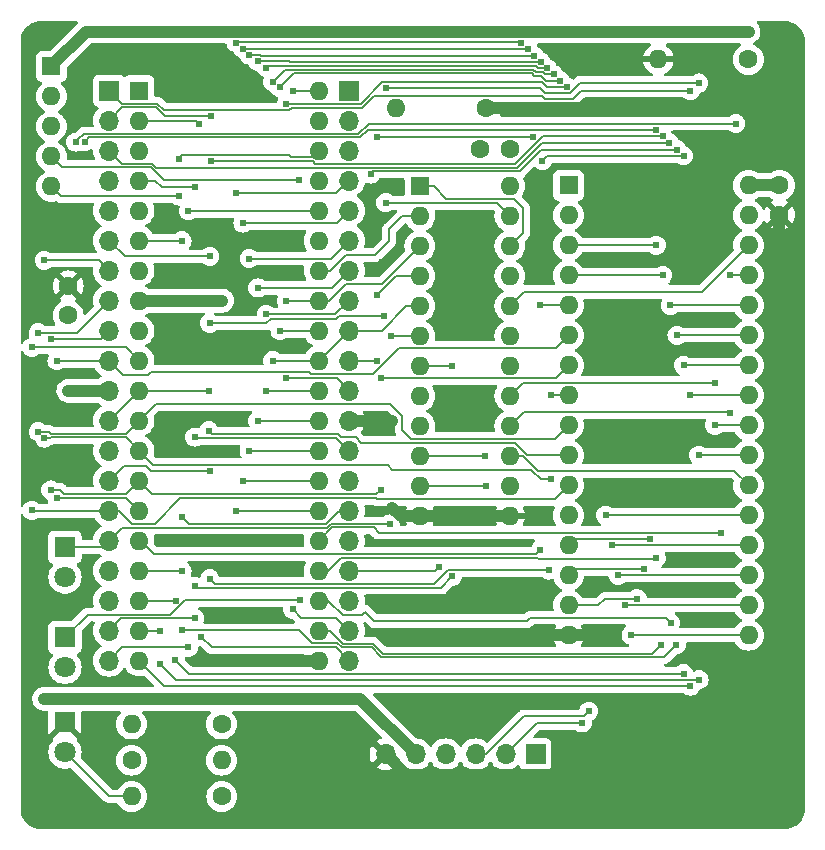
<source format=gtl>
%TF.GenerationSoftware,KiCad,Pcbnew,7.0.7*%
%TF.CreationDate,2025-02-21T09:52:26+09:00*%
%TF.ProjectId,w65c_Rev1.6,77363563-5f52-4657-9631-2e362e6b6963,Rev1.6*%
%TF.SameCoordinates,PX5f6f270PY775a330*%
%TF.FileFunction,Copper,L1,Top*%
%TF.FilePolarity,Positive*%
%FSLAX46Y46*%
G04 Gerber Fmt 4.6, Leading zero omitted, Abs format (unit mm)*
G04 Created by KiCad (PCBNEW 7.0.7) date 2025-02-21 09:52:26*
%MOMM*%
%LPD*%
G01*
G04 APERTURE LIST*
%TA.AperFunction,ComponentPad*%
%ADD10R,1.800000X1.800000*%
%TD*%
%TA.AperFunction,ComponentPad*%
%ADD11C,1.800000*%
%TD*%
%TA.AperFunction,ComponentPad*%
%ADD12C,1.600000*%
%TD*%
%TA.AperFunction,ComponentPad*%
%ADD13O,1.600000X1.600000*%
%TD*%
%TA.AperFunction,ComponentPad*%
%ADD14R,1.600000X1.600000*%
%TD*%
%TA.AperFunction,ComponentPad*%
%ADD15R,1.700000X1.700000*%
%TD*%
%TA.AperFunction,ComponentPad*%
%ADD16O,1.700000X1.700000*%
%TD*%
%TA.AperFunction,ViaPad*%
%ADD17C,0.605000*%
%TD*%
%TA.AperFunction,Conductor*%
%ADD18C,1.000000*%
%TD*%
%TA.AperFunction,Conductor*%
%ADD19C,0.152400*%
%TD*%
G04 APERTURE END LIST*
D10*
X4060000Y24160000D03*
D11*
X4060000Y21620000D03*
D12*
X9700000Y6110000D03*
D13*
X17320000Y6110000D03*
D12*
X17330000Y3040000D03*
D13*
X9710000Y3040000D03*
D12*
X61920000Y65450000D03*
D13*
X54300000Y65450000D03*
D12*
X39740000Y61340000D03*
D13*
X32120000Y61340000D03*
D10*
X4060000Y16510000D03*
D11*
X4060000Y13970000D03*
D10*
X4060000Y9340000D03*
D11*
X4060000Y6800000D03*
D12*
X41730000Y57850000D03*
X39230000Y57850000D03*
X64550000Y54790000D03*
X64550000Y52290000D03*
D14*
X2920000Y64860000D03*
D13*
X2920000Y62320000D03*
X2920000Y59780000D03*
X2920000Y57240000D03*
X2920000Y54700000D03*
D14*
X10331000Y62795000D03*
D13*
X10331000Y60255000D03*
X10331000Y57715000D03*
X10331000Y55175000D03*
X10331000Y52635000D03*
X10331000Y50095000D03*
X10331000Y47555000D03*
X10331000Y45015000D03*
X10331000Y42475000D03*
X10331000Y39935000D03*
X10331000Y37395000D03*
X10331000Y34855000D03*
X10331000Y32315000D03*
X10331000Y29775000D03*
X10331000Y27235000D03*
X10331000Y24695000D03*
X10331000Y22155000D03*
X10331000Y19615000D03*
X10331000Y17075000D03*
X10331000Y14535000D03*
X25571000Y14535000D03*
X25571000Y17075000D03*
X25571000Y19615000D03*
X25571000Y22155000D03*
X25571000Y24695000D03*
X25571000Y27235000D03*
X25571000Y29775000D03*
X25571000Y32315000D03*
X25571000Y34855000D03*
X25571000Y37395000D03*
X25571000Y39935000D03*
X25571000Y42475000D03*
X25571000Y45015000D03*
X25571000Y47555000D03*
X25571000Y50095000D03*
X25571000Y52635000D03*
X25571000Y55175000D03*
X25571000Y57715000D03*
X25571000Y60255000D03*
X25571000Y62795000D03*
D12*
X17320000Y9170000D03*
D13*
X9700000Y9170000D03*
D15*
X43900000Y6610000D03*
D16*
X41360000Y6610000D03*
X38820000Y6610000D03*
X36280000Y6610000D03*
X33740000Y6610000D03*
X31200000Y6610000D03*
D14*
X46699000Y54790000D03*
D13*
X46699000Y52250000D03*
X46699000Y49710000D03*
X46699000Y47170000D03*
X46699000Y44630000D03*
X46699000Y42090000D03*
X46699000Y39550000D03*
X46699000Y37010000D03*
X46699000Y34470000D03*
X46699000Y31930000D03*
X46699000Y29390000D03*
X46699000Y26850000D03*
X46699000Y24310000D03*
X46699000Y21770000D03*
X46699000Y19230000D03*
X46699000Y16690000D03*
X61939000Y16690000D03*
X61939000Y19230000D03*
X61939000Y21770000D03*
X61939000Y24310000D03*
X61939000Y26850000D03*
X61939000Y29390000D03*
X61939000Y31930000D03*
X61939000Y34470000D03*
X61939000Y37010000D03*
X61939000Y39550000D03*
X61939000Y42090000D03*
X61939000Y44630000D03*
X61939000Y47170000D03*
X61939000Y49710000D03*
X61939000Y52250000D03*
X61939000Y54790000D03*
D14*
X34110000Y54720000D03*
D13*
X34110000Y52180000D03*
X34110000Y49640000D03*
X34110000Y47100000D03*
X34110000Y44560000D03*
X34110000Y42020000D03*
X34110000Y39480000D03*
X34110000Y36940000D03*
X34110000Y34400000D03*
X34110000Y31860000D03*
X34110000Y29320000D03*
X34110000Y26780000D03*
X41730000Y26780000D03*
X41730000Y29320000D03*
X41730000Y31860000D03*
X41730000Y34400000D03*
X41730000Y36940000D03*
X41730000Y39480000D03*
X41730000Y42020000D03*
X41730000Y44560000D03*
X41730000Y47100000D03*
X41730000Y49640000D03*
X41730000Y52180000D03*
X41730000Y54720000D03*
D12*
X4340000Y43770000D03*
X4340000Y46270000D03*
D15*
X28111000Y62795000D03*
D16*
X28111000Y60255000D03*
X28111000Y57715000D03*
X28111000Y55175000D03*
X28111000Y52635000D03*
X28111000Y50095000D03*
X28111000Y47555000D03*
X28111000Y45015000D03*
X28111000Y42475000D03*
X28111000Y39935000D03*
X28111000Y37395000D03*
X28111000Y34855000D03*
X28111000Y32315000D03*
X28111000Y29775000D03*
X28111000Y27235000D03*
X28111000Y24695000D03*
X28111000Y22155000D03*
X28111000Y19615000D03*
X28111000Y17075000D03*
X28111000Y14535000D03*
D15*
X7791000Y62795000D03*
D16*
X7791000Y60255000D03*
X7791000Y57715000D03*
X7791000Y55175000D03*
X7791000Y52635000D03*
X7791000Y50095000D03*
X7791000Y47555000D03*
X7791000Y45015000D03*
X7791000Y42475000D03*
X7791000Y39935000D03*
X7791000Y37395000D03*
X7791000Y34855000D03*
X7791000Y32315000D03*
X7791000Y29775000D03*
X7791000Y27235000D03*
X7791000Y24695000D03*
X7791000Y22155000D03*
X7791000Y19615000D03*
X7791000Y17075000D03*
X7791000Y14535000D03*
D17*
X17400000Y67800000D03*
X2290000Y11300000D03*
X41730000Y67800000D03*
X61940000Y67800000D03*
X17409998Y11359999D03*
X4340000Y37390000D03*
X17390000Y45020000D03*
X59660000Y20410000D03*
X63700000Y61340000D03*
X52970000Y55120000D03*
X49710000Y20850000D03*
X53770000Y20710000D03*
X48570000Y33100900D03*
X64590000Y66420000D03*
X59660000Y17830000D03*
X59640000Y23010000D03*
X54280000Y61340000D03*
X31700000Y54740000D03*
X64550000Y33060000D03*
X48630000Y48280000D03*
X38570000Y35840000D03*
X5710000Y35450000D03*
X49960000Y4850016D03*
X41640000Y20020000D03*
X31780000Y27480000D03*
X49970000Y16690000D03*
X20740000Y22230000D03*
X12620000Y52250000D03*
X31780000Y34850000D03*
X12830000Y24570000D03*
X33310000Y19330000D03*
X48670000Y28680000D03*
X20470000Y18440000D03*
X31670000Y24450000D03*
X45760000Y11120000D03*
X30120000Y50130000D03*
X33320000Y16390000D03*
X12510000Y41780000D03*
X60050000Y9160000D03*
X12650000Y32410000D03*
X34300000Y10200000D03*
X20800000Y24790000D03*
X41570000Y10910000D03*
X1110000Y46500000D03*
X38580000Y16700000D03*
X22130000Y14530000D03*
X48700000Y52040000D03*
X12500000Y47540000D03*
X13780000Y65690000D03*
X5340000Y51330000D03*
X5943700Y31978312D03*
X38570000Y47190000D03*
X38570000Y26780000D03*
X59520000Y53990000D03*
X48630000Y40820000D03*
X52320000Y10710000D03*
X24550000Y5720000D03*
X30870000Y48300000D03*
X58700000Y28600000D03*
X57020000Y62800000D03*
X57020000Y12380000D03*
X57020000Y37010000D03*
X54525000Y15905000D03*
X16435600Y56805800D03*
X16435600Y60628300D03*
X54680000Y47170000D03*
X54680000Y58940000D03*
X55330000Y17760000D03*
X55210600Y58382672D03*
X55320000Y44620000D03*
X54130000Y59489400D03*
X54130000Y49710000D03*
X5730000Y58470000D03*
X54139400Y23230000D03*
X60860000Y60020000D03*
X4973389Y58448983D03*
X59630000Y25380000D03*
X16310000Y43110000D03*
X31630000Y42020000D03*
X31070000Y43710000D03*
X16310000Y48770000D03*
X45230000Y37020000D03*
X45230000Y29929400D03*
X2310000Y48440000D03*
X2318800Y33390000D03*
X1788200Y42310000D03*
X1788200Y33930896D03*
X30790000Y29000000D03*
X30790000Y38450000D03*
X2849400Y28990000D03*
X2860000Y41780000D03*
X3380000Y28310000D03*
X3385600Y39930000D03*
X16240000Y34020000D03*
X16240000Y37400000D03*
X44310000Y44630000D03*
X44310000Y23930000D03*
X45010000Y22220000D03*
X16330000Y21480000D03*
X16330000Y30559400D03*
X1240000Y27270000D03*
X1257600Y41080000D03*
X31580000Y26120000D03*
X39660000Y31880000D03*
X36860000Y21680000D03*
X15031700Y20850000D03*
X36850000Y39480000D03*
X15031700Y18120000D03*
X14501100Y15660000D03*
X14510000Y52640000D03*
X12100000Y17070000D03*
X57720000Y63450000D03*
X57750000Y12920000D03*
X31255191Y62989400D03*
X12100000Y14250000D03*
X57720000Y31928900D03*
X44490000Y56870000D03*
X30480000Y58910000D03*
X13410000Y14610000D03*
X13420000Y19620000D03*
X56430000Y39550000D03*
X56430000Y13450600D03*
X56430000Y57280000D03*
X43710000Y58910000D03*
X29940000Y55744600D03*
X13970000Y17110000D03*
X55880000Y57800000D03*
X55830000Y15900000D03*
X55880000Y42090000D03*
X13970000Y22150000D03*
X18540000Y27240000D03*
X42684400Y66830000D03*
X49830000Y26860000D03*
X18540000Y66845600D03*
X18540000Y54100000D03*
X19130000Y66360000D03*
X19130000Y29780000D03*
X50360000Y24310000D03*
X19130000Y51590000D03*
X43250000Y66300000D03*
X19650000Y32320000D03*
X50910000Y21760000D03*
X19660600Y65820000D03*
X19660000Y48590000D03*
X43800000Y65770000D03*
X20380000Y65289400D03*
X20380000Y46100000D03*
X51441100Y19251100D03*
X44340284Y65239910D03*
X20380000Y34860000D03*
X21109400Y64758800D03*
X51990000Y16720000D03*
X21110000Y37390000D03*
X44890000Y64710000D03*
X21109400Y43875000D03*
X45450000Y64170000D03*
X21640000Y63550000D03*
X21640000Y39935000D03*
X52520600Y19780600D03*
X47870000Y9270000D03*
X46000000Y63640000D03*
X22270000Y42475000D03*
X53051200Y22300600D03*
X22240000Y63080000D03*
X30480000Y39920000D03*
X30480000Y45530000D03*
X53590000Y24840600D03*
X22790000Y45007500D03*
X48400600Y10250000D03*
X46541620Y63111275D03*
X22800000Y61690000D03*
X22790000Y38432500D03*
X15040000Y33470000D03*
X15049400Y54640000D03*
X13970500Y50090000D03*
X13970500Y26680000D03*
X35750000Y22510000D03*
X23350000Y18890000D03*
X23365000Y62795000D03*
X15580000Y16579400D03*
X15410000Y59990000D03*
X39678000Y29320000D03*
X23880600Y55200000D03*
X24000000Y19660000D03*
X13690000Y57050000D03*
X13690000Y53890000D03*
X59070000Y34470000D03*
X59070000Y38040000D03*
X31210000Y53320000D03*
X60350000Y35530000D03*
X60350000Y47170000D03*
D18*
X64550000Y54790000D02*
X61939000Y54790000D01*
X33740000Y6610000D02*
X29050000Y11300000D01*
X29050000Y11300000D02*
X2290000Y11300000D01*
X17400000Y67800000D02*
X5860000Y67800000D01*
X61940000Y67800000D02*
X41730000Y67800000D01*
X5860000Y67800000D02*
X2920000Y64860000D01*
X41730000Y67800000D02*
X17400000Y67800000D01*
X17385000Y45015000D02*
X10331000Y45015000D01*
X7791000Y37395000D02*
X4345000Y37395000D01*
X39740000Y61340000D02*
X54280000Y61340000D01*
X64550000Y4850016D02*
X64550000Y33060000D01*
X49960000Y4850016D02*
X64550000Y4850016D01*
X64550000Y33060000D02*
X64550000Y52290000D01*
X32959984Y4850016D02*
X49960000Y4850016D01*
X28111000Y34855000D02*
X31775000Y34855000D01*
X38570000Y26780000D02*
X41730000Y26780000D01*
X34110000Y26780000D02*
X38570000Y26780000D01*
X25571000Y14535000D02*
X22135000Y14535000D01*
X63700000Y61340000D02*
X54280000Y61340000D01*
X46689000Y16700000D02*
X46699000Y16690000D01*
D19*
X31775000Y34855000D02*
X31780000Y34850000D01*
D18*
X46699000Y16690000D02*
X49970000Y16690000D01*
X32480000Y26780000D02*
X34110000Y26780000D01*
X38580000Y16700000D02*
X46689000Y16700000D01*
X31780000Y27480000D02*
X32480000Y26780000D01*
X22135000Y14535000D02*
X22130000Y14530000D01*
X31200000Y6610000D02*
X32959984Y4850016D01*
D19*
X47090000Y62130000D02*
X44700000Y62130000D01*
X44461400Y62368600D02*
X30209652Y62368600D01*
X57020000Y62800000D02*
X47760000Y62800000D01*
X12486000Y12380000D02*
X10331000Y14535000D01*
X57020000Y12380000D02*
X12486000Y12380000D01*
X23038900Y61158900D02*
X12431100Y61158900D01*
X57020000Y37010000D02*
X61939000Y37010000D01*
X12431100Y61158900D02*
X11890000Y61700000D01*
X23250000Y61370000D02*
X23038900Y61158900D01*
X44700000Y62130000D02*
X44461400Y62368600D01*
X30209652Y62368600D02*
X29211052Y61370000D01*
X8886000Y61700000D02*
X7791000Y62795000D01*
X47760000Y62800000D02*
X47090000Y62130000D01*
X11890000Y61700000D02*
X8886000Y61700000D01*
X29211052Y61370000D02*
X23250000Y61370000D01*
X30976452Y15144600D02*
X30161052Y15960000D01*
X26485000Y17075000D02*
X25571000Y17075000D01*
X54680000Y58940000D02*
X44560000Y58940000D01*
X11768948Y61390000D02*
X12530648Y60628300D01*
X25258454Y56580000D02*
X25032654Y56805800D01*
X54525000Y15905000D02*
X53764600Y15144600D01*
X42200000Y56580000D02*
X25258454Y56580000D01*
X30161052Y15960000D02*
X27600000Y15960000D01*
X7791000Y60255000D02*
X8926000Y61390000D01*
X8926000Y61390000D02*
X11768948Y61390000D01*
X27600000Y15960000D02*
X26485000Y17075000D01*
X25032654Y56805800D02*
X16435600Y56805800D01*
X53764600Y15144600D02*
X30976452Y15144600D01*
X46699000Y47170000D02*
X54680000Y47170000D01*
X44560000Y58940000D02*
X42200000Y56580000D01*
X12530648Y60628300D02*
X16435600Y60628300D01*
X27566000Y18420000D02*
X29250000Y18420000D01*
X26371000Y19615000D02*
X27566000Y18420000D01*
X61939000Y44630000D02*
X55330000Y44630000D01*
X11430000Y56620000D02*
X8886000Y56620000D01*
X16335200Y56275200D02*
X16310000Y56250000D01*
X55210600Y58382672D02*
X44433724Y58382672D01*
X30248600Y17881400D02*
X43161400Y17881400D01*
X8886000Y56620000D02*
X7791000Y57715000D01*
X42326252Y56275200D02*
X16335200Y56275200D01*
X43460000Y18180000D02*
X54910000Y18180000D01*
X43161400Y17881400D02*
X43460000Y18180000D01*
X29250000Y18420000D02*
X29480000Y18650000D01*
X25571000Y19615000D02*
X26371000Y19615000D01*
X29480000Y18650000D02*
X30248600Y17881400D01*
X11800000Y56250000D02*
X11430000Y56620000D01*
X54910000Y18180000D02*
X55330000Y17760000D01*
X16310000Y56250000D02*
X11800000Y56250000D01*
X55330000Y44630000D02*
X55320000Y44620000D01*
X44433724Y58382672D02*
X42326252Y56275200D01*
X25571000Y22155000D02*
X26315000Y22155000D01*
X5829037Y58569037D02*
X5850126Y58569037D01*
X29036252Y58835200D02*
X29690452Y59489400D01*
X44020000Y23270000D02*
X44170000Y23120000D01*
X44170000Y23120000D02*
X54029400Y23120000D01*
X29690452Y59489400D02*
X54130000Y59489400D01*
X26315000Y22155000D02*
X27430000Y23270000D01*
X46699000Y49710000D02*
X54130000Y49710000D01*
X54029400Y23120000D02*
X54139400Y23230000D01*
X5850126Y58569037D02*
X6116289Y58835200D01*
X6116289Y58835200D02*
X29036252Y58835200D01*
X5730000Y58470000D02*
X5829037Y58569037D01*
X27430000Y23270000D02*
X44020000Y23270000D01*
X59630000Y25380000D02*
X30620000Y25380000D01*
X30620000Y25380000D02*
X30184800Y25815200D01*
X4973389Y58448983D02*
X5198900Y58674494D01*
X30184800Y25815200D02*
X26691200Y25815200D01*
X29790000Y60020000D02*
X60860000Y60020000D01*
X5198900Y58674494D02*
X5198900Y58689989D01*
X28910000Y59140000D02*
X29790000Y60020000D01*
X5648911Y59140000D02*
X28910000Y59140000D01*
X5198900Y58689989D02*
X5648911Y59140000D01*
X26691200Y25815200D02*
X25571000Y24695000D01*
X21503600Y43503600D02*
X21110000Y43110000D01*
X9116000Y48770000D02*
X7791000Y50095000D01*
X21110000Y43110000D02*
X16310000Y43110000D01*
X27030652Y43503600D02*
X21503600Y43503600D01*
X27237052Y43710000D02*
X27030652Y43503600D01*
X31070000Y43710000D02*
X27237052Y43710000D01*
X16310000Y48770000D02*
X9116000Y48770000D01*
X34110000Y42020000D02*
X31630000Y42020000D01*
X2791052Y33390000D02*
X2318800Y33390000D01*
X43560000Y30710000D02*
X31790000Y30710000D01*
X31410000Y31090000D02*
X11556000Y31090000D01*
X31790000Y30710000D02*
X31410000Y31090000D01*
X45240000Y37010000D02*
X45230000Y37020000D01*
X46699000Y37010000D02*
X45240000Y37010000D01*
X6906000Y48440000D02*
X7791000Y47555000D01*
X45230000Y29929400D02*
X44340600Y29929400D01*
X9196000Y33450000D02*
X2851052Y33450000D01*
X2851052Y33450000D02*
X2791052Y33390000D01*
X44340600Y29929400D02*
X43560000Y30710000D01*
X10331000Y32315000D02*
X9196000Y33450000D01*
X11556000Y31090000D02*
X10331000Y32315000D01*
X2310000Y48440000D02*
X6906000Y48440000D01*
X2865200Y33754800D02*
X9230800Y33754800D01*
X11756000Y36280000D02*
X10331000Y34855000D01*
X32590000Y34050000D02*
X32590000Y35250000D01*
X33345200Y33294800D02*
X32590000Y34050000D01*
X1789300Y42311100D02*
X1788200Y42310000D01*
X2689104Y33930896D02*
X2865200Y33754800D01*
X5087100Y42311100D02*
X1789300Y42311100D01*
X32590000Y35250000D02*
X31560000Y36280000D01*
X7791000Y45015000D02*
X5087100Y42311100D01*
X31560000Y36280000D02*
X11756000Y36280000D01*
X1788200Y33930896D02*
X2689104Y33930896D01*
X45523800Y33294800D02*
X33345200Y33294800D01*
X46699000Y34470000D02*
X45523800Y33294800D01*
X9230800Y33754800D02*
X10331000Y34855000D01*
X45600400Y38451400D02*
X30791400Y38451400D01*
X30430000Y28640000D02*
X11466000Y28640000D01*
X4010000Y28660000D02*
X3680000Y28990000D01*
X30790000Y29000000D02*
X30430000Y28640000D01*
X2860000Y41780000D02*
X7096000Y41780000D01*
X3680000Y28990000D02*
X2849400Y28990000D01*
X46699000Y39550000D02*
X45600400Y38451400D01*
X7096000Y41780000D02*
X7791000Y42475000D01*
X9216000Y28660000D02*
X4010000Y28660000D01*
X10331000Y29775000D02*
X9216000Y28660000D01*
X30791400Y38451400D02*
X30790000Y38450000D01*
X11466000Y28640000D02*
X10331000Y29775000D01*
X3390600Y39935000D02*
X7791000Y39935000D01*
X8976000Y38750000D02*
X7791000Y39935000D01*
X24690000Y38970000D02*
X11320000Y38970000D01*
X45600400Y40991400D02*
X32302489Y40991400D01*
X3385600Y39930000D02*
X3390600Y39935000D01*
X30111089Y38800000D02*
X24860000Y38800000D01*
X11320000Y38970000D02*
X11100000Y38750000D01*
X32302489Y40991400D02*
X30111089Y38800000D01*
X9236000Y28330000D02*
X3400000Y28330000D01*
X3400000Y28330000D02*
X3380000Y28310000D01*
X11100000Y38750000D02*
X8976000Y38750000D01*
X46699000Y42090000D02*
X45600400Y40991400D01*
X10331000Y27235000D02*
X9236000Y28330000D01*
X24860000Y38800000D02*
X24690000Y38970000D01*
X43221052Y31930000D02*
X42161052Y32990000D01*
X10331000Y37395000D02*
X16235000Y37395000D01*
X16550000Y33710000D02*
X16240000Y34020000D01*
X28670000Y33460000D02*
X27397052Y33460000D01*
X46699000Y31930000D02*
X43221052Y31930000D01*
X27397052Y33460000D02*
X27147052Y33710000D01*
X27147052Y33710000D02*
X16550000Y33710000D01*
X7791000Y34855000D02*
X10331000Y37395000D01*
X42161052Y32990000D02*
X29140000Y32990000D01*
X29140000Y32990000D02*
X28670000Y33460000D01*
X43960000Y23580000D02*
X11630000Y23580000D01*
X46699000Y44630000D02*
X44310000Y44630000D01*
X11630000Y23580000D02*
X10515000Y24695000D01*
X44310000Y23930000D02*
X43960000Y23580000D01*
X10515000Y24695000D02*
X10331000Y24695000D01*
X9026000Y31010000D02*
X7791000Y29775000D01*
X16330000Y21460000D02*
X16330000Y21480000D01*
X16755200Y21034800D02*
X16330000Y21460000D01*
X16330000Y30559400D02*
X11370600Y30559400D01*
X45010000Y22220000D02*
X36450000Y22220000D01*
X35264800Y21034800D02*
X16755200Y21034800D01*
X10920000Y31010000D02*
X9026000Y31010000D01*
X11370600Y30559400D02*
X10920000Y31010000D01*
X36450000Y22220000D02*
X35264800Y21034800D01*
X10331000Y39935000D02*
X9186000Y41080000D01*
X45529000Y28220000D02*
X46699000Y29390000D01*
X30480000Y28220000D02*
X45529000Y28220000D01*
X9726000Y26150000D02*
X11660000Y26150000D01*
X7791000Y27235000D02*
X8641000Y27235000D01*
X30370000Y28330000D02*
X30480000Y28220000D01*
X13840000Y28330000D02*
X30370000Y28330000D01*
X11660000Y26150000D02*
X13840000Y28330000D01*
X1275000Y27235000D02*
X7791000Y27235000D01*
X8641000Y27235000D02*
X9726000Y26150000D01*
X9186000Y41080000D02*
X1257600Y41080000D01*
X4060000Y24160000D02*
X7256000Y24160000D01*
X34110000Y31860000D02*
X39640000Y31860000D01*
X26564948Y26120000D02*
X31580000Y26120000D01*
X7791000Y24695000D02*
X8896000Y25800000D01*
X8896000Y25800000D02*
X26244948Y25800000D01*
X7256000Y24160000D02*
X7791000Y24695000D01*
X26244948Y25800000D02*
X26564948Y26120000D01*
X36850000Y39480000D02*
X34110000Y39480000D01*
X15151700Y20730000D02*
X35910000Y20730000D01*
X35910000Y20730000D02*
X36860000Y21680000D01*
X8836000Y18120000D02*
X15031700Y18120000D01*
X15031700Y20850000D02*
X15151700Y20730000D01*
X7791000Y17075000D02*
X8836000Y18120000D01*
X8916000Y15660000D02*
X14501100Y15660000D01*
X14515000Y52635000D02*
X25571000Y52635000D01*
X7791000Y14535000D02*
X8916000Y15660000D01*
X14510000Y52640000D02*
X14515000Y52635000D01*
X57721100Y31930000D02*
X57720000Y31928900D01*
X44271652Y62989400D02*
X31255191Y62989400D01*
X13430000Y12920000D02*
X57750000Y12920000D01*
X61939000Y31930000D02*
X57721100Y31930000D01*
X12095000Y17075000D02*
X12100000Y17070000D01*
X57720000Y63450000D02*
X47660000Y63450000D01*
X47660000Y63450000D02*
X46790175Y62580175D01*
X44680877Y62580175D02*
X44271652Y62989400D01*
X12100000Y14250000D02*
X13430000Y12920000D01*
X46790175Y62580175D02*
X44680877Y62580175D01*
X10331000Y17075000D02*
X12095000Y17075000D01*
X10331000Y19615000D02*
X13415000Y19615000D01*
X61939000Y39550000D02*
X56430000Y39550000D01*
X56430000Y57280000D02*
X56418900Y57268900D01*
X56430000Y13450600D02*
X14569400Y13450600D01*
X13415000Y19615000D02*
X13420000Y19620000D01*
X43710000Y58910000D02*
X30480000Y58910000D01*
X56418900Y57268900D02*
X44888900Y57268900D01*
X14569400Y13450600D02*
X13410000Y14610000D01*
X44888900Y57268900D02*
X44490000Y56870000D01*
X30034800Y15655200D02*
X30850200Y14839800D01*
X27128948Y16000000D02*
X27473748Y15655200D01*
X42560400Y55970400D02*
X30165800Y55970400D01*
X24980000Y16000000D02*
X27128948Y16000000D01*
X30850200Y14839800D02*
X54769800Y14839800D01*
X61939000Y42090000D02*
X55880000Y42090000D01*
X30165800Y55970400D02*
X29940000Y55744600D01*
X27473748Y15655200D02*
X30034800Y15655200D01*
X13965000Y22155000D02*
X13970000Y22150000D01*
X54769800Y14839800D02*
X55830000Y15900000D01*
X10331000Y22155000D02*
X13965000Y22155000D01*
X13970000Y17110000D02*
X23870000Y17110000D01*
X44390000Y57800000D02*
X42560400Y55970400D01*
X23870000Y17110000D02*
X24980000Y16000000D01*
X55880000Y57800000D02*
X44390000Y57800000D01*
X61939000Y26850000D02*
X49840000Y26850000D01*
X18540000Y54100000D02*
X27036000Y54100000D01*
X18545000Y27235000D02*
X25571000Y27235000D01*
X18540000Y66845600D02*
X18585500Y66891100D01*
X27036000Y54100000D02*
X28111000Y55175000D01*
X18540000Y27240000D02*
X18545000Y27235000D01*
X18585500Y66891100D02*
X42623300Y66891100D01*
X42623300Y66891100D02*
X42684400Y66830000D01*
X43248900Y66298900D02*
X43250000Y66300000D01*
X20500000Y51590000D02*
X20510000Y51580000D01*
X19130000Y29780000D02*
X19135000Y29775000D01*
X19135000Y29775000D02*
X25571000Y29775000D01*
X42403311Y66360000D02*
X42464411Y66298900D01*
X19130000Y66360000D02*
X42403311Y66360000D01*
X61939000Y24310000D02*
X50360000Y24310000D01*
X42464411Y66298900D02*
X43248900Y66298900D01*
X20510000Y51580000D02*
X27056000Y51580000D01*
X27056000Y51580000D02*
X28111000Y52635000D01*
X19130000Y51590000D02*
X20500000Y51590000D01*
X43798900Y65768900D02*
X43800000Y65770000D01*
X61939000Y21770000D02*
X50920000Y21770000D01*
X26606000Y48590000D02*
X19660000Y48590000D01*
X20681100Y65768900D02*
X43798900Y65768900D01*
X19655000Y32315000D02*
X19650000Y32320000D01*
X19660600Y65820000D02*
X20630000Y65820000D01*
X25571000Y32315000D02*
X19655000Y32315000D01*
X28111000Y50095000D02*
X26606000Y48590000D01*
X20630000Y65820000D02*
X20681100Y65768900D01*
X23109900Y65238900D02*
X44339274Y65238900D01*
X20385000Y34855000D02*
X20380000Y34860000D01*
X23059400Y65289400D02*
X23109900Y65238900D01*
X51442200Y19250000D02*
X61919000Y19250000D01*
X44339274Y65238900D02*
X44340284Y65239910D01*
X25571000Y34855000D02*
X20385000Y34855000D01*
X20380000Y46100000D02*
X26656000Y46100000D01*
X26656000Y46100000D02*
X28111000Y47555000D01*
X20380000Y65289400D02*
X23059400Y65289400D01*
X52020000Y16690000D02*
X61939000Y16690000D01*
X25571000Y37395000D02*
X21115000Y37395000D01*
X26946000Y43850000D02*
X28111000Y45015000D01*
X43949105Y64880000D02*
X44120295Y64708810D01*
X21134400Y43850000D02*
X26946000Y43850000D01*
X51990000Y16720000D02*
X52020000Y16690000D01*
X44120295Y64708810D02*
X44888810Y64708810D01*
X21230600Y64880000D02*
X43949105Y64880000D01*
X44888810Y64708810D02*
X44890000Y64710000D01*
X21109400Y64758800D02*
X21230600Y64880000D01*
X25571000Y39935000D02*
X28111000Y42475000D01*
X45441100Y64178900D02*
X45450000Y64170000D01*
X44662152Y64178900D02*
X45441100Y64178900D01*
X32960000Y44560000D02*
X34110000Y44560000D01*
X49782200Y19782200D02*
X49230000Y19230000D01*
X28111000Y42475000D02*
X30875000Y42475000D01*
X44501052Y64340000D02*
X44662152Y64178900D01*
X43938000Y64340000D02*
X44501052Y64340000D01*
X52520600Y19780600D02*
X52519000Y19782200D01*
X43702800Y64575200D02*
X43938000Y64340000D01*
X25571000Y39935000D02*
X21640000Y39935000D01*
X52519000Y19782200D02*
X49782200Y19782200D01*
X49230000Y19230000D02*
X46699000Y19230000D01*
X30875000Y42475000D02*
X32960000Y44560000D01*
X22665200Y64575200D02*
X43702800Y64575200D01*
X21640000Y63550000D02*
X22665200Y64575200D01*
X47229600Y22300600D02*
X46699000Y21770000D01*
X44374800Y64035200D02*
X44771100Y63638900D01*
X22240000Y63080000D02*
X23430000Y64270000D01*
X43811748Y64035200D02*
X44374800Y64035200D01*
X30480000Y45530000D02*
X32050000Y47100000D01*
X32050000Y47100000D02*
X34110000Y47100000D01*
X45998900Y63638900D02*
X46000000Y63640000D01*
X25571000Y42475000D02*
X22270000Y42475000D01*
X28111000Y39935000D02*
X30465000Y39935000D01*
X43576948Y64270000D02*
X43811748Y64035200D01*
X53051200Y22300600D02*
X47229600Y22300600D01*
X44771100Y63638900D02*
X45998900Y63638900D01*
X30465000Y39935000D02*
X30480000Y39920000D01*
X44020000Y9270000D02*
X41360000Y6610000D01*
X47870000Y9270000D02*
X44020000Y9270000D01*
X23430000Y64270000D02*
X43576948Y64270000D01*
X29110000Y61700000D02*
X30930000Y63520000D01*
X22797500Y45015000D02*
X25571000Y45015000D01*
X27066000Y38440000D02*
X28111000Y37395000D01*
X30890000Y46420000D02*
X34110000Y49640000D01*
X39670000Y6610000D02*
X38820000Y6610000D01*
X46222364Y63111275D02*
X46541620Y63111275D01*
X27840000Y46420000D02*
X30890000Y46420000D01*
X48400600Y10250000D02*
X47973992Y9823392D01*
X42883392Y9823392D02*
X39670000Y6610000D01*
X30930000Y63520000D02*
X44458948Y63520000D01*
X22810000Y61700000D02*
X29110000Y61700000D01*
X47973992Y9823392D02*
X42883392Y9823392D01*
X44870048Y63108900D02*
X46219989Y63108900D01*
X26435000Y45015000D02*
X27840000Y46420000D01*
X22800000Y61690000D02*
X22810000Y61700000D01*
X25571000Y45015000D02*
X26435000Y45015000D01*
X44458948Y63520000D02*
X44870048Y63108900D01*
X46219989Y63108900D02*
X46222364Y63111275D01*
X22797500Y38440000D02*
X27066000Y38440000D01*
X53590000Y24840600D02*
X47229600Y24840600D01*
X47229600Y24840600D02*
X46699000Y24310000D01*
X15040000Y33470000D02*
X15120000Y33390000D01*
X12255600Y54644400D02*
X11725000Y55175000D01*
X15045000Y54644400D02*
X12255600Y54644400D01*
X11725000Y55175000D02*
X10331000Y55175000D01*
X27036000Y33390000D02*
X28111000Y32315000D01*
X15120000Y33390000D02*
X27036000Y33390000D01*
X13965500Y50095000D02*
X13970500Y50090000D01*
X26143896Y26130000D02*
X14520500Y26130000D01*
X10331000Y50095000D02*
X13965500Y50095000D01*
X27248896Y27235000D02*
X26143896Y26130000D01*
X28111000Y27235000D02*
X27248896Y27235000D01*
X14520500Y26130000D02*
X13970500Y26680000D01*
X26515000Y47555000D02*
X27830000Y48870000D01*
X28111000Y22155000D02*
X35395000Y22155000D01*
X32618311Y52180000D02*
X34110000Y52180000D01*
X30310000Y48870000D02*
X31498300Y50058300D01*
X25571000Y47555000D02*
X26515000Y47555000D01*
X35395000Y22155000D02*
X35750000Y22510000D01*
X31498300Y50058300D02*
X31498300Y51059989D01*
X31498300Y51059989D02*
X32618311Y52180000D01*
X27830000Y48870000D02*
X30310000Y48870000D01*
X24060000Y18180000D02*
X27006000Y18180000D01*
X27006000Y18180000D02*
X28111000Y17075000D01*
X23350000Y18890000D02*
X24060000Y18180000D01*
X25571000Y62795000D02*
X23365000Y62795000D01*
X16489400Y15670000D02*
X15580000Y16579400D01*
X15410000Y59990000D02*
X15145000Y60255000D01*
X15145000Y60255000D02*
X10331000Y60255000D01*
X26976000Y15670000D02*
X16489400Y15670000D01*
X28111000Y14535000D02*
X26976000Y15670000D01*
X39678000Y29320000D02*
X34110000Y29320000D01*
X24000000Y19660000D02*
X14211089Y19660000D01*
X5990000Y18440000D02*
X4060000Y16510000D01*
X11303748Y56315200D02*
X12418948Y55200000D01*
X2920000Y57240000D02*
X3844800Y56315200D01*
X12418948Y55200000D02*
X23880600Y55200000D01*
X3844800Y56315200D02*
X11303748Y56315200D01*
X12991089Y18440000D02*
X5990000Y18440000D01*
X14211089Y19660000D02*
X12991089Y18440000D01*
X23217129Y57152871D02*
X23033100Y57336900D01*
X25008871Y57152871D02*
X23217129Y57152871D01*
X13690000Y53890000D02*
X3730000Y53890000D01*
X3730000Y53890000D02*
X2920000Y54700000D01*
X13976900Y57336900D02*
X13690000Y57050000D01*
X23033100Y57336900D02*
X13976900Y57336900D01*
X25571000Y57715000D02*
X25008871Y57152871D01*
X41730000Y36940000D02*
X42828600Y38038600D01*
X59070000Y34470000D02*
X61939000Y34470000D01*
X59068600Y38038600D02*
X59070000Y38040000D01*
X42828600Y38038600D02*
X59068600Y38038600D01*
X35271089Y54720000D02*
X36361089Y53630000D01*
X34110000Y54720000D02*
X35271089Y54720000D01*
X36361089Y53630000D02*
X42100000Y53630000D01*
X42880000Y50790000D02*
X41730000Y49640000D01*
X42100000Y53630000D02*
X42880000Y52850000D01*
X42880000Y52850000D02*
X42880000Y50790000D01*
X41730000Y52180000D02*
X40600000Y53310000D01*
X40600000Y53310000D02*
X31220000Y53310000D01*
X31220000Y53310000D02*
X31210000Y53320000D01*
X61939000Y47170000D02*
X60350000Y47170000D01*
X60350000Y35530000D02*
X60300000Y35580000D01*
X42910000Y35580000D02*
X41730000Y34400000D01*
X60300000Y35580000D02*
X42910000Y35580000D01*
X61939000Y49710000D02*
X57989000Y45760000D01*
X42930000Y45760000D02*
X41730000Y44560000D01*
X57989000Y45760000D02*
X42930000Y45760000D01*
X9710000Y3040000D02*
X7820000Y3040000D01*
X7820000Y3040000D02*
X4060000Y6800000D01*
X41730000Y31860000D02*
X42841052Y31860000D01*
X44091052Y30610000D02*
X60719000Y30610000D01*
X60719000Y30610000D02*
X61939000Y29390000D01*
X42841052Y31860000D02*
X44091052Y30610000D01*
%TA.AperFunction,Conductor*%
G36*
X65002208Y68699343D02*
G01*
X65233020Y68682835D01*
X65250529Y68680317D01*
X65470144Y68632542D01*
X65487103Y68627563D01*
X65697694Y68549017D01*
X65713777Y68541673D01*
X65852909Y68465700D01*
X65911036Y68433960D01*
X65925919Y68424395D01*
X66105836Y68289711D01*
X66119207Y68278125D01*
X66278124Y68119208D01*
X66289710Y68105837D01*
X66424394Y67925920D01*
X66433959Y67911037D01*
X66541669Y67713783D01*
X66549019Y67697689D01*
X66627559Y67487113D01*
X66632543Y67470138D01*
X66680316Y67250530D01*
X66682834Y67233018D01*
X66699342Y67002211D01*
X66699500Y66997787D01*
X66699500Y2002214D01*
X66699342Y1997790D01*
X66682834Y1766983D01*
X66680316Y1749471D01*
X66632543Y1529863D01*
X66627559Y1512888D01*
X66549019Y1302312D01*
X66541669Y1286218D01*
X66433959Y1088964D01*
X66424394Y1074081D01*
X66289710Y894164D01*
X66278124Y880793D01*
X66119207Y721876D01*
X66105836Y710290D01*
X65925919Y575606D01*
X65911036Y566041D01*
X65713782Y458331D01*
X65697688Y450981D01*
X65487112Y372441D01*
X65470137Y367457D01*
X65250529Y319684D01*
X65233017Y317166D01*
X65019172Y301872D01*
X65002208Y300658D01*
X64997786Y300500D01*
X2002214Y300500D01*
X1997791Y300658D01*
X1979142Y301992D01*
X1766982Y317166D01*
X1749470Y319684D01*
X1529862Y367457D01*
X1512887Y372441D01*
X1302311Y450981D01*
X1286217Y458331D01*
X1088963Y566041D01*
X1074080Y575606D01*
X894163Y710290D01*
X880792Y721876D01*
X721875Y880793D01*
X710289Y894164D01*
X575605Y1074081D01*
X566040Y1088964D01*
X458330Y1286218D01*
X450983Y1302306D01*
X372437Y1512897D01*
X367458Y1529856D01*
X319683Y1749471D01*
X317165Y1766983D01*
X313855Y1813259D01*
X300657Y1997792D01*
X300500Y2002214D01*
X300500Y26825485D01*
X320185Y26892524D01*
X372989Y26938279D01*
X442147Y26948223D01*
X505703Y26919198D01*
X529492Y26891459D01*
X608217Y26766170D01*
X736170Y26638217D01*
X889387Y26541944D01*
X1060185Y26482179D01*
X1060191Y26482179D01*
X1060193Y26482178D01*
X1239996Y26461919D01*
X1240000Y26461919D01*
X1240004Y26461919D01*
X1419806Y26482178D01*
X1419805Y26482178D01*
X1419815Y26482179D01*
X1590613Y26541944D01*
X1743830Y26638217D01*
X1743830Y26638218D01*
X1745544Y26639294D01*
X1811516Y26658300D01*
X6490810Y26658300D01*
X6557849Y26638615D01*
X6603192Y26586706D01*
X6616966Y26557168D01*
X6752501Y26363605D01*
X6752506Y26363598D01*
X6919597Y26196507D01*
X6919603Y26196502D01*
X7105158Y26066575D01*
X7148783Y26011998D01*
X7155977Y25942500D01*
X7124454Y25880145D01*
X7105158Y25863425D01*
X6919597Y25733495D01*
X6752505Y25566403D01*
X6616965Y25372831D01*
X6616964Y25372829D01*
X6517098Y25158665D01*
X6517094Y25158656D01*
X6455938Y24930414D01*
X6455936Y24930403D01*
X6448893Y24849893D01*
X6423441Y24784824D01*
X6366850Y24743845D01*
X6325365Y24736700D01*
X5584499Y24736700D01*
X5517460Y24756385D01*
X5471705Y24809189D01*
X5460499Y24860700D01*
X5460499Y25107871D01*
X5460498Y25107877D01*
X5460497Y25107884D01*
X5454091Y25167483D01*
X5441891Y25200192D01*
X5403797Y25302329D01*
X5403793Y25302336D01*
X5317547Y25417545D01*
X5317544Y25417548D01*
X5202335Y25503794D01*
X5202328Y25503798D01*
X5067482Y25554092D01*
X5067483Y25554092D01*
X5007883Y25560499D01*
X5007881Y25560500D01*
X5007873Y25560500D01*
X5007864Y25560500D01*
X3112129Y25560500D01*
X3112123Y25560499D01*
X3052516Y25554092D01*
X2917671Y25503798D01*
X2917664Y25503794D01*
X2802455Y25417548D01*
X2802452Y25417545D01*
X2716206Y25302336D01*
X2716202Y25302329D01*
X2665908Y25167483D01*
X2660119Y25113629D01*
X2659501Y25107877D01*
X2659500Y25107865D01*
X2659500Y23212130D01*
X2659501Y23212124D01*
X2665908Y23152517D01*
X2716202Y23017672D01*
X2716206Y23017665D01*
X2802452Y22902456D01*
X2802455Y22902453D01*
X2917664Y22816207D01*
X2917673Y22816202D01*
X2997904Y22786278D01*
X3053838Y22744407D01*
X3078256Y22678943D01*
X3063405Y22610670D01*
X3045802Y22586114D01*
X2951019Y22483151D01*
X2824075Y22288849D01*
X2730842Y22076301D01*
X2673866Y21851309D01*
X2673864Y21851298D01*
X2654700Y21620007D01*
X2654700Y21619994D01*
X2673864Y21388703D01*
X2673866Y21388692D01*
X2730842Y21163700D01*
X2824075Y20951152D01*
X2951016Y20756853D01*
X2951019Y20756849D01*
X2951021Y20756847D01*
X3108216Y20586087D01*
X3108219Y20586085D01*
X3108222Y20586082D01*
X3291365Y20443536D01*
X3291371Y20443532D01*
X3291374Y20443530D01*
X3495497Y20333064D01*
X3553691Y20313086D01*
X3715015Y20257703D01*
X3715017Y20257703D01*
X3715019Y20257702D01*
X3943951Y20219500D01*
X3943952Y20219500D01*
X4176048Y20219500D01*
X4176049Y20219500D01*
X4404981Y20257702D01*
X4624503Y20333064D01*
X4828626Y20443530D01*
X4842261Y20454142D01*
X4912300Y20508656D01*
X5011784Y20586087D01*
X5168979Y20756847D01*
X5295924Y20951151D01*
X5389157Y21163700D01*
X5446134Y21388695D01*
X5447849Y21409388D01*
X5465300Y21619994D01*
X5465300Y21620007D01*
X5446135Y21851298D01*
X5446133Y21851309D01*
X5389157Y22076301D01*
X5295924Y22288849D01*
X5168983Y22483148D01*
X5168980Y22483151D01*
X5168979Y22483153D01*
X5074195Y22586116D01*
X5043275Y22648768D01*
X5051135Y22718194D01*
X5095283Y22772349D01*
X5122095Y22786278D01*
X5202326Y22816202D01*
X5202326Y22816203D01*
X5202331Y22816204D01*
X5317546Y22902454D01*
X5403796Y23017669D01*
X5454091Y23152517D01*
X5460500Y23212127D01*
X5460500Y23459301D01*
X5480185Y23526339D01*
X5532989Y23572094D01*
X5584500Y23583300D01*
X6985050Y23583300D01*
X7052089Y23563615D01*
X7056135Y23560902D01*
X7105160Y23526574D01*
X7148784Y23471997D01*
X7155976Y23402499D01*
X7124454Y23340144D01*
X7105158Y23323425D01*
X6919597Y23193495D01*
X6752505Y23026403D01*
X6616965Y22832831D01*
X6616964Y22832829D01*
X6517098Y22618665D01*
X6517094Y22618656D01*
X6455938Y22390414D01*
X6455936Y22390404D01*
X6435341Y22155001D01*
X6435341Y22155000D01*
X6455936Y21919597D01*
X6455938Y21919587D01*
X6517094Y21691345D01*
X6517096Y21691341D01*
X6517097Y21691337D01*
X6603075Y21506957D01*
X6616965Y21477170D01*
X6616967Y21477166D01*
X6752501Y21283605D01*
X6752506Y21283598D01*
X6919597Y21116507D01*
X6919603Y21116502D01*
X7105158Y20986575D01*
X7148783Y20931998D01*
X7155977Y20862500D01*
X7124454Y20800145D01*
X7105158Y20783425D01*
X6919597Y20653495D01*
X6752505Y20486403D01*
X6616965Y20292831D01*
X6616964Y20292829D01*
X6517098Y20078665D01*
X6517094Y20078656D01*
X6455938Y19850414D01*
X6455936Y19850404D01*
X6435341Y19615001D01*
X6435341Y19615000D01*
X6455936Y19379597D01*
X6455938Y19379587D01*
X6511348Y19172793D01*
X6509685Y19102943D01*
X6470522Y19045081D01*
X6406294Y19017577D01*
X6391573Y19016700D01*
X6031864Y19016700D01*
X6023765Y19017231D01*
X6002994Y19019966D01*
X5990001Y19021676D01*
X5989999Y19021676D01*
X5839452Y19001857D01*
X5839450Y19001856D01*
X5699164Y18943748D01*
X5619302Y18882467D01*
X5578692Y18851307D01*
X5557960Y18824289D01*
X5552608Y18818187D01*
X4681240Y17946819D01*
X4619917Y17913334D01*
X4593559Y17910500D01*
X3112129Y17910500D01*
X3112123Y17910499D01*
X3052516Y17904092D01*
X2917671Y17853798D01*
X2917664Y17853794D01*
X2802455Y17767548D01*
X2802452Y17767545D01*
X2716206Y17652336D01*
X2716202Y17652329D01*
X2665908Y17517483D01*
X2659501Y17457884D01*
X2659500Y17457865D01*
X2659501Y15562138D01*
X2659501Y15562124D01*
X2665908Y15502517D01*
X2716202Y15367672D01*
X2716206Y15367665D01*
X2802452Y15252456D01*
X2802455Y15252453D01*
X2917664Y15166207D01*
X2917673Y15166202D01*
X2997904Y15136278D01*
X3053838Y15094407D01*
X3078256Y15028943D01*
X3063405Y14960670D01*
X3045802Y14936114D01*
X2951019Y14833151D01*
X2824075Y14638849D01*
X2730842Y14426301D01*
X2673866Y14201309D01*
X2673864Y14201298D01*
X2654700Y13970007D01*
X2654700Y13969994D01*
X2673864Y13738703D01*
X2673866Y13738692D01*
X2730842Y13513700D01*
X2824075Y13301152D01*
X2951016Y13106853D01*
X2951019Y13106849D01*
X2951021Y13106847D01*
X3108216Y12936087D01*
X3108219Y12936085D01*
X3108222Y12936082D01*
X3291365Y12793536D01*
X3291371Y12793532D01*
X3291374Y12793530D01*
X3495497Y12683064D01*
X3609487Y12643932D01*
X3715015Y12607703D01*
X3715017Y12607703D01*
X3715019Y12607702D01*
X3943951Y12569500D01*
X3943952Y12569500D01*
X4176048Y12569500D01*
X4176049Y12569500D01*
X4404981Y12607702D01*
X4624503Y12683064D01*
X4828626Y12793530D01*
X5011784Y12936087D01*
X5168979Y13106847D01*
X5295924Y13301151D01*
X5389157Y13513700D01*
X5446134Y13738695D01*
X5446135Y13738703D01*
X5465300Y13969994D01*
X5465300Y13970007D01*
X5446135Y14201298D01*
X5446133Y14201309D01*
X5389157Y14426301D01*
X5295924Y14638849D01*
X5168983Y14833148D01*
X5168980Y14833151D01*
X5168979Y14833153D01*
X5074195Y14936116D01*
X5043275Y14998768D01*
X5051135Y15068194D01*
X5095283Y15122349D01*
X5122095Y15136278D01*
X5202326Y15166202D01*
X5202326Y15166203D01*
X5202331Y15166204D01*
X5317546Y15252454D01*
X5403796Y15367669D01*
X5454091Y15502517D01*
X5460500Y15562127D01*
X5460499Y17043562D01*
X5480184Y17110600D01*
X5496818Y17131242D01*
X6192558Y17826981D01*
X6253881Y17860466D01*
X6280239Y17863300D01*
X6473837Y17863300D01*
X6540876Y17843615D01*
X6586631Y17790811D01*
X6596575Y17721653D01*
X6586219Y17686895D01*
X6517098Y17538665D01*
X6517094Y17538656D01*
X6455938Y17310414D01*
X6455936Y17310404D01*
X6435341Y17075001D01*
X6435341Y17075000D01*
X6455936Y16839597D01*
X6455938Y16839587D01*
X6517094Y16611345D01*
X6517096Y16611341D01*
X6517097Y16611337D01*
X6605263Y16422266D01*
X6616965Y16397170D01*
X6616967Y16397166D01*
X6752501Y16203605D01*
X6752506Y16203598D01*
X6919597Y16036507D01*
X6919603Y16036502D01*
X7105158Y15906575D01*
X7148783Y15851998D01*
X7155977Y15782500D01*
X7124454Y15720145D01*
X7105158Y15703425D01*
X6919597Y15573495D01*
X6752505Y15406403D01*
X6616965Y15212831D01*
X6616964Y15212829D01*
X6517098Y14998665D01*
X6517094Y14998656D01*
X6455938Y14770414D01*
X6455936Y14770404D01*
X6435341Y14535001D01*
X6435341Y14535000D01*
X6455936Y14299597D01*
X6455938Y14299587D01*
X6517094Y14071345D01*
X6517096Y14071341D01*
X6517097Y14071337D01*
X6603075Y13886957D01*
X6616965Y13857170D01*
X6616967Y13857166D01*
X6699922Y13738695D01*
X6752505Y13663599D01*
X6919599Y13496505D01*
X7016384Y13428735D01*
X7113165Y13360968D01*
X7113167Y13360967D01*
X7113170Y13360965D01*
X7327337Y13261097D01*
X7555592Y13199937D01*
X7743918Y13183461D01*
X7790999Y13179341D01*
X7791000Y13179341D01*
X7791001Y13179341D01*
X7830234Y13182774D01*
X8026408Y13199937D01*
X8254663Y13261097D01*
X8468830Y13360965D01*
X8662401Y13496505D01*
X8829495Y13663599D01*
X8965035Y13857170D01*
X8976202Y13881119D01*
X9022372Y13933558D01*
X9089565Y13952711D01*
X9156447Y13932497D01*
X9196517Y13886261D01*
X9197724Y13886957D01*
X9200432Y13882266D01*
X9330954Y13695859D01*
X9491858Y13534955D01*
X9491861Y13534953D01*
X9678266Y13404432D01*
X9884504Y13308261D01*
X9884509Y13308260D01*
X9884511Y13308259D01*
X9937415Y13294084D01*
X10104308Y13249365D01*
X10266230Y13235199D01*
X10330998Y13229532D01*
X10331000Y13229532D01*
X10331002Y13229532D01*
X10387672Y13234491D01*
X10557692Y13249365D01*
X10680477Y13282266D01*
X10750326Y13280603D01*
X10800251Y13250172D01*
X11538242Y12512181D01*
X11571727Y12450858D01*
X11566743Y12381166D01*
X11524871Y12325233D01*
X11459407Y12300816D01*
X11450561Y12300500D01*
X2239257Y12300500D01*
X2087560Y12285075D01*
X1893420Y12224163D01*
X1893405Y12224156D01*
X1715500Y12125411D01*
X1715495Y12125408D01*
X1561106Y11992868D01*
X1561104Y11992866D01*
X1436554Y11831963D01*
X1436553Y11831960D01*
X1346940Y11649272D01*
X1295937Y11452286D01*
X1285631Y11249064D01*
X1316442Y11047937D01*
X1316445Y11047925D01*
X1387111Y10857119D01*
X1387115Y10857112D01*
X1494745Y10684433D01*
X1494747Y10684431D01*
X1494748Y10684429D01*
X1634941Y10536947D01*
X1763344Y10447576D01*
X1801949Y10420706D01*
X1801950Y10420706D01*
X1801951Y10420705D01*
X1988942Y10340460D01*
X2188259Y10299500D01*
X2536000Y10299500D01*
X2603039Y10279815D01*
X2648794Y10227011D01*
X2660000Y10175500D01*
X2660000Y8392156D01*
X2666401Y8332627D01*
X2675276Y8308830D01*
X3484814Y9118369D01*
X3546137Y9151854D01*
X3615828Y9146870D01*
X3669443Y9108000D01*
X3750464Y9006401D01*
X3750466Y9006400D01*
X3822723Y8957135D01*
X3867025Y8903106D01*
X3875083Y8833703D01*
X3844340Y8770960D01*
X3840552Y8767001D01*
X3028829Y7955278D01*
X3031811Y7941566D01*
X3054204Y7924803D01*
X3078621Y7859339D01*
X3063769Y7791066D01*
X3046169Y7766512D01*
X2951021Y7663153D01*
X2951019Y7663152D01*
X2951016Y7663147D01*
X2824075Y7468849D01*
X2730842Y7256301D01*
X2673866Y7031309D01*
X2673864Y7031298D01*
X2654700Y6800007D01*
X2654700Y6799994D01*
X2673864Y6568703D01*
X2673866Y6568692D01*
X2730842Y6343700D01*
X2824075Y6131152D01*
X2951015Y5936855D01*
X2951017Y5936853D01*
X2951021Y5936847D01*
X3108216Y5766087D01*
X3108219Y5766085D01*
X3108222Y5766082D01*
X3291365Y5623536D01*
X3291371Y5623532D01*
X3291374Y5623530D01*
X3495497Y5513064D01*
X3564836Y5489260D01*
X3715015Y5437703D01*
X3715017Y5437703D01*
X3715019Y5437702D01*
X3943951Y5399500D01*
X3943952Y5399500D01*
X4176048Y5399500D01*
X4176049Y5399500D01*
X4404981Y5437702D01*
X4481954Y5464128D01*
X4551749Y5467277D01*
X4609896Y5434527D01*
X7382603Y2661820D01*
X7387956Y2655717D01*
X7401599Y2637938D01*
X7408693Y2628693D01*
X7433111Y2609957D01*
X7437292Y2606748D01*
X7437302Y2606740D01*
X7454552Y2593504D01*
X7529162Y2536254D01*
X7669451Y2478144D01*
X7744725Y2468235D01*
X7819999Y2458324D01*
X7820000Y2458324D01*
X7820001Y2458324D01*
X7832994Y2460035D01*
X7853765Y2462770D01*
X7861864Y2463300D01*
X8464980Y2463300D01*
X8532019Y2443615D01*
X8577361Y2391708D01*
X8579432Y2387266D01*
X8709954Y2200859D01*
X8870858Y2039955D01*
X8870861Y2039953D01*
X9057266Y1909432D01*
X9263504Y1813261D01*
X9483308Y1754365D01*
X9645230Y1740199D01*
X9709998Y1734532D01*
X9710000Y1734532D01*
X9710002Y1734532D01*
X9766673Y1739491D01*
X9936692Y1754365D01*
X10156496Y1813261D01*
X10362734Y1909432D01*
X10549139Y2039953D01*
X10710047Y2200861D01*
X10840568Y2387266D01*
X10936739Y2593504D01*
X10995635Y2813308D01*
X11015468Y3039999D01*
X16024532Y3039999D01*
X16044364Y2813314D01*
X16044366Y2813303D01*
X16103258Y2593512D01*
X16103261Y2593503D01*
X16199431Y2387268D01*
X16199432Y2387266D01*
X16329954Y2200859D01*
X16490858Y2039955D01*
X16490861Y2039953D01*
X16677266Y1909432D01*
X16883504Y1813261D01*
X17103308Y1754365D01*
X17265230Y1740199D01*
X17329998Y1734532D01*
X17330000Y1734532D01*
X17330002Y1734532D01*
X17386672Y1739491D01*
X17556692Y1754365D01*
X17776496Y1813261D01*
X17982734Y1909432D01*
X18169139Y2039953D01*
X18330047Y2200861D01*
X18460568Y2387266D01*
X18556739Y2593504D01*
X18615635Y2813308D01*
X18635468Y3040000D01*
X18615635Y3266692D01*
X18556739Y3486496D01*
X18460568Y3692734D01*
X18330047Y3879139D01*
X18330045Y3879142D01*
X18169141Y4040046D01*
X17982734Y4170568D01*
X17982732Y4170569D01*
X17776497Y4266739D01*
X17776488Y4266742D01*
X17556697Y4325634D01*
X17556693Y4325635D01*
X17556692Y4325635D01*
X17556691Y4325636D01*
X17556686Y4325636D01*
X17330002Y4345468D01*
X17329998Y4345468D01*
X17103313Y4325636D01*
X17103302Y4325634D01*
X16883511Y4266742D01*
X16883502Y4266739D01*
X16677267Y4170569D01*
X16677265Y4170568D01*
X16490858Y4040046D01*
X16329954Y3879142D01*
X16199432Y3692735D01*
X16199431Y3692733D01*
X16103261Y3486498D01*
X16103258Y3486489D01*
X16044366Y3266698D01*
X16044364Y3266687D01*
X16024532Y3040002D01*
X16024532Y3039999D01*
X11015468Y3039999D01*
X11015468Y3040000D01*
X10995635Y3266692D01*
X10936739Y3486496D01*
X10840568Y3692734D01*
X10710047Y3879139D01*
X10710045Y3879142D01*
X10549141Y4040046D01*
X10362734Y4170568D01*
X10362732Y4170569D01*
X10156497Y4266739D01*
X10156488Y4266742D01*
X9936697Y4325634D01*
X9936693Y4325635D01*
X9936692Y4325635D01*
X9936691Y4325636D01*
X9936686Y4325636D01*
X9710002Y4345468D01*
X9709998Y4345468D01*
X9483313Y4325636D01*
X9483302Y4325634D01*
X9263511Y4266742D01*
X9263502Y4266739D01*
X9057267Y4170569D01*
X9057265Y4170568D01*
X8870858Y4040046D01*
X8709954Y3879142D01*
X8579432Y3692735D01*
X8577361Y3688292D01*
X8531187Y3635854D01*
X8464980Y3616700D01*
X8110239Y3616700D01*
X8043200Y3636385D01*
X8022558Y3653019D01*
X5565578Y6109999D01*
X8394532Y6109999D01*
X8414364Y5883314D01*
X8414366Y5883303D01*
X8473258Y5663512D01*
X8473261Y5663503D01*
X8569431Y5457268D01*
X8569432Y5457266D01*
X8699954Y5270859D01*
X8860858Y5109955D01*
X8860861Y5109953D01*
X9047266Y4979432D01*
X9253504Y4883261D01*
X9473308Y4824365D01*
X9635230Y4810199D01*
X9699998Y4804532D01*
X9700000Y4804532D01*
X9700002Y4804532D01*
X9756672Y4809491D01*
X9926692Y4824365D01*
X10146496Y4883261D01*
X10352734Y4979432D01*
X10539139Y5109953D01*
X10700047Y5270861D01*
X10830568Y5457266D01*
X10926739Y5663504D01*
X10985635Y5883308D01*
X11005468Y6109999D01*
X16014532Y6109999D01*
X16034364Y5883314D01*
X16034366Y5883303D01*
X16093258Y5663512D01*
X16093261Y5663503D01*
X16189431Y5457268D01*
X16189432Y5457266D01*
X16319954Y5270859D01*
X16480858Y5109955D01*
X16480861Y5109953D01*
X16667266Y4979432D01*
X16873504Y4883261D01*
X17093308Y4824365D01*
X17255230Y4810199D01*
X17319998Y4804532D01*
X17320000Y4804532D01*
X17320002Y4804532D01*
X17376672Y4809491D01*
X17546692Y4824365D01*
X17766496Y4883261D01*
X17972734Y4979432D01*
X18159139Y5109953D01*
X18320047Y5270861D01*
X18450568Y5457266D01*
X18546739Y5663504D01*
X18605635Y5883308D01*
X18625468Y6110000D01*
X18623617Y6131152D01*
X18613379Y6248174D01*
X18605635Y6336692D01*
X18546739Y6556496D01*
X18450568Y6762734D01*
X18320047Y6949139D01*
X18320045Y6949142D01*
X18159141Y7110046D01*
X17972734Y7240568D01*
X17972732Y7240569D01*
X17766497Y7336739D01*
X17766488Y7336742D01*
X17546697Y7395634D01*
X17546693Y7395635D01*
X17546692Y7395635D01*
X17546691Y7395636D01*
X17546686Y7395636D01*
X17320002Y7415468D01*
X17319998Y7415468D01*
X17093313Y7395636D01*
X17093302Y7395634D01*
X16873511Y7336742D01*
X16873502Y7336739D01*
X16667267Y7240569D01*
X16667265Y7240568D01*
X16480858Y7110046D01*
X16319954Y6949142D01*
X16189432Y6762735D01*
X16189431Y6762733D01*
X16093261Y6556498D01*
X16093258Y6556489D01*
X16034366Y6336698D01*
X16034364Y6336687D01*
X16014532Y6110002D01*
X16014532Y6109999D01*
X11005468Y6109999D01*
X11005468Y6110000D01*
X11003617Y6131152D01*
X10993379Y6248174D01*
X10985635Y6336692D01*
X10926739Y6556496D01*
X10830568Y6762734D01*
X10700047Y6949139D01*
X10700045Y6949142D01*
X10539141Y7110046D01*
X10352734Y7240568D01*
X10352732Y7240569D01*
X10146497Y7336739D01*
X10146488Y7336742D01*
X9926697Y7395634D01*
X9926693Y7395635D01*
X9926692Y7395635D01*
X9926691Y7395636D01*
X9926686Y7395636D01*
X9700002Y7415468D01*
X9699998Y7415468D01*
X9473313Y7395636D01*
X9473302Y7395634D01*
X9253511Y7336742D01*
X9253502Y7336739D01*
X9047267Y7240569D01*
X9047265Y7240568D01*
X8860858Y7110046D01*
X8699954Y6949142D01*
X8569432Y6762735D01*
X8569431Y6762733D01*
X8473261Y6556498D01*
X8473258Y6556489D01*
X8414366Y6336698D01*
X8414364Y6336687D01*
X8394532Y6110002D01*
X8394532Y6109999D01*
X5565578Y6109999D01*
X5427403Y6248174D01*
X5393918Y6309497D01*
X5394879Y6366296D01*
X5397004Y6374685D01*
X5446134Y6568695D01*
X5446135Y6568703D01*
X5465300Y6799994D01*
X5465300Y6800007D01*
X5446135Y7031298D01*
X5446133Y7031309D01*
X5389157Y7256301D01*
X5295924Y7468849D01*
X5168981Y7663151D01*
X5073831Y7766512D01*
X5042909Y7829166D01*
X5050769Y7898592D01*
X5089056Y7945559D01*
X5091170Y7955278D01*
X4282057Y8764390D01*
X4248572Y8825713D01*
X4253556Y8895404D01*
X4295428Y8951338D01*
X4315930Y8963788D01*
X4316357Y8963993D01*
X4415798Y9056260D01*
X4438033Y9094774D01*
X4488596Y9142986D01*
X4557203Y9156211D01*
X4622068Y9130244D01*
X4633100Y9120453D01*
X5444722Y8308830D01*
X5444723Y8308830D01*
X5453598Y8332625D01*
X5459999Y8392156D01*
X5460000Y8392173D01*
X5460000Y10175500D01*
X5479685Y10242539D01*
X5532489Y10288294D01*
X5584000Y10299500D01*
X8690951Y10299500D01*
X8757990Y10279815D01*
X8803745Y10227011D01*
X8813689Y10157853D01*
X8784664Y10094297D01*
X8778632Y10087819D01*
X8699954Y10009142D01*
X8569432Y9822735D01*
X8569431Y9822733D01*
X8473261Y9616498D01*
X8473258Y9616489D01*
X8414366Y9396698D01*
X8414364Y9396687D01*
X8394532Y9170002D01*
X8394532Y9169999D01*
X8414364Y8943314D01*
X8414366Y8943303D01*
X8473258Y8723512D01*
X8473261Y8723503D01*
X8569431Y8517268D01*
X8569432Y8517266D01*
X8699954Y8330859D01*
X8860858Y8169955D01*
X8907693Y8137161D01*
X9047266Y8039432D01*
X9253504Y7943261D01*
X9253509Y7943260D01*
X9253511Y7943259D01*
X9306415Y7929084D01*
X9473308Y7884365D01*
X9635230Y7870199D01*
X9699998Y7864532D01*
X9700000Y7864532D01*
X9700002Y7864532D01*
X9756673Y7869491D01*
X9926692Y7884365D01*
X10146496Y7943261D01*
X10352734Y8039432D01*
X10539139Y8169953D01*
X10700047Y8330861D01*
X10830568Y8517266D01*
X10926739Y8723504D01*
X10985635Y8943308D01*
X11005468Y9170000D01*
X10985635Y9396692D01*
X10926739Y9616496D01*
X10830568Y9822734D01*
X10700047Y10009139D01*
X10700045Y10009142D01*
X10621368Y10087819D01*
X10587883Y10149142D01*
X10592867Y10218834D01*
X10634739Y10274767D01*
X10700203Y10299184D01*
X10709049Y10299500D01*
X16310951Y10299500D01*
X16377990Y10279815D01*
X16423745Y10227011D01*
X16433689Y10157853D01*
X16404664Y10094297D01*
X16398632Y10087819D01*
X16319954Y10009142D01*
X16189432Y9822735D01*
X16189431Y9822733D01*
X16093261Y9616498D01*
X16093258Y9616489D01*
X16034366Y9396698D01*
X16034364Y9396687D01*
X16014532Y9170002D01*
X16014532Y9169999D01*
X16034364Y8943314D01*
X16034366Y8943303D01*
X16093258Y8723512D01*
X16093261Y8723503D01*
X16189431Y8517268D01*
X16189432Y8517266D01*
X16319954Y8330859D01*
X16480858Y8169955D01*
X16527693Y8137161D01*
X16667266Y8039432D01*
X16873504Y7943261D01*
X16873509Y7943260D01*
X16873511Y7943259D01*
X16926415Y7929084D01*
X17093308Y7884365D01*
X17255230Y7870199D01*
X17319998Y7864532D01*
X17320000Y7864532D01*
X17320002Y7864532D01*
X17376672Y7869491D01*
X17546692Y7884365D01*
X17766496Y7943261D01*
X17972734Y8039432D01*
X18159139Y8169953D01*
X18320047Y8330861D01*
X18450568Y8517266D01*
X18546739Y8723504D01*
X18605635Y8943308D01*
X18625468Y9170000D01*
X18605635Y9396692D01*
X18546739Y9616496D01*
X18450568Y9822734D01*
X18320047Y10009139D01*
X18320045Y10009142D01*
X18241368Y10087819D01*
X18207883Y10149142D01*
X18212867Y10218834D01*
X18254739Y10274767D01*
X18320203Y10299184D01*
X18329049Y10299500D01*
X28584217Y10299500D01*
X28651256Y10279815D01*
X28671898Y10263181D01*
X30833182Y8101897D01*
X30866667Y8040574D01*
X30861683Y7970882D01*
X30819811Y7914949D01*
X30777597Y7894442D01*
X30736519Y7883435D01*
X30736507Y7883430D01*
X30522419Y7783599D01*
X30438625Y7724928D01*
X30940883Y7222670D01*
X30974368Y7161347D01*
X30969384Y7091655D01*
X30932357Y7042195D01*
X30933602Y7040759D01*
X30818238Y6940798D01*
X30783046Y6886038D01*
X30730242Y6840283D01*
X30661083Y6830340D01*
X30597528Y6859366D01*
X30591050Y6865397D01*
X30085072Y7371375D01*
X30026401Y7287581D01*
X29926570Y7073493D01*
X29926566Y7073484D01*
X29865432Y6845327D01*
X29865430Y6845316D01*
X29844843Y6610002D01*
X29844843Y6609999D01*
X29865430Y6374685D01*
X29865432Y6374674D01*
X29926566Y6146517D01*
X29926570Y6146508D01*
X30026400Y5932421D01*
X30026402Y5932417D01*
X30085072Y5848627D01*
X30085073Y5848627D01*
X30591050Y6354605D01*
X30652373Y6388090D01*
X30722064Y6383106D01*
X30777998Y6341235D01*
X30783039Y6333975D01*
X30818238Y6279203D01*
X30818239Y6279202D01*
X30933602Y6179241D01*
X30931293Y6176578D01*
X30966006Y6136501D01*
X30975935Y6067340D01*
X30946898Y6003790D01*
X30940882Y5997331D01*
X30438625Y5495075D01*
X30522421Y5436401D01*
X30736507Y5336571D01*
X30736516Y5336567D01*
X30964673Y5275433D01*
X30964684Y5275431D01*
X31199998Y5254843D01*
X31200002Y5254843D01*
X31435315Y5275431D01*
X31435326Y5275433D01*
X31663483Y5336567D01*
X31663492Y5336571D01*
X31877578Y5436400D01*
X31877582Y5436402D01*
X31961373Y5495074D01*
X31961373Y5495075D01*
X31459116Y5997331D01*
X31425631Y6058654D01*
X31430615Y6128345D01*
X31467640Y6177807D01*
X31466398Y6179241D01*
X31473100Y6185048D01*
X31581761Y6279202D01*
X31616954Y6333963D01*
X31669755Y6379717D01*
X31738914Y6389661D01*
X31802470Y6360637D01*
X31808949Y6354604D01*
X32314925Y5848627D01*
X32368119Y5924595D01*
X32422696Y5968219D01*
X32492195Y5975412D01*
X32554549Y5943890D01*
X32571269Y5924595D01*
X32701505Y5738599D01*
X32868599Y5571505D01*
X32952060Y5513065D01*
X33062165Y5435968D01*
X33062167Y5435967D01*
X33062170Y5435965D01*
X33276337Y5336097D01*
X33504592Y5274937D01*
X33681034Y5259500D01*
X33739999Y5254341D01*
X33740000Y5254341D01*
X33740001Y5254341D01*
X33798966Y5259500D01*
X33975408Y5274937D01*
X34203663Y5336097D01*
X34417830Y5435965D01*
X34611401Y5571505D01*
X34778495Y5738599D01*
X34908424Y5924158D01*
X34963002Y5967783D01*
X35032500Y5974977D01*
X35094855Y5943454D01*
X35111575Y5924158D01*
X35222257Y5766087D01*
X35241505Y5738599D01*
X35408599Y5571505D01*
X35492060Y5513065D01*
X35602165Y5435968D01*
X35602167Y5435967D01*
X35602170Y5435965D01*
X35816337Y5336097D01*
X36044592Y5274937D01*
X36221034Y5259500D01*
X36279999Y5254341D01*
X36280000Y5254341D01*
X36280001Y5254341D01*
X36338966Y5259500D01*
X36515408Y5274937D01*
X36743663Y5336097D01*
X36957830Y5435965D01*
X37151401Y5571505D01*
X37318495Y5738599D01*
X37448424Y5924158D01*
X37503002Y5967783D01*
X37572500Y5974977D01*
X37634855Y5943454D01*
X37651575Y5924158D01*
X37762257Y5766087D01*
X37781505Y5738599D01*
X37948599Y5571505D01*
X38032060Y5513065D01*
X38142165Y5435968D01*
X38142167Y5435967D01*
X38142170Y5435965D01*
X38356337Y5336097D01*
X38584592Y5274937D01*
X38761034Y5259500D01*
X38819999Y5254341D01*
X38820000Y5254341D01*
X38820001Y5254341D01*
X38878966Y5259500D01*
X39055408Y5274937D01*
X39283663Y5336097D01*
X39497830Y5435965D01*
X39691401Y5571505D01*
X39858495Y5738599D01*
X39988424Y5924158D01*
X40043002Y5967783D01*
X40112500Y5974977D01*
X40174855Y5943454D01*
X40191575Y5924158D01*
X40302257Y5766087D01*
X40321505Y5738599D01*
X40488599Y5571505D01*
X40572060Y5513065D01*
X40682165Y5435968D01*
X40682167Y5435967D01*
X40682170Y5435965D01*
X40896337Y5336097D01*
X41124592Y5274937D01*
X41301034Y5259500D01*
X41359999Y5254341D01*
X41360000Y5254341D01*
X41360001Y5254341D01*
X41418966Y5259500D01*
X41595408Y5274937D01*
X41823663Y5336097D01*
X42037830Y5435965D01*
X42231401Y5571505D01*
X42353329Y5693434D01*
X42414648Y5726916D01*
X42484340Y5721932D01*
X42540274Y5680061D01*
X42557189Y5649083D01*
X42606202Y5517672D01*
X42606206Y5517665D01*
X42692452Y5402456D01*
X42692455Y5402453D01*
X42807664Y5316207D01*
X42807671Y5316203D01*
X42942517Y5265909D01*
X42942516Y5265909D01*
X42949444Y5265165D01*
X43002127Y5259500D01*
X44797872Y5259501D01*
X44857483Y5265909D01*
X44992331Y5316204D01*
X45107546Y5402454D01*
X45193796Y5517669D01*
X45244091Y5652517D01*
X45250500Y5712127D01*
X45250499Y7507872D01*
X45244091Y7567483D01*
X45213874Y7648498D01*
X45193797Y7702329D01*
X45193793Y7702336D01*
X45107547Y7817545D01*
X45107544Y7817548D01*
X44992335Y7903794D01*
X44992328Y7903798D01*
X44857482Y7954092D01*
X44857483Y7954092D01*
X44797883Y7960499D01*
X44797881Y7960500D01*
X44797873Y7960500D01*
X44797865Y7960500D01*
X43825438Y7960500D01*
X43758399Y7980185D01*
X43712644Y8032989D01*
X43702700Y8102147D01*
X43731725Y8165703D01*
X43737757Y8172181D01*
X43896436Y8330859D01*
X44222557Y8656981D01*
X44283881Y8690466D01*
X44310239Y8693300D01*
X47259725Y8693300D01*
X47326764Y8673615D01*
X47347406Y8656981D01*
X47366170Y8638217D01*
X47519387Y8541944D01*
X47690185Y8482179D01*
X47690191Y8482179D01*
X47690193Y8482178D01*
X47869996Y8461919D01*
X47870000Y8461919D01*
X47870004Y8461919D01*
X48049806Y8482178D01*
X48049805Y8482178D01*
X48049815Y8482179D01*
X48220613Y8541944D01*
X48373830Y8638217D01*
X48501783Y8766170D01*
X48598056Y8919387D01*
X48657821Y9090185D01*
X48667235Y9173740D01*
X48678081Y9269997D01*
X48678081Y9270003D01*
X48664616Y9389503D01*
X48676670Y9458325D01*
X48724019Y9509704D01*
X48746886Y9520430D01*
X48751213Y9521944D01*
X48904430Y9618217D01*
X49032383Y9746170D01*
X49128656Y9899387D01*
X49188421Y10070185D01*
X49200287Y10175500D01*
X49208681Y10249997D01*
X49208681Y10250004D01*
X49188422Y10429807D01*
X49188421Y10429813D01*
X49188421Y10429815D01*
X49128656Y10600613D01*
X49032383Y10753830D01*
X48904430Y10881783D01*
X48751212Y10978057D01*
X48580412Y11037822D01*
X48580406Y11037823D01*
X48400604Y11058081D01*
X48400596Y11058081D01*
X48220793Y11037823D01*
X48220787Y11037822D01*
X48049987Y10978057D01*
X47896769Y10881783D01*
X47768817Y10753831D01*
X47672543Y10600613D01*
X47631438Y10483138D01*
X47590716Y10426362D01*
X47525764Y10400614D01*
X47514396Y10400092D01*
X42925256Y10400092D01*
X42917157Y10400623D01*
X42896386Y10403358D01*
X42883393Y10405068D01*
X42883391Y10405068D01*
X42845595Y10400092D01*
X42732843Y10385248D01*
X42710133Y10375841D01*
X42592556Y10327141D01*
X42556535Y10299500D01*
X42472082Y10234697D01*
X42451352Y10207681D01*
X42446000Y10201579D01*
X39879840Y7635419D01*
X39818517Y7601934D01*
X39748825Y7606918D01*
X39704480Y7635416D01*
X39704477Y7635419D01*
X39691401Y7648495D01*
X39614518Y7702329D01*
X39497834Y7784033D01*
X39497830Y7784035D01*
X39482752Y7791066D01*
X39283663Y7883903D01*
X39283659Y7883904D01*
X39283655Y7883906D01*
X39055413Y7945062D01*
X39055403Y7945064D01*
X38820001Y7965659D01*
X38819999Y7965659D01*
X38584596Y7945064D01*
X38584586Y7945062D01*
X38356344Y7883906D01*
X38356337Y7883904D01*
X38356337Y7883903D01*
X38355323Y7883430D01*
X38142171Y7784036D01*
X38142169Y7784035D01*
X37948597Y7648495D01*
X37781505Y7481403D01*
X37651575Y7295842D01*
X37596998Y7252217D01*
X37527500Y7245023D01*
X37465145Y7276546D01*
X37448425Y7295842D01*
X37318494Y7481403D01*
X37151402Y7648494D01*
X37151396Y7648498D01*
X37074518Y7702329D01*
X36957834Y7784033D01*
X36957830Y7784035D01*
X36942752Y7791066D01*
X36743663Y7883903D01*
X36743659Y7883904D01*
X36743655Y7883906D01*
X36515413Y7945062D01*
X36515403Y7945064D01*
X36280001Y7965659D01*
X36279999Y7965659D01*
X36044596Y7945064D01*
X36044586Y7945062D01*
X35816344Y7883906D01*
X35816337Y7883904D01*
X35816337Y7883903D01*
X35815323Y7883430D01*
X35602171Y7784036D01*
X35602169Y7784035D01*
X35408597Y7648495D01*
X35241505Y7481403D01*
X35111575Y7295842D01*
X35056998Y7252217D01*
X34987500Y7245023D01*
X34925145Y7276546D01*
X34908425Y7295842D01*
X34778494Y7481403D01*
X34611402Y7648494D01*
X34611396Y7648498D01*
X34534518Y7702329D01*
X34417834Y7784033D01*
X34417830Y7784035D01*
X34402752Y7791066D01*
X34203663Y7883903D01*
X34203659Y7883904D01*
X34203655Y7883906D01*
X33975413Y7945062D01*
X33975403Y7945064D01*
X33849900Y7956045D01*
X33784832Y7981498D01*
X33773028Y7991892D01*
X30173301Y11591619D01*
X30139816Y11652942D01*
X30144800Y11722634D01*
X30186672Y11778567D01*
X30252136Y11802984D01*
X30260982Y11803300D01*
X56409725Y11803300D01*
X56476764Y11783615D01*
X56497406Y11766981D01*
X56516170Y11748217D01*
X56669387Y11651944D01*
X56840185Y11592179D01*
X56840191Y11592179D01*
X56840193Y11592178D01*
X57019996Y11571919D01*
X57020000Y11571919D01*
X57020004Y11571919D01*
X57199806Y11592178D01*
X57199805Y11592178D01*
X57199815Y11592179D01*
X57370613Y11651944D01*
X57523830Y11748217D01*
X57651783Y11876170D01*
X57748056Y12029387D01*
X57752305Y12041531D01*
X57793021Y12098308D01*
X57855461Y12123802D01*
X57929815Y12132179D01*
X57929819Y12132181D01*
X57929822Y12132181D01*
X58100610Y12191943D01*
X58100609Y12191943D01*
X58100613Y12191944D01*
X58253830Y12288217D01*
X58381783Y12416170D01*
X58478056Y12569387D01*
X58537821Y12740185D01*
X58538630Y12747366D01*
X58558081Y12919997D01*
X58558081Y12920004D01*
X58537822Y13099807D01*
X58537821Y13099813D01*
X58537821Y13099815D01*
X58478056Y13270613D01*
X58381783Y13423830D01*
X58253830Y13551783D01*
X58153094Y13615080D01*
X58100612Y13648057D01*
X57929812Y13707822D01*
X57929806Y13707823D01*
X57750004Y13728081D01*
X57749996Y13728081D01*
X57570193Y13707823D01*
X57570187Y13707822D01*
X57399387Y13648057D01*
X57377142Y13634079D01*
X57309905Y13615080D01*
X57243070Y13635449D01*
X57197856Y13688717D01*
X57194136Y13698101D01*
X57158056Y13801213D01*
X57061783Y13954430D01*
X56933830Y14082383D01*
X56906129Y14099789D01*
X56780612Y14178657D01*
X56609812Y14238422D01*
X56609806Y14238423D01*
X56430004Y14258681D01*
X56429996Y14258681D01*
X56250193Y14238423D01*
X56250187Y14238422D01*
X56079387Y14178657D01*
X55926169Y14082383D01*
X55907406Y14063619D01*
X55846083Y14030134D01*
X55819725Y14027300D01*
X54908391Y14027300D01*
X54841352Y14046985D01*
X54795597Y14099789D01*
X54785653Y14168947D01*
X54814678Y14232503D01*
X54873456Y14270277D01*
X54892205Y14274239D01*
X54920349Y14277944D01*
X55060638Y14336054D01*
X55150862Y14405285D01*
X55150862Y14405286D01*
X55173800Y14422886D01*
X55173805Y14422890D01*
X55181105Y14428491D01*
X55181109Y14428496D01*
X55201843Y14455519D01*
X55207185Y14461610D01*
X55807767Y15062192D01*
X55869088Y15095675D01*
X55881564Y15097729D01*
X56009809Y15112178D01*
X56009811Y15112179D01*
X56009815Y15112179D01*
X56009818Y15112181D01*
X56009822Y15112181D01*
X56180610Y15171943D01*
X56180609Y15171943D01*
X56180613Y15171944D01*
X56333830Y15268217D01*
X56461783Y15396170D01*
X56558056Y15549387D01*
X56617821Y15720185D01*
X56624237Y15777129D01*
X56638081Y15899997D01*
X56638081Y15900003D01*
X56629584Y15975416D01*
X56641638Y16044238D01*
X56688988Y16095618D01*
X56752804Y16113300D01*
X60693980Y16113300D01*
X60761019Y16093615D01*
X60806360Y16041709D01*
X60808431Y16037268D01*
X60808432Y16037266D01*
X60938954Y15850859D01*
X61099858Y15689955D01*
X61099861Y15689953D01*
X61286266Y15559432D01*
X61492504Y15463261D01*
X61712308Y15404365D01*
X61874230Y15390199D01*
X61938998Y15384532D01*
X61939000Y15384532D01*
X61939002Y15384532D01*
X61995673Y15389491D01*
X62165692Y15404365D01*
X62385496Y15463261D01*
X62591734Y15559432D01*
X62778139Y15689953D01*
X62939047Y15850861D01*
X63069568Y16037266D01*
X63165739Y16243504D01*
X63224635Y16463308D01*
X63241634Y16657616D01*
X63244468Y16689999D01*
X63244468Y16690002D01*
X63226954Y16890185D01*
X63224635Y16916692D01*
X63172839Y17110000D01*
X63165741Y17136489D01*
X63165738Y17136498D01*
X63103941Y17269021D01*
X63069568Y17342734D01*
X62961469Y17497117D01*
X62939045Y17529142D01*
X62778141Y17690046D01*
X62591734Y17820568D01*
X62591728Y17820571D01*
X62533725Y17847618D01*
X62481285Y17893790D01*
X62462133Y17960983D01*
X62482348Y18027865D01*
X62533725Y18072382D01*
X62591734Y18099432D01*
X62778139Y18229953D01*
X62939047Y18390861D01*
X63069568Y18577266D01*
X63165739Y18783504D01*
X63224635Y19003308D01*
X63244468Y19230000D01*
X63244321Y19231676D01*
X63224635Y19456687D01*
X63224635Y19456692D01*
X63165739Y19676496D01*
X63069568Y19882734D01*
X62939047Y20069139D01*
X62939045Y20069142D01*
X62778141Y20230046D01*
X62591734Y20360568D01*
X62591728Y20360571D01*
X62533725Y20387618D01*
X62481285Y20433790D01*
X62462133Y20500983D01*
X62482348Y20567865D01*
X62533725Y20612382D01*
X62539438Y20615046D01*
X62591734Y20639432D01*
X62778139Y20769953D01*
X62939047Y20930861D01*
X63069568Y21117266D01*
X63165739Y21323504D01*
X63224635Y21543308D01*
X63244468Y21770000D01*
X63224635Y21996692D01*
X63179916Y22163585D01*
X63165741Y22216489D01*
X63165738Y22216498D01*
X63069568Y22422734D01*
X62939047Y22609139D01*
X62939045Y22609142D01*
X62778141Y22770046D01*
X62591734Y22900568D01*
X62591728Y22900571D01*
X62533725Y22927618D01*
X62481285Y22973790D01*
X62462133Y23040983D01*
X62482348Y23107865D01*
X62533725Y23152382D01*
X62539438Y23155046D01*
X62591734Y23179432D01*
X62778139Y23309953D01*
X62939047Y23470861D01*
X63069568Y23657266D01*
X63165739Y23863504D01*
X63224635Y24083308D01*
X63241897Y24280613D01*
X63244468Y24309999D01*
X63244468Y24310002D01*
X63224635Y24536687D01*
X63224635Y24536692D01*
X63165739Y24756496D01*
X63069568Y24962734D01*
X62939047Y25149139D01*
X62939045Y25149142D01*
X62778141Y25310046D01*
X62591734Y25440568D01*
X62591728Y25440571D01*
X62533725Y25467618D01*
X62481285Y25513790D01*
X62462133Y25580983D01*
X62482348Y25647865D01*
X62533725Y25692382D01*
X62591734Y25719432D01*
X62778139Y25849953D01*
X62939047Y26010861D01*
X63069568Y26197266D01*
X63165739Y26403504D01*
X63224635Y26623308D01*
X63242323Y26825485D01*
X63244468Y26849999D01*
X63244468Y26850002D01*
X63224635Y27076687D01*
X63224635Y27076692D01*
X63165739Y27296496D01*
X63069568Y27502734D01*
X62953792Y27668081D01*
X62939045Y27689142D01*
X62778141Y27850046D01*
X62591734Y27980568D01*
X62591728Y27980571D01*
X62533725Y28007618D01*
X62481285Y28053790D01*
X62462133Y28120983D01*
X62482348Y28187865D01*
X62533725Y28232382D01*
X62591734Y28259432D01*
X62778139Y28389953D01*
X62939047Y28550861D01*
X63069568Y28737266D01*
X63165739Y28943504D01*
X63224635Y29163308D01*
X63242963Y29372793D01*
X63244468Y29389999D01*
X63244468Y29390002D01*
X63230897Y29545117D01*
X63224635Y29616692D01*
X63167741Y29829026D01*
X63165741Y29836489D01*
X63165738Y29836498D01*
X63111979Y29951783D01*
X63069568Y30042734D01*
X62955071Y30206254D01*
X62939045Y30229142D01*
X62778141Y30390046D01*
X62591734Y30520568D01*
X62591728Y30520571D01*
X62533725Y30547618D01*
X62481285Y30593790D01*
X62462133Y30660983D01*
X62482348Y30727865D01*
X62533725Y30772382D01*
X62591734Y30799432D01*
X62778139Y30929953D01*
X62939047Y31090861D01*
X63069568Y31277266D01*
X63165739Y31483504D01*
X63224635Y31703308D01*
X63242462Y31907072D01*
X63244468Y31929999D01*
X63244468Y31930002D01*
X63231380Y32079597D01*
X63224635Y32156692D01*
X63165739Y32376496D01*
X63069568Y32582734D01*
X62939047Y32769139D01*
X62939045Y32769142D01*
X62778141Y32930046D01*
X62591735Y33060567D01*
X62591736Y33060567D01*
X62591734Y33060568D01*
X62533722Y33087620D01*
X62481284Y33133792D01*
X62462133Y33200986D01*
X62482349Y33267867D01*
X62533721Y33312381D01*
X62591734Y33339432D01*
X62778139Y33469953D01*
X62939047Y33630861D01*
X63069568Y33817266D01*
X63165739Y34023504D01*
X63224635Y34243308D01*
X63244468Y34470000D01*
X63242477Y34492752D01*
X63230935Y34624685D01*
X63224635Y34696692D01*
X63165739Y34916496D01*
X63069568Y35122734D01*
X62939047Y35309139D01*
X62939045Y35309142D01*
X62778141Y35470046D01*
X62591734Y35600568D01*
X62591728Y35600571D01*
X62564038Y35613483D01*
X62533724Y35627619D01*
X62481285Y35673790D01*
X62462133Y35740983D01*
X62482348Y35807865D01*
X62533725Y35852382D01*
X62591734Y35879432D01*
X62778139Y36009953D01*
X62939047Y36170861D01*
X63069568Y36357266D01*
X63165739Y36563504D01*
X63224635Y36783308D01*
X63241634Y36977616D01*
X63244468Y37009999D01*
X63244468Y37010002D01*
X63238801Y37074770D01*
X63224635Y37236692D01*
X63165739Y37456496D01*
X63069568Y37662734D01*
X62939047Y37849139D01*
X62939045Y37849142D01*
X62778141Y38010046D01*
X62591734Y38140568D01*
X62591728Y38140571D01*
X62533725Y38167618D01*
X62481285Y38213790D01*
X62462133Y38280983D01*
X62482348Y38347865D01*
X62533725Y38392382D01*
X62535694Y38393300D01*
X62591734Y38419432D01*
X62778139Y38549953D01*
X62939047Y38710861D01*
X63069568Y38897266D01*
X63165739Y39103504D01*
X63224635Y39323308D01*
X63244468Y39550000D01*
X63243034Y39566385D01*
X63234861Y39659807D01*
X63224635Y39776692D01*
X63165739Y39996496D01*
X63069568Y40202734D01*
X62939047Y40389139D01*
X62939045Y40389142D01*
X62778141Y40550046D01*
X62591734Y40680568D01*
X62591728Y40680571D01*
X62533725Y40707618D01*
X62481285Y40753790D01*
X62462133Y40820983D01*
X62482348Y40887865D01*
X62533725Y40932382D01*
X62539438Y40935046D01*
X62591734Y40959432D01*
X62778139Y41089953D01*
X62939047Y41250861D01*
X63069568Y41437266D01*
X63165739Y41643504D01*
X63224635Y41863308D01*
X63244468Y42090000D01*
X63241459Y42124388D01*
X63238801Y42154770D01*
X63224635Y42316692D01*
X63165739Y42536496D01*
X63069568Y42742734D01*
X62939047Y42929139D01*
X62939045Y42929142D01*
X62778141Y43090046D01*
X62591734Y43220568D01*
X62591728Y43220571D01*
X62533725Y43247618D01*
X62481285Y43293790D01*
X62462133Y43360983D01*
X62482348Y43427865D01*
X62533725Y43472382D01*
X62539438Y43475046D01*
X62591734Y43499432D01*
X62778139Y43629953D01*
X62939047Y43790861D01*
X63069568Y43977266D01*
X63165739Y44183504D01*
X63224635Y44403308D01*
X63243593Y44620000D01*
X63244468Y44629999D01*
X63244468Y44630002D01*
X63234654Y44742178D01*
X63224635Y44856692D01*
X63168568Y45065939D01*
X63165741Y45076489D01*
X63165738Y45076498D01*
X63156151Y45097057D01*
X63069568Y45282734D01*
X62939047Y45469139D01*
X62939045Y45469142D01*
X62778141Y45630046D01*
X62591734Y45760568D01*
X62591728Y45760571D01*
X62554240Y45778052D01*
X62533724Y45787619D01*
X62481285Y45833790D01*
X62462133Y45900983D01*
X62482348Y45967865D01*
X62533725Y46012382D01*
X62539438Y46015046D01*
X62591734Y46039432D01*
X62778139Y46169953D01*
X62939047Y46330861D01*
X63069568Y46517266D01*
X63165739Y46723504D01*
X63224635Y46943308D01*
X63244468Y47170000D01*
X63224635Y47396692D01*
X63165739Y47616496D01*
X63069568Y47822734D01*
X62939047Y48009139D01*
X62939045Y48009142D01*
X62778141Y48170046D01*
X62591734Y48300568D01*
X62591728Y48300571D01*
X62533725Y48327618D01*
X62481285Y48373790D01*
X62462133Y48440983D01*
X62482348Y48507865D01*
X62533725Y48552382D01*
X62591734Y48579432D01*
X62778139Y48709953D01*
X62939047Y48870861D01*
X63069568Y49057266D01*
X63165739Y49263504D01*
X63224635Y49483308D01*
X63244468Y49710000D01*
X63224635Y49936692D01*
X63165739Y50156496D01*
X63069568Y50362734D01*
X62939047Y50549139D01*
X62939045Y50549142D01*
X62778141Y50710046D01*
X62591734Y50840568D01*
X62591728Y50840571D01*
X62533725Y50867618D01*
X62481285Y50913790D01*
X62462133Y50980983D01*
X62482348Y51047865D01*
X62533725Y51092382D01*
X62539438Y51095046D01*
X62591734Y51119432D01*
X62778139Y51249953D01*
X62939047Y51410861D01*
X63069568Y51597266D01*
X63141720Y51751997D01*
X63187891Y51804435D01*
X63255084Y51823587D01*
X63321966Y51803371D01*
X63366483Y51751996D01*
X63419865Y51637519D01*
X63419866Y51637517D01*
X63470973Y51564529D01*
X63470973Y51564528D01*
X64012580Y52106135D01*
X64073903Y52139620D01*
X64143594Y52134636D01*
X64199528Y52092765D01*
X64210742Y52074754D01*
X64216527Y52063401D01*
X64222358Y52051956D01*
X64222363Y52051950D01*
X64311949Y51962364D01*
X64311951Y51962363D01*
X64311955Y51962359D01*
X64334747Y51950746D01*
X64385542Y51902772D01*
X64402337Y51834951D01*
X64379799Y51768816D01*
X64366132Y51752581D01*
X63824526Y51210975D01*
X63824526Y51210974D01*
X63897512Y51159869D01*
X63897516Y51159867D01*
X64103673Y51063735D01*
X64103682Y51063731D01*
X64323389Y51004861D01*
X64323400Y51004859D01*
X64549998Y50985034D01*
X64550002Y50985034D01*
X64776599Y51004859D01*
X64776610Y51004861D01*
X64996317Y51063731D01*
X64996331Y51063736D01*
X65202478Y51159864D01*
X65275472Y51210975D01*
X64733866Y51752581D01*
X64700381Y51813904D01*
X64705365Y51883596D01*
X64747237Y51939529D01*
X64765245Y51950742D01*
X64788045Y51962359D01*
X64877641Y52051955D01*
X64889254Y52074748D01*
X64937225Y52125542D01*
X65005046Y52142339D01*
X65071181Y52119803D01*
X65087419Y52106134D01*
X65629025Y51564528D01*
X65680136Y51637522D01*
X65776264Y51843669D01*
X65776269Y51843683D01*
X65835139Y52063390D01*
X65835141Y52063401D01*
X65854966Y52289998D01*
X65854966Y52290003D01*
X65835141Y52516600D01*
X65835139Y52516611D01*
X65776269Y52736318D01*
X65776265Y52736327D01*
X65680133Y52942484D01*
X65680131Y52942488D01*
X65629026Y53015474D01*
X65629025Y53015474D01*
X65087419Y52473868D01*
X65026096Y52440383D01*
X64956404Y52445367D01*
X64900471Y52487239D01*
X64889256Y52505249D01*
X64877641Y52528045D01*
X64877637Y52528049D01*
X64877636Y52528051D01*
X64788050Y52617637D01*
X64788044Y52617642D01*
X64778109Y52622704D01*
X64765250Y52629256D01*
X64714456Y52677227D01*
X64697660Y52745048D01*
X64720197Y52811183D01*
X64733865Y52827420D01*
X65275472Y53369027D01*
X65202483Y53420134D01*
X65202481Y53420135D01*
X65187023Y53427343D01*
X65134584Y53473516D01*
X65115432Y53540710D01*
X65135648Y53607591D01*
X65187023Y53652107D01*
X65202734Y53659432D01*
X65389139Y53789953D01*
X65550047Y53950861D01*
X65680568Y54137266D01*
X65776739Y54343504D01*
X65835635Y54563308D01*
X65855468Y54790000D01*
X65835635Y55016692D01*
X65776739Y55236496D01*
X65680568Y55442734D01*
X65550047Y55629139D01*
X65550045Y55629142D01*
X65389141Y55790046D01*
X65202734Y55920568D01*
X65202732Y55920569D01*
X64996497Y56016739D01*
X64996488Y56016742D01*
X64776697Y56075634D01*
X64776693Y56075635D01*
X64776692Y56075635D01*
X64776691Y56075636D01*
X64776686Y56075636D01*
X64550002Y56095468D01*
X64549998Y56095468D01*
X64323313Y56075636D01*
X64323302Y56075634D01*
X64103511Y56016742D01*
X64103502Y56016739D01*
X63897267Y55920569D01*
X63897265Y55920568D01*
X63807363Y55857618D01*
X63771250Y55832331D01*
X63743535Y55812925D01*
X63677329Y55790598D01*
X63672412Y55790500D01*
X62816588Y55790500D01*
X62749549Y55810185D01*
X62745465Y55812925D01*
X62717750Y55832331D01*
X62591734Y55920568D01*
X62591732Y55920569D01*
X62385497Y56016739D01*
X62385488Y56016742D01*
X62165697Y56075634D01*
X62165693Y56075635D01*
X62165692Y56075635D01*
X62165691Y56075636D01*
X62165686Y56075636D01*
X61939002Y56095468D01*
X61938998Y56095468D01*
X61712313Y56075636D01*
X61712302Y56075634D01*
X61492511Y56016742D01*
X61492502Y56016739D01*
X61286267Y55920569D01*
X61286265Y55920568D01*
X61099858Y55790046D01*
X60938954Y55629142D01*
X60808432Y55442735D01*
X60808431Y55442733D01*
X60712261Y55236498D01*
X60712258Y55236489D01*
X60653366Y55016698D01*
X60653364Y55016687D01*
X60633532Y54790002D01*
X60633532Y54789999D01*
X60653364Y54563314D01*
X60653366Y54563303D01*
X60712258Y54343512D01*
X60712261Y54343503D01*
X60808431Y54137268D01*
X60808432Y54137266D01*
X60938954Y53950859D01*
X61099858Y53789955D01*
X61228393Y53699955D01*
X61286266Y53659432D01*
X61344278Y53632381D01*
X61396713Y53586212D01*
X61415866Y53519018D01*
X61395651Y53452137D01*
X61344277Y53407620D01*
X61286268Y53380570D01*
X61286265Y53380568D01*
X61099858Y53250046D01*
X60938954Y53089142D01*
X60808432Y52902735D01*
X60808431Y52902733D01*
X60712261Y52696498D01*
X60712258Y52696489D01*
X60653366Y52476698D01*
X60653364Y52476687D01*
X60633532Y52250002D01*
X60633532Y52249999D01*
X60653364Y52023314D01*
X60653366Y52023303D01*
X60712258Y51803512D01*
X60712261Y51803503D01*
X60808431Y51597268D01*
X60808432Y51597266D01*
X60938954Y51410859D01*
X61099858Y51249955D01*
X61114951Y51239387D01*
X61286266Y51119432D01*
X61338562Y51095046D01*
X61344275Y51092382D01*
X61396714Y51046209D01*
X61415866Y50979016D01*
X61395650Y50912135D01*
X61344275Y50867618D01*
X61286267Y50840569D01*
X61286265Y50840568D01*
X61099858Y50710046D01*
X60938954Y50549142D01*
X60808432Y50362735D01*
X60808431Y50362733D01*
X60712261Y50156498D01*
X60712258Y50156489D01*
X60653366Y49936698D01*
X60653364Y49936687D01*
X60633532Y49710002D01*
X60633532Y49709999D01*
X60653364Y49483314D01*
X60653367Y49483300D01*
X60686264Y49360522D01*
X60684601Y49290673D01*
X60654170Y49240749D01*
X57786442Y46373019D01*
X57725119Y46339534D01*
X57698761Y46336700D01*
X55281675Y46336700D01*
X55214636Y46356385D01*
X55168881Y46409189D01*
X55158937Y46478347D01*
X55187962Y46541903D01*
X55193994Y46548381D01*
X55249444Y46603831D01*
X55311783Y46666170D01*
X55408056Y46819387D01*
X55467821Y46990185D01*
X55473574Y47041241D01*
X55488081Y47169997D01*
X55488081Y47170004D01*
X55467822Y47349807D01*
X55467821Y47349813D01*
X55467821Y47349815D01*
X55408056Y47520613D01*
X55311783Y47673830D01*
X55183830Y47801783D01*
X55157556Y47818292D01*
X55030612Y47898057D01*
X54859812Y47957822D01*
X54859806Y47957823D01*
X54680004Y47978081D01*
X54679996Y47978081D01*
X54500193Y47957823D01*
X54500187Y47957822D01*
X54329387Y47898057D01*
X54176169Y47801783D01*
X54157406Y47783019D01*
X54096083Y47749534D01*
X54069725Y47746700D01*
X47944020Y47746700D01*
X47876981Y47766385D01*
X47831639Y47818292D01*
X47829568Y47822733D01*
X47829568Y47822734D01*
X47699047Y48009139D01*
X47699045Y48009142D01*
X47538141Y48170046D01*
X47351734Y48300568D01*
X47351728Y48300571D01*
X47293725Y48327618D01*
X47241285Y48373790D01*
X47222133Y48440983D01*
X47242348Y48507865D01*
X47293725Y48552382D01*
X47351734Y48579432D01*
X47538139Y48709953D01*
X47699047Y48870861D01*
X47829568Y49057266D01*
X47831639Y49061709D01*
X47877813Y49114146D01*
X47944020Y49133300D01*
X53519725Y49133300D01*
X53586764Y49113615D01*
X53607406Y49096981D01*
X53626170Y49078217D01*
X53779387Y48981944D01*
X53950185Y48922179D01*
X53950191Y48922179D01*
X53950193Y48922178D01*
X54129996Y48901919D01*
X54130000Y48901919D01*
X54130004Y48901919D01*
X54309806Y48922178D01*
X54309805Y48922178D01*
X54309815Y48922179D01*
X54480613Y48981944D01*
X54633830Y49078217D01*
X54761783Y49206170D01*
X54858056Y49359387D01*
X54917821Y49530185D01*
X54929218Y49631337D01*
X54938081Y49709997D01*
X54938081Y49710004D01*
X54917822Y49889807D01*
X54917821Y49889813D01*
X54917821Y49889815D01*
X54858056Y50060613D01*
X54761783Y50213830D01*
X54633830Y50341783D01*
X54607556Y50358292D01*
X54480612Y50438057D01*
X54309812Y50497822D01*
X54309806Y50497823D01*
X54130004Y50518081D01*
X54129996Y50518081D01*
X53950193Y50497823D01*
X53950187Y50497822D01*
X53779387Y50438057D01*
X53626169Y50341783D01*
X53607406Y50323019D01*
X53546083Y50289534D01*
X53519725Y50286700D01*
X47944020Y50286700D01*
X47876981Y50306385D01*
X47831639Y50358292D01*
X47829568Y50362733D01*
X47829568Y50362734D01*
X47699047Y50549139D01*
X47699045Y50549142D01*
X47538141Y50710046D01*
X47351734Y50840568D01*
X47351728Y50840571D01*
X47293725Y50867618D01*
X47241285Y50913790D01*
X47222133Y50980983D01*
X47242348Y51047865D01*
X47293725Y51092382D01*
X47299438Y51095046D01*
X47351734Y51119432D01*
X47538139Y51249953D01*
X47699047Y51410861D01*
X47829568Y51597266D01*
X47925739Y51803504D01*
X47984635Y52023308D01*
X48004468Y52250000D01*
X48000968Y52290000D01*
X47991380Y52399597D01*
X47984635Y52476692D01*
X47927480Y52690000D01*
X47925741Y52696489D01*
X47925738Y52696498D01*
X47907520Y52735566D01*
X47829568Y52902734D01*
X47704394Y53081503D01*
X47699045Y53089142D01*
X47538143Y53250044D01*
X47530412Y53255457D01*
X47513535Y53267275D01*
X47469912Y53321851D01*
X47462719Y53391350D01*
X47494241Y53453704D01*
X47554471Y53489118D01*
X47571404Y53492139D01*
X47606483Y53495909D01*
X47741331Y53546204D01*
X47856546Y53632454D01*
X47942796Y53747669D01*
X47993091Y53882517D01*
X47999500Y53942127D01*
X47999499Y55637872D01*
X47993091Y55697483D01*
X47972256Y55753344D01*
X47942797Y55832329D01*
X47942793Y55832336D01*
X47856547Y55947545D01*
X47856544Y55947548D01*
X47741335Y56033794D01*
X47741328Y56033798D01*
X47606482Y56084092D01*
X47606483Y56084092D01*
X47546883Y56090499D01*
X47546881Y56090500D01*
X47546873Y56090500D01*
X47546864Y56090500D01*
X45851129Y56090500D01*
X45851123Y56090499D01*
X45791516Y56084092D01*
X45656671Y56033798D01*
X45656664Y56033794D01*
X45541455Y55947548D01*
X45541452Y55947545D01*
X45455206Y55832336D01*
X45455202Y55832329D01*
X45404908Y55697483D01*
X45402744Y55677351D01*
X45398501Y55637877D01*
X45398500Y55637865D01*
X45398500Y53942130D01*
X45398501Y53942124D01*
X45404908Y53882517D01*
X45455202Y53747672D01*
X45455206Y53747665D01*
X45541452Y53632456D01*
X45541455Y53632453D01*
X45656664Y53546207D01*
X45656671Y53546203D01*
X45671399Y53540710D01*
X45791517Y53495909D01*
X45826596Y53492138D01*
X45891144Y53465401D01*
X45930993Y53408009D01*
X45933488Y53338184D01*
X45897836Y53278095D01*
X45884464Y53267275D01*
X45859858Y53250046D01*
X45698954Y53089142D01*
X45568432Y52902735D01*
X45568431Y52902733D01*
X45472261Y52696498D01*
X45472258Y52696489D01*
X45413366Y52476698D01*
X45413364Y52476687D01*
X45393532Y52250002D01*
X45393532Y52249999D01*
X45413364Y52023314D01*
X45413366Y52023303D01*
X45472258Y51803512D01*
X45472261Y51803503D01*
X45568431Y51597268D01*
X45568432Y51597266D01*
X45698954Y51410859D01*
X45859858Y51249955D01*
X45874951Y51239387D01*
X46046266Y51119432D01*
X46098562Y51095046D01*
X46104275Y51092382D01*
X46156714Y51046209D01*
X46175866Y50979016D01*
X46155650Y50912135D01*
X46104275Y50867618D01*
X46046267Y50840569D01*
X46046265Y50840568D01*
X45859858Y50710046D01*
X45698954Y50549142D01*
X45568432Y50362735D01*
X45568431Y50362733D01*
X45472261Y50156498D01*
X45472258Y50156489D01*
X45413366Y49936698D01*
X45413364Y49936687D01*
X45393532Y49710002D01*
X45393532Y49709999D01*
X45413364Y49483314D01*
X45413366Y49483303D01*
X45472258Y49263512D01*
X45472261Y49263503D01*
X45568431Y49057268D01*
X45568432Y49057266D01*
X45698954Y48870859D01*
X45859858Y48709955D01*
X45859861Y48709953D01*
X46046266Y48579432D01*
X46104275Y48552382D01*
X46156714Y48506209D01*
X46175866Y48439016D01*
X46155650Y48372135D01*
X46104275Y48327618D01*
X46046267Y48300569D01*
X46046265Y48300568D01*
X45859858Y48170046D01*
X45698954Y48009142D01*
X45568432Y47822735D01*
X45568431Y47822733D01*
X45472261Y47616498D01*
X45472258Y47616489D01*
X45413366Y47396698D01*
X45413364Y47396687D01*
X45393532Y47170002D01*
X45393532Y47169999D01*
X45413364Y46943314D01*
X45413366Y46943303D01*
X45472258Y46723512D01*
X45472260Y46723508D01*
X45472261Y46723504D01*
X45503167Y46657227D01*
X45570372Y46513105D01*
X45580864Y46444027D01*
X45552344Y46380243D01*
X45493868Y46342004D01*
X45457990Y46336700D01*
X43003651Y46336700D01*
X42936612Y46356385D01*
X42890857Y46409189D01*
X42880913Y46478347D01*
X42891269Y46513105D01*
X42892853Y46516502D01*
X42956739Y46653504D01*
X43015635Y46873308D01*
X43035468Y47100000D01*
X43015635Y47326692D01*
X42956739Y47546496D01*
X42860568Y47752734D01*
X42730047Y47939139D01*
X42730045Y47939142D01*
X42569141Y48100046D01*
X42382734Y48230568D01*
X42382728Y48230571D01*
X42324725Y48257618D01*
X42272285Y48303790D01*
X42253133Y48370983D01*
X42273348Y48437865D01*
X42324725Y48482382D01*
X42382734Y48509432D01*
X42569139Y48639953D01*
X42730047Y48800861D01*
X42860568Y48987266D01*
X42956739Y49193504D01*
X43015635Y49413308D01*
X43033990Y49623106D01*
X43035468Y49639999D01*
X43035468Y49640002D01*
X43029049Y49713365D01*
X43015635Y49866692D01*
X42982734Y49989479D01*
X42984397Y50059328D01*
X43014826Y50109251D01*
X43258191Y50352616D01*
X43264281Y50357957D01*
X43291307Y50378693D01*
X43338820Y50440613D01*
X43383747Y50499162D01*
X43383748Y50499164D01*
X43429864Y50610499D01*
X43434103Y50620735D01*
X43441856Y50639451D01*
X43456700Y50752203D01*
X43456700Y50752204D01*
X43461676Y50790000D01*
X43457231Y50823764D01*
X43456700Y50831865D01*
X43456700Y52808138D01*
X43457231Y52816239D01*
X43461676Y52850000D01*
X43461676Y52850001D01*
X43456700Y52887797D01*
X43449500Y52942488D01*
X43441856Y53000549D01*
X43410115Y53077179D01*
X43383747Y53140838D01*
X43314515Y53231062D01*
X43314514Y53231063D01*
X43291307Y53261307D01*
X43291305Y53261308D01*
X43291305Y53261309D01*
X43264283Y53282044D01*
X43258180Y53287397D01*
X42776714Y53768863D01*
X42743229Y53830186D01*
X42748213Y53899878D01*
X42762818Y53927664D01*
X42860568Y54067266D01*
X42956739Y54273504D01*
X43015635Y54493308D01*
X43035468Y54720000D01*
X43015635Y54946692D01*
X42956739Y55166496D01*
X42867913Y55356981D01*
X42857422Y55426057D01*
X42885942Y55489841D01*
X42904810Y55507761D01*
X42971704Y55559091D01*
X42971703Y55559091D01*
X42971707Y55559093D01*
X42992443Y55586119D01*
X42997784Y55592209D01*
X43727302Y56321727D01*
X43788623Y56355210D01*
X43858315Y56350226D01*
X43902662Y56321726D01*
X43986170Y56238217D01*
X44139387Y56141944D01*
X44310185Y56082179D01*
X44310191Y56082179D01*
X44310193Y56082178D01*
X44489996Y56061919D01*
X44490000Y56061919D01*
X44490004Y56061919D01*
X44669806Y56082178D01*
X44669805Y56082178D01*
X44669815Y56082179D01*
X44840613Y56141944D01*
X44993830Y56238217D01*
X45121783Y56366170D01*
X45218056Y56519387D01*
X45249466Y56609154D01*
X45290189Y56665931D01*
X45355142Y56691678D01*
X45366509Y56692200D01*
X55830825Y56692200D01*
X55897864Y56672515D01*
X55918506Y56655881D01*
X55926170Y56648217D01*
X56079387Y56551944D01*
X56250185Y56492179D01*
X56250191Y56492179D01*
X56250193Y56492178D01*
X56429996Y56471919D01*
X56430000Y56471919D01*
X56430004Y56471919D01*
X56609806Y56492178D01*
X56609805Y56492178D01*
X56609815Y56492179D01*
X56780613Y56551944D01*
X56933830Y56648217D01*
X57061783Y56776170D01*
X57158056Y56929387D01*
X57217821Y57100185D01*
X57227023Y57181856D01*
X57238081Y57279997D01*
X57238081Y57280004D01*
X57217822Y57459807D01*
X57217821Y57459813D01*
X57217821Y57459815D01*
X57158056Y57630613D01*
X57061783Y57783830D01*
X56933830Y57911783D01*
X56923019Y57918576D01*
X56780610Y58008059D01*
X56697186Y58037250D01*
X56640410Y58077972D01*
X56621099Y58113337D01*
X56618982Y58119387D01*
X56608056Y58150613D01*
X56591346Y58177206D01*
X56538814Y58260811D01*
X56511783Y58303830D01*
X56383830Y58431783D01*
X56356461Y58448980D01*
X56230612Y58528057D01*
X56059812Y58587822D01*
X56053027Y58589370D01*
X56053571Y58591755D01*
X55999656Y58614428D01*
X55960939Y58669604D01*
X55953902Y58689713D01*
X55938656Y58733285D01*
X55842383Y58886502D01*
X55714430Y59014455D01*
X55561213Y59110728D01*
X55561211Y59110729D01*
X55514777Y59126977D01*
X55458001Y59167699D01*
X55438691Y59203062D01*
X55412347Y59278348D01*
X55408787Y59348125D01*
X55443516Y59408752D01*
X55505509Y59440979D01*
X55529390Y59443300D01*
X60249725Y59443300D01*
X60316764Y59423615D01*
X60337406Y59406981D01*
X60356170Y59388217D01*
X60509387Y59291944D01*
X60680185Y59232179D01*
X60680191Y59232179D01*
X60680193Y59232178D01*
X60859996Y59211919D01*
X60860000Y59211919D01*
X60860004Y59211919D01*
X61039806Y59232178D01*
X61039805Y59232178D01*
X61039815Y59232179D01*
X61210613Y59291944D01*
X61363830Y59388217D01*
X61491783Y59516170D01*
X61588056Y59669387D01*
X61647821Y59840185D01*
X61665435Y59996517D01*
X61668081Y60019997D01*
X61668081Y60020004D01*
X61647822Y60199807D01*
X61647821Y60199813D01*
X61647821Y60199815D01*
X61588056Y60370613D01*
X61491783Y60523830D01*
X61363830Y60651783D01*
X61336129Y60669189D01*
X61210612Y60748057D01*
X61039812Y60807822D01*
X61039806Y60807823D01*
X60860004Y60828081D01*
X60859996Y60828081D01*
X60680193Y60807823D01*
X60680187Y60807822D01*
X60509387Y60748057D01*
X60356169Y60651783D01*
X60337406Y60633019D01*
X60276083Y60599534D01*
X60249725Y60596700D01*
X41022426Y60596700D01*
X40955387Y60616385D01*
X40909632Y60669189D01*
X40899688Y60738347D01*
X40910044Y60773105D01*
X40966265Y60893674D01*
X40966269Y60893683D01*
X41025139Y61113390D01*
X41025141Y61113401D01*
X41044966Y61339998D01*
X41044966Y61340003D01*
X41025141Y61566600D01*
X41025140Y61566607D01*
X41006598Y61635806D01*
X41008261Y61705656D01*
X41047423Y61763519D01*
X41111651Y61791023D01*
X41126373Y61791900D01*
X44171161Y61791900D01*
X44238200Y61772215D01*
X44258842Y61755581D01*
X44262603Y61751820D01*
X44267956Y61745717D01*
X44281599Y61727938D01*
X44288693Y61718693D01*
X44305682Y61705657D01*
X44315716Y61697957D01*
X44318938Y61695485D01*
X44355714Y61667266D01*
X44409162Y61626254D01*
X44549451Y61568144D01*
X44662203Y61553300D01*
X44662205Y61553300D01*
X44700000Y61548324D01*
X44733762Y61552770D01*
X44741862Y61553300D01*
X47048136Y61553300D01*
X47056234Y61552770D01*
X47077005Y61550035D01*
X47089999Y61548324D01*
X47090000Y61548324D01*
X47090001Y61548324D01*
X47140183Y61554931D01*
X47240549Y61568144D01*
X47380838Y61626254D01*
X47471062Y61695485D01*
X47471062Y61695486D01*
X47494000Y61713086D01*
X47494005Y61713090D01*
X47501305Y61718691D01*
X47501309Y61718696D01*
X47522043Y61745719D01*
X47527385Y61751810D01*
X47962557Y62186981D01*
X48023881Y62220466D01*
X48050239Y62223300D01*
X56409725Y62223300D01*
X56476764Y62203615D01*
X56497406Y62186981D01*
X56516170Y62168217D01*
X56669387Y62071944D01*
X56840185Y62012179D01*
X56840191Y62012179D01*
X56840193Y62012178D01*
X57019996Y61991919D01*
X57020000Y61991919D01*
X57020004Y61991919D01*
X57199806Y62012178D01*
X57199805Y62012178D01*
X57199815Y62012179D01*
X57370613Y62071944D01*
X57523830Y62168217D01*
X57651783Y62296170D01*
X57748056Y62449387D01*
X57793610Y62579574D01*
X57834329Y62636346D01*
X57893095Y62660335D01*
X57893028Y62660630D01*
X57894825Y62661041D01*
X57896776Y62661837D01*
X57899815Y62662179D01*
X57899821Y62662181D01*
X57899822Y62662181D01*
X58070610Y62721943D01*
X58070609Y62721943D01*
X58070613Y62721944D01*
X58223830Y62818217D01*
X58351783Y62946170D01*
X58448056Y63099387D01*
X58507821Y63270185D01*
X58519088Y63370185D01*
X58528081Y63449997D01*
X58528081Y63450004D01*
X58507822Y63629807D01*
X58507821Y63629813D01*
X58507821Y63629815D01*
X58448056Y63800613D01*
X58351783Y63953830D01*
X58223830Y64081783D01*
X58151839Y64127018D01*
X58070612Y64178057D01*
X57899812Y64237822D01*
X57899806Y64237823D01*
X57720004Y64258081D01*
X57719996Y64258081D01*
X57540193Y64237823D01*
X57540187Y64237822D01*
X57369387Y64178057D01*
X57216169Y64081783D01*
X57197406Y64063019D01*
X57136083Y64029534D01*
X57109725Y64026700D01*
X54883114Y64026700D01*
X54816075Y64046385D01*
X54770320Y64099189D01*
X54760376Y64168347D01*
X54789401Y64231903D01*
X54830709Y64263082D01*
X54952482Y64319866D01*
X55138820Y64450343D01*
X55299657Y64611180D01*
X55430134Y64797518D01*
X55526265Y65003674D01*
X55526269Y65003683D01*
X55578872Y65200000D01*
X54810576Y65200000D01*
X54743537Y65219685D01*
X54697782Y65272489D01*
X54687838Y65341647D01*
X54688103Y65343397D01*
X54704986Y65449997D01*
X54704986Y65450004D01*
X54688103Y65556603D01*
X54697058Y65625896D01*
X54742054Y65679348D01*
X54808806Y65699987D01*
X54810576Y65700000D01*
X55578872Y65700000D01*
X55578872Y65700001D01*
X55526269Y65896318D01*
X55526265Y65896327D01*
X55430134Y66102483D01*
X55299657Y66288821D01*
X55138820Y66449658D01*
X54961350Y66573925D01*
X54917725Y66628503D01*
X54910533Y66698001D01*
X54942055Y66760356D01*
X55002285Y66795769D01*
X55032474Y66799500D01*
X61186656Y66799500D01*
X61253695Y66779815D01*
X61299450Y66727011D01*
X61309394Y66657853D01*
X61280369Y66594297D01*
X61257779Y66573925D01*
X61080858Y66450046D01*
X60919954Y66289142D01*
X60789432Y66102735D01*
X60789431Y66102733D01*
X60693261Y65896498D01*
X60693258Y65896489D01*
X60634366Y65676698D01*
X60634364Y65676687D01*
X60614532Y65450002D01*
X60614532Y65449999D01*
X60634364Y65223314D01*
X60634366Y65223303D01*
X60693258Y65003512D01*
X60693261Y65003503D01*
X60789431Y64797268D01*
X60789432Y64797266D01*
X60919954Y64610859D01*
X61080858Y64449955D01*
X61080861Y64449953D01*
X61267266Y64319432D01*
X61473504Y64223261D01*
X61693308Y64164365D01*
X61855230Y64150199D01*
X61919998Y64144532D01*
X61920000Y64144532D01*
X61920002Y64144532D01*
X61979253Y64149716D01*
X62146692Y64164365D01*
X62366496Y64223261D01*
X62572734Y64319432D01*
X62759139Y64449953D01*
X62920047Y64610861D01*
X63050568Y64797266D01*
X63146739Y65003504D01*
X63205635Y65223308D01*
X63225468Y65450000D01*
X63205635Y65676692D01*
X63146739Y65896496D01*
X63050568Y66102734D01*
X62920047Y66289139D01*
X62920045Y66289142D01*
X62759141Y66450046D01*
X62572734Y66580568D01*
X62572732Y66580569D01*
X62375711Y66672442D01*
X62323272Y66718615D01*
X62304120Y66785808D01*
X62324336Y66852689D01*
X62367936Y66893241D01*
X62514502Y66974591D01*
X62668895Y67107134D01*
X62793448Y67268042D01*
X62883060Y67450729D01*
X62934063Y67647715D01*
X62944369Y67850936D01*
X62913556Y68052071D01*
X62842886Y68242887D01*
X62735252Y68415571D01*
X62664437Y68490068D01*
X62632516Y68552219D01*
X62639264Y68621762D01*
X62682539Y68676617D01*
X62748601Y68699368D01*
X62754311Y68699500D01*
X64952405Y68699500D01*
X64997786Y68699500D01*
X65002208Y68699343D01*
G37*
%TD.AperFunction*%
%TA.AperFunction,Conductor*%
G36*
X15528435Y15777129D02*
G01*
X15592849Y15750063D01*
X15602233Y15741590D01*
X16052003Y15291820D01*
X16057356Y15285717D01*
X16070784Y15268218D01*
X16078093Y15258693D01*
X16104193Y15238666D01*
X16108338Y15235485D01*
X16198560Y15166254D01*
X16198561Y15166254D01*
X16198562Y15166253D01*
X16329110Y15112179D01*
X16338851Y15108144D01*
X16417961Y15097729D01*
X16424592Y15096856D01*
X16489399Y15088324D01*
X16489400Y15088324D01*
X16489401Y15088324D01*
X16502394Y15090035D01*
X16523165Y15092770D01*
X16531264Y15093300D01*
X24213136Y15093300D01*
X24280175Y15073615D01*
X24325930Y15020811D01*
X24335874Y14951653D01*
X24332911Y14937207D01*
X24285860Y14761611D01*
X24285858Y14761600D01*
X24266034Y14535003D01*
X24266034Y14534998D01*
X24285858Y14308401D01*
X24285860Y14308390D01*
X24319353Y14183393D01*
X24317690Y14113543D01*
X24278527Y14055681D01*
X24214299Y14028177D01*
X24199578Y14027300D01*
X14859639Y14027300D01*
X14792600Y14046985D01*
X14771958Y14063619D01*
X14247810Y14587767D01*
X14214325Y14649090D01*
X14212271Y14661564D01*
X14204243Y14732814D01*
X14216297Y14801636D01*
X14263646Y14853016D01*
X14331257Y14870640D01*
X14341346Y14869918D01*
X14501096Y14851919D01*
X14501100Y14851919D01*
X14501104Y14851919D01*
X14680906Y14872178D01*
X14680905Y14872178D01*
X14680915Y14872179D01*
X14851713Y14931944D01*
X15004930Y15028217D01*
X15132883Y15156170D01*
X15229156Y15309387D01*
X15288921Y15480185D01*
X15297850Y15559433D01*
X15309181Y15659997D01*
X15309181Y15663077D01*
X15309744Y15664996D01*
X15309961Y15666919D01*
X15310297Y15666882D01*
X15328866Y15730116D01*
X15381670Y15775871D01*
X15447064Y15786297D01*
X15528435Y15777129D01*
G37*
%TD.AperFunction*%
%TA.AperFunction,Conductor*%
G36*
X29540659Y17773764D02*
G01*
X29811203Y17503220D01*
X29816556Y17497117D01*
X29821202Y17491063D01*
X29837293Y17470093D01*
X29854831Y17456636D01*
X29867538Y17446885D01*
X29957760Y17377654D01*
X29957761Y17377654D01*
X29957762Y17377653D01*
X30056961Y17336564D01*
X30098051Y17319544D01*
X30167477Y17310404D01*
X30210803Y17304700D01*
X30248599Y17299724D01*
X30248600Y17299724D01*
X30248601Y17299724D01*
X30261594Y17301435D01*
X30282365Y17304170D01*
X30290464Y17304700D01*
X43119536Y17304700D01*
X43127634Y17304170D01*
X43148405Y17301435D01*
X43161399Y17299724D01*
X43161400Y17299724D01*
X43161401Y17299724D01*
X43242523Y17310404D01*
X43311949Y17319544D01*
X43452238Y17377654D01*
X43542462Y17446885D01*
X43542462Y17446886D01*
X43565400Y17464486D01*
X43565405Y17464490D01*
X43572706Y17470092D01*
X43592351Y17495695D01*
X43593443Y17497117D01*
X43598781Y17503206D01*
X43662559Y17566983D01*
X43723884Y17600467D01*
X43750240Y17603300D01*
X45513291Y17603300D01*
X45580330Y17583615D01*
X45626085Y17530811D01*
X45636029Y17461653D01*
X45614865Y17408176D01*
X45568869Y17342490D01*
X45568866Y17342484D01*
X45472734Y17136327D01*
X45472730Y17136318D01*
X45413860Y16916611D01*
X45413858Y16916600D01*
X45394034Y16690003D01*
X45394034Y16689998D01*
X45413858Y16463401D01*
X45413860Y16463390D01*
X45472730Y16243683D01*
X45472734Y16243674D01*
X45568866Y16037518D01*
X45653657Y15916424D01*
X45675984Y15850218D01*
X45658974Y15782450D01*
X45608026Y15734637D01*
X45552082Y15721300D01*
X31266691Y15721300D01*
X31199652Y15740985D01*
X31179010Y15757619D01*
X30892391Y16044238D01*
X30598435Y16338194D01*
X30593091Y16344289D01*
X30588079Y16350820D01*
X30572359Y16371307D01*
X30535506Y16399585D01*
X30451890Y16463746D01*
X30451889Y16463747D01*
X30451887Y16463748D01*
X30311601Y16521856D01*
X30311599Y16521857D01*
X30244295Y16530717D01*
X30198849Y16536700D01*
X30161053Y16541676D01*
X30161051Y16541676D01*
X30148057Y16539966D01*
X30127286Y16537231D01*
X30119188Y16536700D01*
X29526504Y16536700D01*
X29459465Y16556385D01*
X29413710Y16609189D01*
X29403766Y16678347D01*
X29406729Y16692793D01*
X29424572Y16759387D01*
X29446063Y16839592D01*
X29466659Y17075000D01*
X29446063Y17310408D01*
X29389835Y17520255D01*
X29384905Y17538656D01*
X29384902Y17538665D01*
X29365541Y17580185D01*
X29340595Y17633680D01*
X29330104Y17702755D01*
X29358623Y17766539D01*
X29417100Y17804779D01*
X29486967Y17805334D01*
X29540659Y17773764D01*
G37*
%TD.AperFunction*%
%TA.AperFunction,Conductor*%
G36*
X51523082Y17583615D02*
G01*
X51568837Y17530811D01*
X51578781Y17461653D01*
X51549756Y17398097D01*
X51522016Y17374307D01*
X51486171Y17351785D01*
X51358217Y17223831D01*
X51261943Y17070613D01*
X51202178Y16899813D01*
X51202177Y16899807D01*
X51181919Y16720004D01*
X51181919Y16719997D01*
X51202177Y16540194D01*
X51202178Y16540188D01*
X51261943Y16369388D01*
X51317823Y16280456D01*
X51358217Y16216170D01*
X51486170Y16088217D01*
X51639387Y15991944D01*
X51723985Y15962342D01*
X51780761Y15921620D01*
X51806509Y15856668D01*
X51793053Y15788106D01*
X51744666Y15737703D01*
X51683031Y15721300D01*
X47845918Y15721300D01*
X47778879Y15740985D01*
X47733124Y15793789D01*
X47723180Y15862947D01*
X47744343Y15916424D01*
X47829133Y16037518D01*
X47925265Y16243674D01*
X47925269Y16243683D01*
X47984139Y16463390D01*
X47984141Y16463401D01*
X48003966Y16689998D01*
X48003966Y16690003D01*
X47984141Y16916600D01*
X47984139Y16916611D01*
X47925269Y17136318D01*
X47925265Y17136327D01*
X47829133Y17342484D01*
X47829130Y17342490D01*
X47783135Y17408176D01*
X47760807Y17474382D01*
X47777817Y17542149D01*
X47828764Y17589962D01*
X47884709Y17603300D01*
X51456043Y17603300D01*
X51523082Y17583615D01*
G37*
%TD.AperFunction*%
%TA.AperFunction,Conductor*%
G36*
X60751693Y18653615D02*
G01*
X60797035Y18601706D01*
X60808431Y18577268D01*
X60808432Y18577266D01*
X60938954Y18390859D01*
X61099858Y18229955D01*
X61099861Y18229953D01*
X61286266Y18099432D01*
X61344275Y18072382D01*
X61396714Y18026209D01*
X61415866Y17959016D01*
X61395650Y17892135D01*
X61344275Y17847618D01*
X61286267Y17820569D01*
X61286265Y17820568D01*
X61099858Y17690046D01*
X60938954Y17529142D01*
X60808432Y17342735D01*
X60806361Y17338292D01*
X60760187Y17285854D01*
X60693980Y17266700D01*
X56182889Y17266700D01*
X56115850Y17286385D01*
X56070095Y17339189D01*
X56060151Y17408347D01*
X56065844Y17431647D01*
X56117821Y17580185D01*
X56130199Y17690046D01*
X56138081Y17759997D01*
X56138081Y17760004D01*
X56117822Y17939807D01*
X56117821Y17939813D01*
X56117821Y17939815D01*
X56058056Y18110613D01*
X55961783Y18263830D01*
X55833830Y18391783D01*
X55750239Y18444307D01*
X55703949Y18496641D01*
X55693301Y18565694D01*
X55721676Y18629543D01*
X55780066Y18667915D01*
X55816212Y18673300D01*
X60684654Y18673300D01*
X60751693Y18653615D01*
G37*
%TD.AperFunction*%
%TA.AperFunction,Conductor*%
G36*
X22491981Y19063615D02*
G01*
X22537736Y19010811D01*
X22548162Y18945418D01*
X22541919Y18890006D01*
X22541919Y18889997D01*
X22562177Y18710194D01*
X22562178Y18710188D01*
X22621943Y18539388D01*
X22714690Y18391783D01*
X22718217Y18386170D01*
X22846170Y18258217D01*
X22999387Y18161944D01*
X23170185Y18102179D01*
X23170189Y18102179D01*
X23170192Y18102178D01*
X23298435Y18087729D01*
X23362849Y18060663D01*
X23372233Y18052190D01*
X23526042Y17898381D01*
X23559527Y17837058D01*
X23554543Y17767366D01*
X23512671Y17711433D01*
X23447207Y17687016D01*
X23438361Y17686700D01*
X15905584Y17686700D01*
X15838545Y17706385D01*
X15792790Y17759189D01*
X15782846Y17828347D01*
X15788539Y17851647D01*
X15819521Y17940185D01*
X15826628Y18003261D01*
X15839781Y18119997D01*
X15839781Y18120004D01*
X15819522Y18299807D01*
X15819521Y18299813D01*
X15819521Y18299815D01*
X15759756Y18470613D01*
X15663483Y18623830D01*
X15535530Y18751783D01*
X15465979Y18795485D01*
X15376417Y18851761D01*
X15377233Y18853061D01*
X15331444Y18894400D01*
X15313130Y18961827D01*
X15334176Y19028451D01*
X15387902Y19073121D01*
X15437104Y19083300D01*
X22424942Y19083300D01*
X22491981Y19063615D01*
G37*
%TD.AperFunction*%
%TA.AperFunction,Conductor*%
G36*
X44466764Y21623615D02*
G01*
X44487406Y21606981D01*
X44506170Y21588217D01*
X44659387Y21491944D01*
X44830185Y21432179D01*
X44830191Y21432179D01*
X44830193Y21432178D01*
X45009996Y21411919D01*
X45010000Y21411919D01*
X45010004Y21411919D01*
X45189806Y21432178D01*
X45189805Y21432178D01*
X45189815Y21432179D01*
X45295286Y21469086D01*
X45365062Y21472648D01*
X45425690Y21437919D01*
X45456013Y21384139D01*
X45472260Y21323505D01*
X45568431Y21117268D01*
X45568432Y21117266D01*
X45698954Y20930859D01*
X45859858Y20769955D01*
X45859861Y20769953D01*
X46046266Y20639432D01*
X46098562Y20615046D01*
X46104275Y20612382D01*
X46156714Y20566209D01*
X46175866Y20499016D01*
X46155650Y20432135D01*
X46104275Y20387618D01*
X46046267Y20360569D01*
X46046265Y20360568D01*
X45859858Y20230046D01*
X45698954Y20069142D01*
X45568432Y19882735D01*
X45568431Y19882733D01*
X45472261Y19676498D01*
X45472258Y19676489D01*
X45413366Y19456698D01*
X45413364Y19456687D01*
X45393532Y19230002D01*
X45393532Y19229999D01*
X45413364Y19003314D01*
X45413366Y19003303D01*
X45437618Y18912793D01*
X45435955Y18842943D01*
X45396792Y18785081D01*
X45332564Y18757577D01*
X45317843Y18756700D01*
X43501864Y18756700D01*
X43493765Y18757231D01*
X43472994Y18759966D01*
X43460001Y18761676D01*
X43459999Y18761676D01*
X43422203Y18756700D01*
X43309452Y18741857D01*
X43309450Y18741856D01*
X43169164Y18683748D01*
X43091468Y18624129D01*
X43048692Y18591307D01*
X43027965Y18564295D01*
X43022613Y18558193D01*
X42958843Y18494420D01*
X42897520Y18460934D01*
X42871160Y18458100D01*
X30538839Y18458100D01*
X30471800Y18477785D01*
X30451158Y18494419D01*
X30186556Y18759021D01*
X29917383Y19028194D01*
X29912039Y19034289D01*
X29902300Y19046981D01*
X29891307Y19061307D01*
X29770838Y19153746D01*
X29770837Y19153747D01*
X29770835Y19153748D01*
X29630549Y19211856D01*
X29549119Y19222577D01*
X29485223Y19250844D01*
X29446753Y19309169D01*
X29445594Y19374175D01*
X29445122Y19374258D01*
X29445549Y19376684D01*
X29445533Y19377615D01*
X29446063Y19379592D01*
X29466659Y19615000D01*
X29446063Y19850408D01*
X29406728Y19997207D01*
X29408392Y20067057D01*
X29447555Y20124919D01*
X29511783Y20152423D01*
X29526504Y20153300D01*
X35868136Y20153300D01*
X35876234Y20152770D01*
X35897005Y20150035D01*
X35909999Y20148324D01*
X35910000Y20148324D01*
X35910001Y20148324D01*
X35960183Y20154931D01*
X36060549Y20168144D01*
X36200838Y20226254D01*
X36291062Y20295485D01*
X36291062Y20295486D01*
X36314000Y20313086D01*
X36314005Y20313090D01*
X36321305Y20318691D01*
X36332332Y20333062D01*
X36342043Y20345719D01*
X36347385Y20351810D01*
X36837767Y20842192D01*
X36899088Y20875675D01*
X36911564Y20877729D01*
X37039809Y20892178D01*
X37039811Y20892179D01*
X37039815Y20892179D01*
X37039818Y20892181D01*
X37039822Y20892181D01*
X37208347Y20951151D01*
X37210613Y20951944D01*
X37363830Y21048217D01*
X37491783Y21176170D01*
X37588056Y21329387D01*
X37647821Y21500185D01*
X37651539Y21533185D01*
X37678604Y21597596D01*
X37736198Y21637152D01*
X37774759Y21643300D01*
X44399725Y21643300D01*
X44466764Y21623615D01*
G37*
%TD.AperFunction*%
%TA.AperFunction,Conductor*%
G36*
X50062212Y21704215D02*
G01*
X50107967Y21651411D01*
X50118393Y21613782D01*
X50122177Y21580192D01*
X50122178Y21580187D01*
X50122179Y21580185D01*
X50135081Y21543314D01*
X50181943Y21409388D01*
X50240712Y21315859D01*
X50278217Y21256170D01*
X50406170Y21128217D01*
X50559387Y21031944D01*
X50730185Y20972179D01*
X50730191Y20972179D01*
X50730193Y20972178D01*
X50909996Y20951919D01*
X50910000Y20951919D01*
X50910004Y20951919D01*
X51089806Y20972178D01*
X51089805Y20972178D01*
X51089815Y20972179D01*
X51260613Y21031944D01*
X51413830Y21128217D01*
X51442593Y21156982D01*
X51503917Y21190466D01*
X51530275Y21193300D01*
X60693980Y21193300D01*
X60761019Y21173615D01*
X60806361Y21121708D01*
X60808432Y21117266D01*
X60938954Y20930859D01*
X61099858Y20769955D01*
X61099861Y20769953D01*
X61286266Y20639432D01*
X61338562Y20615046D01*
X61344275Y20612382D01*
X61396714Y20566209D01*
X61415866Y20499016D01*
X61395650Y20432135D01*
X61344275Y20387618D01*
X61286267Y20360569D01*
X61286265Y20360568D01*
X61099858Y20230046D01*
X60938954Y20069142D01*
X60849644Y19941592D01*
X60808432Y19882734D01*
X60808432Y19882733D01*
X60806222Y19879577D01*
X60751646Y19835952D01*
X60704647Y19826700D01*
X53434300Y19826700D01*
X53367261Y19846385D01*
X53321506Y19899189D01*
X53311080Y19936816D01*
X53308421Y19960415D01*
X53248656Y20131213D01*
X53152383Y20284430D01*
X53024430Y20412383D01*
X52974857Y20443532D01*
X52871212Y20508657D01*
X52712553Y20564174D01*
X52700415Y20568421D01*
X52700414Y20568422D01*
X52700412Y20568422D01*
X52700406Y20568423D01*
X52520604Y20588681D01*
X52520596Y20588681D01*
X52340793Y20568423D01*
X52340787Y20568422D01*
X52169987Y20508657D01*
X52016769Y20412383D01*
X51999606Y20395219D01*
X51938283Y20361734D01*
X51911925Y20358900D01*
X49824064Y20358900D01*
X49815965Y20359431D01*
X49795194Y20362166D01*
X49782201Y20363876D01*
X49782199Y20363876D01*
X49744403Y20358900D01*
X49631652Y20344057D01*
X49631647Y20344055D01*
X49605113Y20333064D01*
X49491363Y20285949D01*
X49491360Y20285947D01*
X49401138Y20216715D01*
X49370890Y20193505D01*
X49350160Y20166489D01*
X49344808Y20160387D01*
X49263087Y20078665D01*
X49027440Y19843018D01*
X48966119Y19809534D01*
X48939761Y19806700D01*
X47944020Y19806700D01*
X47876981Y19826385D01*
X47831639Y19878292D01*
X47829568Y19882733D01*
X47829568Y19882734D01*
X47699047Y20069139D01*
X47699045Y20069142D01*
X47538141Y20230046D01*
X47351734Y20360568D01*
X47351728Y20360571D01*
X47293725Y20387618D01*
X47241285Y20433790D01*
X47222133Y20500983D01*
X47242348Y20567865D01*
X47293725Y20612382D01*
X47299438Y20615046D01*
X47351734Y20639432D01*
X47538139Y20769953D01*
X47699047Y20930861D01*
X47829568Y21117266D01*
X47925739Y21323504D01*
X47984635Y21543308D01*
X47990531Y21610708D01*
X48015985Y21675777D01*
X48072576Y21716755D01*
X48114060Y21723900D01*
X49995173Y21723900D01*
X50062212Y21704215D01*
G37*
%TD.AperFunction*%
%TA.AperFunction,Conductor*%
G36*
X24406207Y22983615D02*
G01*
X24451962Y22930811D01*
X24461906Y22861653D01*
X24442554Y22812758D01*
X24443138Y22812420D01*
X24440857Y22808470D01*
X24440740Y22808175D01*
X24440544Y22807896D01*
X24440430Y22807732D01*
X24344261Y22601498D01*
X24344258Y22601489D01*
X24285366Y22381698D01*
X24285364Y22381687D01*
X24265532Y22155002D01*
X24265532Y22154999D01*
X24285364Y21928314D01*
X24285366Y21928303D01*
X24328428Y21767593D01*
X24326765Y21697743D01*
X24287602Y21639881D01*
X24223374Y21612377D01*
X24208653Y21611500D01*
X17222710Y21611500D01*
X17155671Y21631185D01*
X17109916Y21683989D01*
X17105668Y21694546D01*
X17058056Y21830613D01*
X17045052Y21851309D01*
X16961783Y21983830D01*
X16833830Y22111783D01*
X16773002Y22150004D01*
X16680612Y22208057D01*
X16509812Y22267822D01*
X16509806Y22267823D01*
X16330004Y22288081D01*
X16329996Y22288081D01*
X16150193Y22267823D01*
X16150187Y22267822D01*
X15979387Y22208057D01*
X15826169Y22111783D01*
X15698217Y21983831D01*
X15601944Y21830614D01*
X15564603Y21723900D01*
X15545798Y21670156D01*
X15540207Y21654179D01*
X15499485Y21597403D01*
X15434532Y21571656D01*
X15382211Y21578092D01*
X15211512Y21637822D01*
X15211506Y21637823D01*
X15031704Y21658081D01*
X15031696Y21658081D01*
X14851893Y21637823D01*
X14845101Y21636272D01*
X14844605Y21638443D01*
X14785426Y21635424D01*
X14724800Y21670156D01*
X14692576Y21732151D01*
X14697214Y21796980D01*
X14708983Y21830614D01*
X14757821Y21970185D01*
X14778081Y22150000D01*
X14777517Y22155002D01*
X14757822Y22329807D01*
X14757821Y22329813D01*
X14757821Y22329815D01*
X14698056Y22500613D01*
X14601783Y22653830D01*
X14473830Y22781783D01*
X14473829Y22781784D01*
X14473828Y22781785D01*
X14473112Y22782356D01*
X14472770Y22782843D01*
X14468906Y22786707D01*
X14469583Y22787385D01*
X14432973Y22839546D01*
X14430126Y22909357D01*
X14465474Y22969626D01*
X14527794Y23001217D01*
X14550428Y23003300D01*
X24339168Y23003300D01*
X24406207Y22983615D01*
G37*
%TD.AperFunction*%
%TA.AperFunction,Conductor*%
G36*
X60761019Y23713615D02*
G01*
X60806361Y23661708D01*
X60808432Y23657266D01*
X60938954Y23470859D01*
X61099858Y23309955D01*
X61099861Y23309953D01*
X61286266Y23179432D01*
X61338562Y23155046D01*
X61344275Y23152382D01*
X61396714Y23106209D01*
X61415866Y23039016D01*
X61395650Y22972135D01*
X61344275Y22927618D01*
X61286267Y22900569D01*
X61286265Y22900568D01*
X61099858Y22770046D01*
X60938954Y22609142D01*
X60808432Y22422735D01*
X60806361Y22418292D01*
X60760187Y22365854D01*
X60693980Y22346700D01*
X54673357Y22346700D01*
X54606318Y22366385D01*
X54560563Y22419189D01*
X54550619Y22488347D01*
X54579644Y22551903D01*
X54607384Y22575693D01*
X54643228Y22598216D01*
X54643227Y22598216D01*
X54643230Y22598217D01*
X54771183Y22726170D01*
X54867456Y22879387D01*
X54927221Y23050185D01*
X54939036Y23155047D01*
X54947481Y23229997D01*
X54947481Y23230004D01*
X54927222Y23409807D01*
X54927221Y23409813D01*
X54927221Y23409815D01*
X54888328Y23520965D01*
X54871749Y23568346D01*
X54868188Y23638125D01*
X54902917Y23698752D01*
X54964911Y23730979D01*
X54988791Y23733300D01*
X60693980Y23733300D01*
X60761019Y23713615D01*
G37*
%TD.AperFunction*%
%TA.AperFunction,Conductor*%
G36*
X24271619Y25203615D02*
G01*
X24317374Y25150811D01*
X24327318Y25081653D01*
X24324355Y25067207D01*
X24285366Y24921698D01*
X24285364Y24921687D01*
X24265532Y24695002D01*
X24265532Y24694999D01*
X24285364Y24468314D01*
X24285366Y24468303D01*
X24327035Y24312793D01*
X24325372Y24242944D01*
X24286209Y24185081D01*
X24221981Y24157577D01*
X24207260Y24156700D01*
X11920239Y24156700D01*
X11853200Y24176385D01*
X11832558Y24193019D01*
X11652745Y24372832D01*
X11619260Y24434155D01*
X11616898Y24471318D01*
X11636468Y24695000D01*
X11634471Y24717821D01*
X11625694Y24818146D01*
X11616635Y24921692D01*
X11588057Y25028347D01*
X11577645Y25067207D01*
X11579308Y25137057D01*
X11618471Y25194919D01*
X11682699Y25222423D01*
X11697420Y25223300D01*
X24204580Y25223300D01*
X24271619Y25203615D01*
G37*
%TD.AperFunction*%
%TA.AperFunction,Conductor*%
G36*
X29961600Y25218815D02*
G01*
X29982242Y25202181D01*
X30182603Y25001820D01*
X30187956Y24995717D01*
X30201599Y24977938D01*
X30208693Y24968693D01*
X30234793Y24948666D01*
X30238938Y24945485D01*
X30329160Y24876254D01*
X30329163Y24876252D01*
X30392801Y24849893D01*
X30469451Y24818144D01*
X30544725Y24808235D01*
X30619999Y24798324D01*
X30620000Y24798324D01*
X30620001Y24798324D01*
X30632994Y24800035D01*
X30653765Y24802770D01*
X30661864Y24803300D01*
X43760128Y24803300D01*
X43827167Y24783615D01*
X43872922Y24730811D01*
X43882866Y24661653D01*
X43853841Y24598097D01*
X43826101Y24574307D01*
X43806172Y24561785D01*
X43806169Y24561783D01*
X43678217Y24433831D01*
X43581943Y24280613D01*
X43567644Y24239746D01*
X43526922Y24182970D01*
X43461970Y24157222D01*
X43450602Y24156700D01*
X29526504Y24156700D01*
X29459465Y24176385D01*
X29413710Y24229189D01*
X29403766Y24298347D01*
X29406729Y24312793D01*
X29439247Y24434155D01*
X29446063Y24459592D01*
X29466659Y24695000D01*
X29446063Y24930408D01*
X29419542Y25029387D01*
X29405336Y25082407D01*
X29406999Y25152257D01*
X29446162Y25210119D01*
X29510391Y25237623D01*
X29525111Y25238500D01*
X29894561Y25238500D01*
X29961600Y25218815D01*
G37*
%TD.AperFunction*%
%TA.AperFunction,Conductor*%
G36*
X30165829Y27733615D02*
G01*
X30174275Y27727677D01*
X30188212Y27716983D01*
X30189162Y27716254D01*
X30329451Y27658144D01*
X30442203Y27643300D01*
X30442205Y27643300D01*
X30480000Y27638324D01*
X30513762Y27642770D01*
X30521862Y27643300D01*
X32889280Y27643300D01*
X32956319Y27623615D01*
X33002074Y27570811D01*
X33012018Y27501653D01*
X32990854Y27448176D01*
X32979870Y27432490D01*
X32979866Y27432484D01*
X32883734Y27226327D01*
X32883730Y27226318D01*
X32831127Y27030001D01*
X32831128Y27030000D01*
X33599424Y27030000D01*
X33666463Y27010315D01*
X33712218Y26957511D01*
X33722162Y26888353D01*
X33721897Y26886603D01*
X33705014Y26780004D01*
X33705014Y26779997D01*
X33721897Y26673397D01*
X33712942Y26604104D01*
X33667946Y26550652D01*
X33601194Y26530013D01*
X33599424Y26530000D01*
X32831128Y26530000D01*
X32883730Y26333683D01*
X32883734Y26333674D01*
X32977261Y26133105D01*
X32987753Y26064027D01*
X32959233Y26000243D01*
X32900757Y25962004D01*
X32864879Y25956700D01*
X32508438Y25956700D01*
X32441399Y25976385D01*
X32395644Y26029189D01*
X32385217Y26094582D01*
X32385641Y26098347D01*
X32388081Y26120000D01*
X32371128Y26270466D01*
X32367822Y26299807D01*
X32367821Y26299813D01*
X32367821Y26299815D01*
X32308056Y26470613D01*
X32211783Y26623830D01*
X32083830Y26751783D01*
X32038917Y26780004D01*
X31930612Y26848057D01*
X31759812Y26907822D01*
X31759806Y26907823D01*
X31580004Y26928081D01*
X31579996Y26928081D01*
X31400193Y26907823D01*
X31400187Y26907822D01*
X31229387Y26848057D01*
X31076169Y26751783D01*
X31057406Y26733019D01*
X30996083Y26699534D01*
X30969725Y26696700D01*
X29526504Y26696700D01*
X29459465Y26716385D01*
X29413710Y26769189D01*
X29403766Y26838347D01*
X29406729Y26852793D01*
X29421473Y26907821D01*
X29446063Y26999592D01*
X29466659Y27235000D01*
X29446063Y27470408D01*
X29422112Y27559797D01*
X29412088Y27597207D01*
X29413751Y27667057D01*
X29452914Y27724919D01*
X29517143Y27752423D01*
X29531863Y27753300D01*
X30098790Y27753300D01*
X30165829Y27733615D01*
G37*
%TD.AperFunction*%
%TA.AperFunction,Conductor*%
G36*
X40576319Y27623615D02*
G01*
X40622074Y27570811D01*
X40632018Y27501653D01*
X40610854Y27448176D01*
X40599870Y27432490D01*
X40599866Y27432484D01*
X40503734Y27226327D01*
X40503730Y27226318D01*
X40451127Y27030001D01*
X40451128Y27030000D01*
X41219424Y27030000D01*
X41286463Y27010315D01*
X41332218Y26957511D01*
X41342162Y26888353D01*
X41341897Y26886603D01*
X41325014Y26780004D01*
X41325014Y26779997D01*
X41341897Y26673397D01*
X41332942Y26604104D01*
X41287946Y26550652D01*
X41221194Y26530013D01*
X41219424Y26530000D01*
X40451128Y26530000D01*
X40503730Y26333683D01*
X40503734Y26333674D01*
X40597261Y26133105D01*
X40607753Y26064027D01*
X40579233Y26000243D01*
X40520757Y25962004D01*
X40484879Y25956700D01*
X35355121Y25956700D01*
X35288082Y25976385D01*
X35242327Y26029189D01*
X35232383Y26098347D01*
X35242739Y26133105D01*
X35336265Y26333674D01*
X35336269Y26333683D01*
X35388872Y26530000D01*
X34620576Y26530000D01*
X34553537Y26549685D01*
X34507782Y26602489D01*
X34497838Y26671647D01*
X34498103Y26673397D01*
X34514986Y26779997D01*
X34514986Y26780004D01*
X34498103Y26886603D01*
X34507058Y26955896D01*
X34552054Y27009348D01*
X34618806Y27029987D01*
X34620576Y27030000D01*
X35388872Y27030000D01*
X35388872Y27030001D01*
X35336269Y27226318D01*
X35336265Y27226327D01*
X35240133Y27432484D01*
X35240129Y27432490D01*
X35229146Y27448176D01*
X35206818Y27514382D01*
X35223828Y27582149D01*
X35274775Y27629962D01*
X35330720Y27643300D01*
X40509280Y27643300D01*
X40576319Y27623615D01*
G37*
%TD.AperFunction*%
%TA.AperFunction,Conductor*%
G36*
X45506377Y27623615D02*
G01*
X45552132Y27570811D01*
X45562076Y27501653D01*
X45551720Y27466896D01*
X45472262Y27296498D01*
X45472258Y27296489D01*
X45413366Y27076698D01*
X45413364Y27076687D01*
X45393532Y26850002D01*
X45393532Y26849999D01*
X45413364Y26623314D01*
X45413366Y26623303D01*
X45472258Y26403512D01*
X45472261Y26403503D01*
X45542156Y26253615D01*
X45568432Y26197266D01*
X45590538Y26165695D01*
X45600252Y26151822D01*
X45622579Y26085616D01*
X45605567Y26017849D01*
X45554619Y25970036D01*
X45498676Y25956700D01*
X42975121Y25956700D01*
X42908082Y25976385D01*
X42862327Y26029189D01*
X42852383Y26098347D01*
X42862739Y26133105D01*
X42956265Y26333674D01*
X42956269Y26333683D01*
X43008872Y26530000D01*
X42240576Y26530000D01*
X42173537Y26549685D01*
X42127782Y26602489D01*
X42117838Y26671647D01*
X42118103Y26673397D01*
X42134986Y26779997D01*
X42134986Y26780004D01*
X42118103Y26886603D01*
X42127058Y26955896D01*
X42172054Y27009348D01*
X42238806Y27029987D01*
X42240576Y27030000D01*
X43008872Y27030000D01*
X43008872Y27030001D01*
X42956269Y27226318D01*
X42956265Y27226327D01*
X42860133Y27432484D01*
X42860129Y27432490D01*
X42849146Y27448176D01*
X42826818Y27514382D01*
X42843828Y27582149D01*
X42894775Y27629962D01*
X42950720Y27643300D01*
X45439338Y27643300D01*
X45506377Y27623615D01*
G37*
%TD.AperFunction*%
%TA.AperFunction,Conductor*%
G36*
X60495800Y30013615D02*
G01*
X60516442Y29996981D01*
X60654171Y29859252D01*
X60687656Y29797929D01*
X60686265Y29739478D01*
X60653366Y29616698D01*
X60653364Y29616687D01*
X60633532Y29390002D01*
X60633532Y29389999D01*
X60653364Y29163314D01*
X60653366Y29163303D01*
X60712258Y28943512D01*
X60712261Y28943503D01*
X60808431Y28737268D01*
X60808432Y28737266D01*
X60938954Y28550859D01*
X61099858Y28389955D01*
X61099861Y28389953D01*
X61286266Y28259432D01*
X61344275Y28232382D01*
X61396714Y28186209D01*
X61415866Y28119016D01*
X61395650Y28052135D01*
X61344275Y28007618D01*
X61286267Y27980569D01*
X61286265Y27980568D01*
X61099858Y27850046D01*
X60938954Y27689142D01*
X60808432Y27502735D01*
X60806361Y27498292D01*
X60760187Y27445854D01*
X60693980Y27426700D01*
X50450275Y27426700D01*
X50383236Y27446385D01*
X50362594Y27463019D01*
X50333830Y27491783D01*
X50180612Y27588057D01*
X50009812Y27647822D01*
X50009806Y27647823D01*
X49830004Y27668081D01*
X49829996Y27668081D01*
X49650193Y27647823D01*
X49650187Y27647822D01*
X49479387Y27588057D01*
X49326169Y27491783D01*
X49198217Y27363831D01*
X49101943Y27210613D01*
X49042178Y27039813D01*
X49042177Y27039807D01*
X49021919Y26860004D01*
X49021919Y26859997D01*
X49042177Y26680194D01*
X49042178Y26680188D01*
X49101943Y26509388D01*
X49173922Y26394835D01*
X49198217Y26356170D01*
X49326170Y26228217D01*
X49376644Y26196502D01*
X49393845Y26185694D01*
X49440136Y26133359D01*
X49450784Y26064305D01*
X49422409Y26000457D01*
X49364019Y25962085D01*
X49327873Y25956700D01*
X47899324Y25956700D01*
X47832285Y25976385D01*
X47786530Y26029189D01*
X47776586Y26098347D01*
X47797748Y26151822D01*
X47829568Y26197266D01*
X47925739Y26403504D01*
X47984635Y26623308D01*
X48002323Y26825485D01*
X48004468Y26849999D01*
X48004468Y26850002D01*
X47984635Y27076687D01*
X47984635Y27076692D01*
X47925739Y27296496D01*
X47829568Y27502734D01*
X47713792Y27668081D01*
X47699045Y27689142D01*
X47538141Y27850046D01*
X47351734Y27980568D01*
X47351728Y27980571D01*
X47293725Y28007618D01*
X47241285Y28053790D01*
X47222133Y28120983D01*
X47242348Y28187865D01*
X47293725Y28232382D01*
X47351734Y28259432D01*
X47538139Y28389953D01*
X47699047Y28550861D01*
X47829568Y28737266D01*
X47925739Y28943504D01*
X47984635Y29163308D01*
X48002963Y29372793D01*
X48004468Y29389999D01*
X48004468Y29390002D01*
X47990897Y29545117D01*
X47984635Y29616692D01*
X47927741Y29829026D01*
X47925741Y29836489D01*
X47925740Y29836490D01*
X47925739Y29836496D01*
X47916226Y29856897D01*
X47905735Y29925974D01*
X47934256Y29989758D01*
X47992733Y30027997D01*
X48028609Y30033300D01*
X60428761Y30033300D01*
X60495800Y30013615D01*
G37*
%TD.AperFunction*%
%TA.AperFunction,Conductor*%
G36*
X505703Y40757208D02*
G01*
X529494Y40729467D01*
X529543Y40729388D01*
X529544Y40729387D01*
X625817Y40576170D01*
X753770Y40448217D01*
X906987Y40351944D01*
X1077785Y40292179D01*
X1077791Y40292179D01*
X1077793Y40292178D01*
X1257596Y40271919D01*
X1257600Y40271919D01*
X1257604Y40271919D01*
X1437406Y40292178D01*
X1437405Y40292178D01*
X1437415Y40292179D01*
X1608213Y40351944D01*
X1761430Y40448217D01*
X1780194Y40466981D01*
X1841517Y40500466D01*
X1867875Y40503300D01*
X2573106Y40503300D01*
X2640145Y40483615D01*
X2685900Y40430811D01*
X2695844Y40361653D01*
X2678100Y40313328D01*
X2657543Y40280613D01*
X2597778Y40109813D01*
X2597777Y40109807D01*
X2577519Y39930004D01*
X2577519Y39929997D01*
X2597777Y39750194D01*
X2597778Y39750188D01*
X2657543Y39579388D01*
X2753817Y39426171D01*
X2753817Y39426170D01*
X2881770Y39298217D01*
X3034987Y39201944D01*
X3205785Y39142179D01*
X3205791Y39142179D01*
X3205793Y39142178D01*
X3385596Y39121919D01*
X3385600Y39121919D01*
X3385604Y39121919D01*
X3565406Y39142178D01*
X3565405Y39142178D01*
X3565415Y39142179D01*
X3736213Y39201944D01*
X3889430Y39298217D01*
X3913194Y39321982D01*
X3974517Y39355466D01*
X4000875Y39358300D01*
X6490810Y39358300D01*
X6557849Y39338615D01*
X6603192Y39286706D01*
X6616966Y39257168D01*
X6668064Y39184193D01*
X6751927Y39064424D01*
X6752501Y39063605D01*
X6752506Y39063598D01*
X6919597Y38896507D01*
X6919603Y38896502D01*
X7105158Y38766575D01*
X7148783Y38711998D01*
X7155977Y38642500D01*
X7124454Y38580145D01*
X7105158Y38563425D01*
X6919597Y38433495D01*
X6917922Y38431819D01*
X6917000Y38431316D01*
X6915449Y38430014D01*
X6915187Y38430326D01*
X6856599Y38398334D01*
X6830241Y38395500D01*
X4294257Y38395500D01*
X4142560Y38380075D01*
X3948420Y38319163D01*
X3948405Y38319156D01*
X3770500Y38220411D01*
X3770495Y38220408D01*
X3616106Y38087868D01*
X3616104Y38087866D01*
X3491554Y37926963D01*
X3491553Y37926960D01*
X3401940Y37744272D01*
X3350937Y37547286D01*
X3340631Y37344064D01*
X3371442Y37142937D01*
X3371445Y37142925D01*
X3442111Y36952119D01*
X3442113Y36952116D01*
X3442114Y36952113D01*
X3449663Y36940002D01*
X3549745Y36779433D01*
X3549747Y36779431D01*
X3549748Y36779429D01*
X3689941Y36631947D01*
X3788278Y36563503D01*
X3856949Y36515706D01*
X3856950Y36515706D01*
X3856951Y36515705D01*
X4043942Y36435460D01*
X4243259Y36394500D01*
X6830242Y36394500D01*
X6897281Y36374815D01*
X6917923Y36358181D01*
X6919597Y36356507D01*
X6919603Y36356502D01*
X7105158Y36226575D01*
X7148783Y36171998D01*
X7155977Y36102500D01*
X7124454Y36040145D01*
X7105158Y36023425D01*
X6919597Y35893495D01*
X6752505Y35726403D01*
X6616965Y35532831D01*
X6616964Y35532829D01*
X6517098Y35318665D01*
X6517094Y35318656D01*
X6455938Y35090414D01*
X6455936Y35090404D01*
X6435341Y34855001D01*
X6435341Y34855000D01*
X6455936Y34619597D01*
X6455938Y34619587D01*
X6491305Y34487593D01*
X6489642Y34417743D01*
X6450479Y34359881D01*
X6386250Y34332377D01*
X6371530Y34331500D01*
X3156452Y34331500D01*
X3089413Y34351185D01*
X3080968Y34357123D01*
X3063387Y34370612D01*
X3063386Y34370613D01*
X2979942Y34434642D01*
X2979941Y34434643D01*
X2979939Y34434644D01*
X2839653Y34492752D01*
X2839651Y34492753D01*
X2689105Y34512572D01*
X2689103Y34512572D01*
X2676109Y34510862D01*
X2655338Y34508127D01*
X2647240Y34507596D01*
X2398475Y34507596D01*
X2331436Y34527281D01*
X2310794Y34543915D01*
X2292030Y34562679D01*
X2138812Y34658953D01*
X1968012Y34718718D01*
X1968006Y34718719D01*
X1788204Y34738977D01*
X1788196Y34738977D01*
X1608393Y34718719D01*
X1608387Y34718718D01*
X1437587Y34658953D01*
X1284369Y34562679D01*
X1156417Y34434727D01*
X1060143Y34281509D01*
X1000378Y34110709D01*
X1000377Y34110703D01*
X980119Y33930900D01*
X980119Y33930893D01*
X1000377Y33751090D01*
X1000378Y33751084D01*
X1060143Y33580284D01*
X1129468Y33469955D01*
X1156417Y33427066D01*
X1284370Y33299113D01*
X1437587Y33202840D01*
X1490573Y33184300D01*
X1547349Y33143579D01*
X1566661Y33108212D01*
X1590743Y33039388D01*
X1590744Y33039387D01*
X1687017Y32886170D01*
X1814970Y32758217D01*
X1968187Y32661944D01*
X2138985Y32602179D01*
X2138991Y32602179D01*
X2138993Y32602178D01*
X2318796Y32581919D01*
X2318800Y32581919D01*
X2318804Y32581919D01*
X2498606Y32602178D01*
X2498605Y32602178D01*
X2498615Y32602179D01*
X2669413Y32661944D01*
X2822630Y32758217D01*
X2855357Y32790945D01*
X2916677Y32824430D01*
X2926848Y32826202D01*
X2941601Y32828144D01*
X3027828Y32863862D01*
X3075281Y32873300D01*
X6380855Y32873300D01*
X6447894Y32853615D01*
X6493649Y32800811D01*
X6503593Y32731653D01*
X6500630Y32717207D01*
X6455938Y32550414D01*
X6455936Y32550404D01*
X6435341Y32315001D01*
X6435341Y32315000D01*
X6455936Y32079597D01*
X6455938Y32079587D01*
X6517094Y31851345D01*
X6517096Y31851341D01*
X6517097Y31851337D01*
X6586124Y31703308D01*
X6616965Y31637170D01*
X6616967Y31637166D01*
X6712095Y31501310D01*
X6733274Y31471063D01*
X6752501Y31443605D01*
X6752506Y31443598D01*
X6919597Y31276507D01*
X6919603Y31276502D01*
X7105158Y31146575D01*
X7148783Y31091998D01*
X7155977Y31022500D01*
X7124454Y30960145D01*
X7105158Y30943425D01*
X6919597Y30813495D01*
X6752505Y30646403D01*
X6616965Y30452831D01*
X6616964Y30452829D01*
X6517098Y30238665D01*
X6517094Y30238656D01*
X6455938Y30010414D01*
X6455936Y30010404D01*
X6435341Y29775001D01*
X6435341Y29775000D01*
X6455936Y29539597D01*
X6455938Y29539587D01*
X6495271Y29392793D01*
X6493608Y29322943D01*
X6454445Y29265081D01*
X6390217Y29237577D01*
X6375496Y29236700D01*
X4300239Y29236700D01*
X4233200Y29256385D01*
X4212558Y29273019D01*
X4165575Y29320002D01*
X4117383Y29368194D01*
X4112039Y29374289D01*
X4099983Y29390000D01*
X4091307Y29401307D01*
X4091305Y29401309D01*
X4091304Y29401310D01*
X4059577Y29425654D01*
X3970835Y29493748D01*
X3830549Y29551856D01*
X3830547Y29551857D01*
X3680001Y29571676D01*
X3679999Y29571676D01*
X3667005Y29569966D01*
X3646234Y29567231D01*
X3638136Y29566700D01*
X3459675Y29566700D01*
X3392636Y29586385D01*
X3371994Y29603019D01*
X3353230Y29621783D01*
X3200012Y29718057D01*
X3037268Y29775003D01*
X3029215Y29777821D01*
X3029214Y29777822D01*
X3029212Y29777822D01*
X3029206Y29777823D01*
X2849404Y29798081D01*
X2849396Y29798081D01*
X2669593Y29777823D01*
X2669587Y29777822D01*
X2498787Y29718057D01*
X2345569Y29621783D01*
X2217617Y29493831D01*
X2121343Y29340613D01*
X2061578Y29169813D01*
X2061577Y29169807D01*
X2041319Y28990004D01*
X2041319Y28989997D01*
X2061577Y28810194D01*
X2061578Y28810188D01*
X2121343Y28639388D01*
X2121344Y28639387D01*
X2217617Y28486170D01*
X2345570Y28358217D01*
X2498787Y28261944D01*
X2507009Y28259067D01*
X2563787Y28218348D01*
X2589280Y28155908D01*
X2592177Y28130191D01*
X2645902Y27976654D01*
X2649463Y27906875D01*
X2614734Y27846248D01*
X2552741Y27814021D01*
X2528860Y27811700D01*
X1885275Y27811700D01*
X1818236Y27831385D01*
X1797594Y27848019D01*
X1743830Y27901783D01*
X1590612Y27998057D01*
X1419812Y28057822D01*
X1419806Y28057823D01*
X1240004Y28078081D01*
X1239996Y28078081D01*
X1060193Y28057823D01*
X1060187Y28057822D01*
X889387Y27998057D01*
X736169Y27901783D01*
X608217Y27773831D01*
X608212Y27773825D01*
X529493Y27648544D01*
X477159Y27602253D01*
X408105Y27591605D01*
X344257Y27619980D01*
X305885Y27678370D01*
X300500Y27714516D01*
X300500Y40663495D01*
X320185Y40730534D01*
X372989Y40776289D01*
X442147Y40786233D01*
X505703Y40757208D01*
G37*
%TD.AperFunction*%
%TA.AperFunction,Conductor*%
G36*
X58299615Y34983615D02*
G01*
X58345370Y34930811D01*
X58355314Y34861653D01*
X58344296Y34825498D01*
X58341944Y34820615D01*
X58282178Y34649813D01*
X58282177Y34649807D01*
X58261919Y34470004D01*
X58261919Y34469997D01*
X58282177Y34290194D01*
X58282178Y34290188D01*
X58341943Y34119388D01*
X58402192Y34023503D01*
X58438217Y33966170D01*
X58566170Y33838217D01*
X58719387Y33741944D01*
X58890185Y33682179D01*
X58890191Y33682179D01*
X58890193Y33682178D01*
X59069996Y33661919D01*
X59070000Y33661919D01*
X59070004Y33661919D01*
X59249806Y33682178D01*
X59249805Y33682178D01*
X59249815Y33682179D01*
X59420613Y33741944D01*
X59573830Y33838217D01*
X59592594Y33856981D01*
X59653917Y33890466D01*
X59680275Y33893300D01*
X60693980Y33893300D01*
X60761019Y33873615D01*
X60806360Y33821709D01*
X60808431Y33817268D01*
X60808432Y33817266D01*
X60938954Y33630859D01*
X61099858Y33469955D01*
X61099861Y33469953D01*
X61286266Y33339432D01*
X61344275Y33312382D01*
X61396714Y33266209D01*
X61415866Y33199016D01*
X61395650Y33132135D01*
X61344275Y33087618D01*
X61286267Y33060569D01*
X61286265Y33060568D01*
X61099858Y32930046D01*
X60938954Y32769142D01*
X60808432Y32582735D01*
X60806361Y32578292D01*
X60760187Y32525854D01*
X60693980Y32506700D01*
X58329175Y32506700D01*
X58262136Y32526385D01*
X58241494Y32543019D01*
X58223830Y32560683D01*
X58070612Y32656957D01*
X57899812Y32716722D01*
X57899806Y32716723D01*
X57720004Y32736981D01*
X57719996Y32736981D01*
X57540193Y32716723D01*
X57540187Y32716722D01*
X57369387Y32656957D01*
X57216169Y32560683D01*
X57088217Y32432731D01*
X56991943Y32279513D01*
X56932178Y32108713D01*
X56932177Y32108707D01*
X56911919Y31928904D01*
X56911919Y31928897D01*
X56932177Y31749094D01*
X56932178Y31749088D01*
X56991943Y31578288D01*
X57088217Y31425070D01*
X57114906Y31398381D01*
X57148391Y31337058D01*
X57143407Y31267366D01*
X57101535Y31211433D01*
X57036071Y31187016D01*
X57027225Y31186700D01*
X47981977Y31186700D01*
X47914938Y31206385D01*
X47869183Y31259189D01*
X47859239Y31328347D01*
X47869593Y31363102D01*
X47925739Y31483504D01*
X47984635Y31703308D01*
X48002462Y31907072D01*
X48004468Y31929999D01*
X48004468Y31930002D01*
X47991380Y32079597D01*
X47984635Y32156692D01*
X47925739Y32376496D01*
X47829568Y32582734D01*
X47699047Y32769139D01*
X47699045Y32769142D01*
X47538141Y32930046D01*
X47351734Y33060568D01*
X47351728Y33060571D01*
X47293725Y33087618D01*
X47241285Y33133790D01*
X47222133Y33200983D01*
X47242348Y33267865D01*
X47293725Y33312382D01*
X47351734Y33339432D01*
X47538139Y33469953D01*
X47699047Y33630861D01*
X47829568Y33817266D01*
X47925739Y34023504D01*
X47984635Y34243308D01*
X48004468Y34470000D01*
X48002477Y34492752D01*
X47990935Y34624685D01*
X47984635Y34696692D01*
X47944497Y34846489D01*
X47944305Y34847207D01*
X47945968Y34917057D01*
X47985131Y34974919D01*
X48049359Y35002423D01*
X48064080Y35003300D01*
X58232576Y35003300D01*
X58299615Y34983615D01*
G37*
%TD.AperFunction*%
%TA.AperFunction,Conductor*%
G36*
X19855364Y35683615D02*
G01*
X19901119Y35630811D01*
X19911063Y35561653D01*
X19882038Y35498097D01*
X19876006Y35491619D01*
X19748217Y35363831D01*
X19651943Y35210613D01*
X19592178Y35039813D01*
X19592177Y35039807D01*
X19571919Y34860004D01*
X19571919Y34859997D01*
X19592177Y34680194D01*
X19592178Y34680188D01*
X19651943Y34509388D01*
X19672500Y34476672D01*
X19691500Y34409435D01*
X19671132Y34342600D01*
X19617865Y34297386D01*
X19567506Y34286700D01*
X17085401Y34286700D01*
X17018362Y34306385D01*
X16972607Y34359189D01*
X16968361Y34369741D01*
X16968056Y34370613D01*
X16871783Y34523830D01*
X16743830Y34651783D01*
X16698624Y34680188D01*
X16590612Y34748057D01*
X16419812Y34807822D01*
X16419806Y34807823D01*
X16240004Y34828081D01*
X16239996Y34828081D01*
X16060193Y34807823D01*
X16060187Y34807822D01*
X15889387Y34748057D01*
X15736169Y34651783D01*
X15608217Y34523831D01*
X15511942Y34370612D01*
X15485868Y34296096D01*
X15445146Y34239321D01*
X15380193Y34213574D01*
X15327873Y34220010D01*
X15219812Y34257822D01*
X15219806Y34257823D01*
X15040004Y34278081D01*
X15039996Y34278081D01*
X14860193Y34257823D01*
X14860187Y34257822D01*
X14689387Y34198057D01*
X14536169Y34101783D01*
X14408217Y33973831D01*
X14311943Y33820613D01*
X14252178Y33649813D01*
X14252177Y33649807D01*
X14231919Y33470004D01*
X14231919Y33469997D01*
X14252177Y33290194D01*
X14252178Y33290188D01*
X14311943Y33119388D01*
X14407234Y32967735D01*
X14408217Y32966170D01*
X14536170Y32838217D01*
X14689387Y32741944D01*
X14860185Y32682179D01*
X14860191Y32682179D01*
X14860193Y32682178D01*
X15039996Y32661919D01*
X15040000Y32661919D01*
X15040004Y32661919D01*
X15219806Y32682178D01*
X15219805Y32682178D01*
X15219815Y32682179D01*
X15390613Y32741944D01*
X15473925Y32794293D01*
X15539899Y32813300D01*
X18797111Y32813300D01*
X18864150Y32793615D01*
X18909905Y32740811D01*
X18919849Y32671653D01*
X18914155Y32648354D01*
X18864588Y32506700D01*
X18862177Y32499809D01*
X18862177Y32499807D01*
X18841919Y32320004D01*
X18841919Y32319997D01*
X18862177Y32140194D01*
X18862178Y32140188D01*
X18921944Y31969384D01*
X18992767Y31856672D01*
X19011768Y31789436D01*
X18991401Y31722601D01*
X18938133Y31677386D01*
X18887774Y31666700D01*
X11846239Y31666700D01*
X11779200Y31686385D01*
X11758558Y31703019D01*
X11615828Y31845749D01*
X11582343Y31907072D01*
X11583733Y31965522D01*
X11616635Y32088308D01*
X11636468Y32315000D01*
X11616635Y32541692D01*
X11557739Y32761496D01*
X11461568Y32967734D01*
X11331047Y33154139D01*
X11331045Y33154142D01*
X11170141Y33315046D01*
X10983734Y33445568D01*
X10983728Y33445571D01*
X10956038Y33458483D01*
X10925724Y33472619D01*
X10873285Y33518790D01*
X10854133Y33585983D01*
X10874348Y33652865D01*
X10925725Y33697382D01*
X10983734Y33724432D01*
X11170139Y33854953D01*
X11331047Y34015861D01*
X11461568Y34202266D01*
X11557739Y34408504D01*
X11616635Y34628308D01*
X11636468Y34855000D01*
X11616635Y35081692D01*
X11583734Y35204479D01*
X11585397Y35274328D01*
X11615826Y35324251D01*
X11958557Y35666981D01*
X12019881Y35700466D01*
X12046239Y35703300D01*
X19788325Y35703300D01*
X19855364Y35683615D01*
G37*
%TD.AperFunction*%
%TA.AperFunction,Conductor*%
G36*
X31336800Y35683615D02*
G01*
X31357442Y35666981D01*
X31976981Y35047442D01*
X32010466Y34986119D01*
X32013300Y34959761D01*
X32013300Y34091865D01*
X32012769Y34083764D01*
X32008324Y34050002D01*
X32008324Y34049999D01*
X32028143Y33899453D01*
X32028144Y33899451D01*
X32086253Y33759163D01*
X32089985Y33752699D01*
X32106456Y33684798D01*
X32083604Y33618772D01*
X32028682Y33575582D01*
X31982597Y33566700D01*
X29430239Y33566700D01*
X29363200Y33586385D01*
X29342558Y33603019D01*
X29143063Y33802514D01*
X29109578Y33863837D01*
X29114562Y33933529D01*
X29143067Y33977881D01*
X29149111Y33983925D01*
X29284600Y34177422D01*
X29384429Y34391508D01*
X29384432Y34391514D01*
X29441636Y34605000D01*
X28724347Y34605000D01*
X28657308Y34624685D01*
X28611553Y34677489D01*
X28601609Y34746647D01*
X28605369Y34763933D01*
X28611000Y34783112D01*
X28611000Y34926889D01*
X28605369Y34946067D01*
X28605370Y35015936D01*
X28643145Y35074714D01*
X28706701Y35103738D01*
X28724347Y35105000D01*
X29441636Y35105000D01*
X29441635Y35105001D01*
X29384432Y35318487D01*
X29384429Y35318493D01*
X29287250Y35526895D01*
X29276758Y35595973D01*
X29305278Y35659757D01*
X29363754Y35697996D01*
X29399632Y35703300D01*
X31269761Y35703300D01*
X31336800Y35683615D01*
G37*
%TD.AperFunction*%
%TA.AperFunction,Conductor*%
G36*
X40625704Y37855015D02*
G01*
X40671459Y37802211D01*
X40681403Y37733053D01*
X40660240Y37679579D01*
X40648057Y37662178D01*
X40599432Y37592735D01*
X40599431Y37592733D01*
X40503261Y37386498D01*
X40503258Y37386489D01*
X40444366Y37166698D01*
X40444364Y37166687D01*
X40424532Y36940002D01*
X40424532Y36939999D01*
X40444364Y36713314D01*
X40444366Y36713303D01*
X40503258Y36493512D01*
X40503261Y36493503D01*
X40599431Y36287268D01*
X40599432Y36287266D01*
X40729954Y36100859D01*
X40890858Y35939955D01*
X40890861Y35939953D01*
X41077266Y35809432D01*
X41133390Y35783261D01*
X41135275Y35782382D01*
X41187714Y35736209D01*
X41206866Y35669016D01*
X41186650Y35602135D01*
X41135275Y35557618D01*
X41077267Y35530569D01*
X41077265Y35530568D01*
X40890858Y35400046D01*
X40729954Y35239142D01*
X40599432Y35052735D01*
X40599431Y35052733D01*
X40503261Y34846498D01*
X40503258Y34846489D01*
X40444366Y34626698D01*
X40444364Y34626687D01*
X40424532Y34400002D01*
X40424532Y34399999D01*
X40444364Y34173314D01*
X40444366Y34173303D01*
X40483409Y34027593D01*
X40481746Y33957743D01*
X40442583Y33899881D01*
X40378355Y33872377D01*
X40363634Y33871500D01*
X35476366Y33871500D01*
X35409327Y33891185D01*
X35363572Y33943989D01*
X35353628Y34013147D01*
X35356591Y34027593D01*
X35362775Y34050673D01*
X35395635Y34173308D01*
X35415468Y34400000D01*
X35395635Y34626692D01*
X35336739Y34846496D01*
X35240568Y35052734D01*
X35110047Y35239139D01*
X35110045Y35239142D01*
X34949141Y35400046D01*
X34762734Y35530568D01*
X34762728Y35530571D01*
X34704725Y35557618D01*
X34652285Y35603790D01*
X34633133Y35670983D01*
X34653348Y35737865D01*
X34704725Y35782382D01*
X34706610Y35783261D01*
X34762734Y35809432D01*
X34949139Y35939953D01*
X35110047Y36100861D01*
X35240568Y36287266D01*
X35336739Y36493504D01*
X35395635Y36713308D01*
X35415468Y36940000D01*
X35395635Y37166692D01*
X35336739Y37386496D01*
X35240568Y37592734D01*
X35179759Y37679579D01*
X35157433Y37745783D01*
X35174443Y37813550D01*
X35225392Y37861363D01*
X35281335Y37874700D01*
X40558665Y37874700D01*
X40625704Y37855015D01*
G37*
%TD.AperFunction*%
%TA.AperFunction,Conductor*%
G36*
X54568262Y45163615D02*
G01*
X54614017Y45110811D01*
X54623961Y45041653D01*
X54606216Y44993327D01*
X54591943Y44970614D01*
X54532178Y44799813D01*
X54532177Y44799807D01*
X54511919Y44620004D01*
X54511919Y44619997D01*
X54532177Y44440194D01*
X54532178Y44440188D01*
X54591943Y44269388D01*
X54670978Y44143605D01*
X54688217Y44116170D01*
X54816170Y43988217D01*
X54969387Y43891944D01*
X55140185Y43832179D01*
X55140191Y43832179D01*
X55140193Y43832178D01*
X55319996Y43811919D01*
X55320000Y43811919D01*
X55320004Y43811919D01*
X55499806Y43832178D01*
X55499805Y43832178D01*
X55499815Y43832179D01*
X55670613Y43891944D01*
X55823830Y43988217D01*
X55852594Y44016982D01*
X55913917Y44050466D01*
X55940275Y44053300D01*
X60693980Y44053300D01*
X60761019Y44033615D01*
X60806361Y43981708D01*
X60808432Y43977266D01*
X60938954Y43790859D01*
X61099858Y43629955D01*
X61099861Y43629953D01*
X61286266Y43499432D01*
X61338562Y43475046D01*
X61344275Y43472382D01*
X61396714Y43426209D01*
X61415866Y43359016D01*
X61395650Y43292135D01*
X61344275Y43247618D01*
X61286267Y43220569D01*
X61286265Y43220568D01*
X61099858Y43090046D01*
X60938954Y42929142D01*
X60808432Y42742735D01*
X60806361Y42738292D01*
X60760187Y42685854D01*
X60693980Y42666700D01*
X56490275Y42666700D01*
X56423236Y42686385D01*
X56402594Y42703019D01*
X56383830Y42721783D01*
X56230612Y42818057D01*
X56059812Y42877822D01*
X56059806Y42877823D01*
X55880004Y42898081D01*
X55879996Y42898081D01*
X55700193Y42877823D01*
X55700187Y42877822D01*
X55529387Y42818057D01*
X55376169Y42721783D01*
X55248217Y42593831D01*
X55151943Y42440613D01*
X55092178Y42269813D01*
X55092177Y42269807D01*
X55071919Y42090004D01*
X55071919Y42089997D01*
X55092177Y41910194D01*
X55092178Y41910188D01*
X55151943Y41739388D01*
X55212192Y41643503D01*
X55248217Y41586170D01*
X55376170Y41458217D01*
X55529387Y41361944D01*
X55700185Y41302179D01*
X55700191Y41302179D01*
X55700193Y41302178D01*
X55879996Y41281919D01*
X55880000Y41281919D01*
X55880004Y41281919D01*
X56059806Y41302178D01*
X56059805Y41302178D01*
X56059815Y41302179D01*
X56230613Y41361944D01*
X56383830Y41458217D01*
X56402594Y41476982D01*
X56463917Y41510466D01*
X56490275Y41513300D01*
X60693980Y41513300D01*
X60761019Y41493615D01*
X60806361Y41441708D01*
X60808432Y41437266D01*
X60938954Y41250859D01*
X61099858Y41089955D01*
X61099861Y41089953D01*
X61286266Y40959432D01*
X61338562Y40935046D01*
X61344275Y40932382D01*
X61396714Y40886209D01*
X61415866Y40819016D01*
X61395650Y40752135D01*
X61344275Y40707618D01*
X61286267Y40680569D01*
X61286265Y40680568D01*
X61099858Y40550046D01*
X60938954Y40389142D01*
X60808432Y40202735D01*
X60806361Y40198292D01*
X60760187Y40145854D01*
X60693980Y40126700D01*
X57040275Y40126700D01*
X56973236Y40146385D01*
X56952594Y40163019D01*
X56933830Y40181783D01*
X56780612Y40278057D01*
X56609812Y40337822D01*
X56609806Y40337823D01*
X56430004Y40358081D01*
X56429996Y40358081D01*
X56250193Y40337823D01*
X56250187Y40337822D01*
X56079387Y40278057D01*
X55926169Y40181783D01*
X55798217Y40053831D01*
X55701943Y39900613D01*
X55642178Y39729813D01*
X55642177Y39729807D01*
X55621919Y39550004D01*
X55621919Y39549997D01*
X55642177Y39370194D01*
X55642178Y39370188D01*
X55701943Y39199388D01*
X55798217Y39046170D01*
X55926169Y38918218D01*
X55926175Y38918213D01*
X56043817Y38844293D01*
X56090108Y38791959D01*
X56100756Y38722905D01*
X56072381Y38659057D01*
X56013991Y38620685D01*
X55977845Y38615300D01*
X47870335Y38615300D01*
X47803296Y38634985D01*
X47757541Y38687789D01*
X47747597Y38756947D01*
X47768760Y38810423D01*
X47776827Y38821944D01*
X47829568Y38897266D01*
X47925739Y39103504D01*
X47984635Y39323308D01*
X48004468Y39550000D01*
X48003034Y39566385D01*
X47994861Y39659807D01*
X47984635Y39776692D01*
X47925739Y39996496D01*
X47829568Y40202734D01*
X47699047Y40389139D01*
X47699045Y40389142D01*
X47538141Y40550046D01*
X47351734Y40680568D01*
X47351728Y40680571D01*
X47293725Y40707618D01*
X47241285Y40753790D01*
X47222133Y40820983D01*
X47242348Y40887865D01*
X47293725Y40932382D01*
X47299438Y40935046D01*
X47351734Y40959432D01*
X47538139Y41089953D01*
X47699047Y41250861D01*
X47829568Y41437266D01*
X47925739Y41643504D01*
X47984635Y41863308D01*
X48004468Y42090000D01*
X48001459Y42124388D01*
X47998801Y42154770D01*
X47984635Y42316692D01*
X47925739Y42536496D01*
X47829568Y42742734D01*
X47699047Y42929139D01*
X47699045Y42929142D01*
X47538141Y43090046D01*
X47351734Y43220568D01*
X47351728Y43220571D01*
X47293725Y43247618D01*
X47241285Y43293790D01*
X47222133Y43360983D01*
X47242348Y43427865D01*
X47293725Y43472382D01*
X47299438Y43475046D01*
X47351734Y43499432D01*
X47538139Y43629953D01*
X47699047Y43790861D01*
X47829568Y43977266D01*
X47925739Y44183504D01*
X47984635Y44403308D01*
X48003593Y44620000D01*
X48004468Y44629999D01*
X48004468Y44630002D01*
X47994654Y44742178D01*
X47984635Y44856692D01*
X47942217Y45015000D01*
X47938946Y45027207D01*
X47940609Y45097057D01*
X47979772Y45154919D01*
X48044000Y45182423D01*
X48058721Y45183300D01*
X54501223Y45183300D01*
X54568262Y45163615D01*
G37*
%TD.AperFunction*%
%TA.AperFunction,Conductor*%
G36*
X15876822Y43994815D02*
G01*
X15922577Y43942011D01*
X15932521Y43872853D01*
X15903496Y43809297D01*
X15875756Y43785508D01*
X15852026Y43770597D01*
X15806169Y43741783D01*
X15678217Y43613831D01*
X15581943Y43460613D01*
X15522178Y43289813D01*
X15522177Y43289807D01*
X15501919Y43110004D01*
X15501919Y43109997D01*
X15522177Y42930194D01*
X15522178Y42930188D01*
X15522178Y42930186D01*
X15522179Y42930185D01*
X15524302Y42924119D01*
X15581943Y42759388D01*
X15636926Y42671884D01*
X15678217Y42606170D01*
X15806170Y42478217D01*
X15959387Y42381944D01*
X16130185Y42322179D01*
X16130191Y42322179D01*
X16130193Y42322178D01*
X16309996Y42301919D01*
X16310000Y42301919D01*
X16310004Y42301919D01*
X16489806Y42322178D01*
X16489805Y42322178D01*
X16489815Y42322179D01*
X16660613Y42381944D01*
X16813830Y42478217D01*
X16832593Y42496981D01*
X16893917Y42530466D01*
X16920275Y42533300D01*
X21068136Y42533300D01*
X21076234Y42532770D01*
X21093730Y42530466D01*
X21109999Y42528324D01*
X21110000Y42528324D01*
X21110001Y42528324D01*
X21172088Y42536498D01*
X21260549Y42548144D01*
X21292841Y42561521D01*
X21362309Y42568989D01*
X21424788Y42537714D01*
X21460441Y42477626D01*
X21463513Y42460843D01*
X21482177Y42295193D01*
X21482178Y42295188D01*
X21541943Y42124388D01*
X21610333Y42015547D01*
X21638217Y41971170D01*
X21766170Y41843217D01*
X21919387Y41746944D01*
X22090185Y41687179D01*
X22090191Y41687179D01*
X22090193Y41687178D01*
X22269996Y41666919D01*
X22270000Y41666919D01*
X22270004Y41666919D01*
X22449806Y41687178D01*
X22449805Y41687178D01*
X22449815Y41687179D01*
X22620613Y41746944D01*
X22773830Y41843217D01*
X22792593Y41861981D01*
X22853917Y41895466D01*
X22880275Y41898300D01*
X24325980Y41898300D01*
X24393019Y41878615D01*
X24438361Y41826708D01*
X24440432Y41822266D01*
X24570954Y41635859D01*
X24731858Y41474955D01*
X24731861Y41474953D01*
X24918266Y41344432D01*
X24976275Y41317382D01*
X25028714Y41271209D01*
X25047866Y41204016D01*
X25027650Y41137135D01*
X24976275Y41092619D01*
X24959272Y41084690D01*
X24918267Y41065569D01*
X24918265Y41065568D01*
X24731858Y40935046D01*
X24570954Y40774142D01*
X24440432Y40587735D01*
X24438361Y40583292D01*
X24392187Y40530854D01*
X24325980Y40511700D01*
X22250275Y40511700D01*
X22183236Y40531385D01*
X22162594Y40548019D01*
X22143830Y40566783D01*
X21990612Y40663057D01*
X21819812Y40722822D01*
X21819806Y40722823D01*
X21640004Y40743081D01*
X21639996Y40743081D01*
X21460193Y40722823D01*
X21460187Y40722822D01*
X21289387Y40663057D01*
X21136169Y40566783D01*
X21008217Y40438831D01*
X20911943Y40285613D01*
X20852178Y40114813D01*
X20852177Y40114807D01*
X20831919Y39935004D01*
X20831919Y39934997D01*
X20852177Y39755194D01*
X20852179Y39755184D01*
X20867411Y39711655D01*
X20870973Y39641876D01*
X20836245Y39581249D01*
X20774251Y39549021D01*
X20750370Y39546700D01*
X11734932Y39546700D01*
X11667893Y39566385D01*
X11622138Y39619189D01*
X11612194Y39688347D01*
X11615158Y39702795D01*
X11615549Y39704258D01*
X11616635Y39708308D01*
X11636468Y39935000D01*
X11616635Y40161692D01*
X11557739Y40381496D01*
X11461568Y40587734D01*
X11331047Y40774139D01*
X11331045Y40774142D01*
X11170141Y40935046D01*
X10983734Y41065568D01*
X10983728Y41065571D01*
X10952785Y41080000D01*
X10925724Y41092619D01*
X10873285Y41138790D01*
X10854133Y41205983D01*
X10874348Y41272865D01*
X10925725Y41317382D01*
X10983734Y41344432D01*
X11170139Y41474953D01*
X11331047Y41635861D01*
X11461568Y41822266D01*
X11557739Y42028504D01*
X11616635Y42248308D01*
X11636468Y42475000D01*
X11636186Y42478218D01*
X11626072Y42593830D01*
X11616635Y42701692D01*
X11557739Y42921496D01*
X11461568Y43127734D01*
X11331047Y43314139D01*
X11331045Y43314142D01*
X11170141Y43475046D01*
X10983734Y43605568D01*
X10983728Y43605571D01*
X10956038Y43618483D01*
X10925724Y43632619D01*
X10873285Y43678790D01*
X10854133Y43745983D01*
X10874348Y43812865D01*
X10925725Y43857382D01*
X10983734Y43884432D01*
X11137465Y43992076D01*
X11203671Y44014402D01*
X11208588Y44014500D01*
X15809783Y44014500D01*
X15876822Y43994815D01*
G37*
%TD.AperFunction*%
%TA.AperFunction,Conductor*%
G36*
X5105610Y68679815D02*
G01*
X5151365Y68627011D01*
X5161309Y68557853D01*
X5134175Y68498439D01*
X5134953Y68497837D01*
X5132386Y68494522D01*
X5132284Y68494297D01*
X5131799Y68493764D01*
X5110076Y68465700D01*
X5104884Y68459806D01*
X2841897Y66196819D01*
X2780574Y66163334D01*
X2754216Y66160500D01*
X2072129Y66160500D01*
X2072123Y66160499D01*
X2012516Y66154092D01*
X1877671Y66103798D01*
X1877664Y66103794D01*
X1762455Y66017548D01*
X1762452Y66017545D01*
X1676206Y65902336D01*
X1676202Y65902329D01*
X1625908Y65767483D01*
X1619501Y65707884D01*
X1619500Y65707865D01*
X1619500Y64012130D01*
X1619501Y64012124D01*
X1625908Y63952517D01*
X1676202Y63817672D01*
X1676206Y63817665D01*
X1762452Y63702456D01*
X1762455Y63702453D01*
X1877664Y63616207D01*
X1877671Y63616203D01*
X1922618Y63599439D01*
X2012517Y63565909D01*
X2047596Y63562138D01*
X2112144Y63535401D01*
X2151993Y63478009D01*
X2154488Y63408184D01*
X2118836Y63348095D01*
X2105464Y63337275D01*
X2080858Y63320046D01*
X1919954Y63159142D01*
X1789432Y62972735D01*
X1789431Y62972733D01*
X1693261Y62766498D01*
X1693258Y62766489D01*
X1634366Y62546698D01*
X1634364Y62546687D01*
X1614532Y62320002D01*
X1614532Y62319999D01*
X1634364Y62093314D01*
X1634366Y62093303D01*
X1693258Y61873512D01*
X1693261Y61873503D01*
X1771530Y61705657D01*
X1789432Y61667266D01*
X1869230Y61553301D01*
X1919954Y61480859D01*
X2080858Y61319955D01*
X2080861Y61319953D01*
X2267266Y61189432D01*
X2325278Y61162381D01*
X2377713Y61116212D01*
X2396866Y61049018D01*
X2376651Y60982137D01*
X2325277Y60937620D01*
X2267268Y60910570D01*
X2267265Y60910568D01*
X2080858Y60780046D01*
X1919954Y60619142D01*
X1789432Y60432735D01*
X1789431Y60432733D01*
X1693261Y60226498D01*
X1693258Y60226489D01*
X1634366Y60006698D01*
X1634364Y60006687D01*
X1614532Y59780002D01*
X1614532Y59779999D01*
X1634364Y59553314D01*
X1634366Y59553303D01*
X1693258Y59333512D01*
X1693261Y59333503D01*
X1789431Y59127268D01*
X1789432Y59127266D01*
X1919954Y58940859D01*
X2080858Y58779955D01*
X2080861Y58779953D01*
X2267266Y58649432D01*
X2325278Y58622381D01*
X2377713Y58576212D01*
X2396866Y58509018D01*
X2376651Y58442137D01*
X2325277Y58397620D01*
X2267268Y58370570D01*
X2267265Y58370568D01*
X2080858Y58240046D01*
X1919954Y58079142D01*
X1789432Y57892735D01*
X1789431Y57892733D01*
X1693261Y57686498D01*
X1693258Y57686489D01*
X1634366Y57466698D01*
X1634364Y57466687D01*
X1614532Y57240002D01*
X1614532Y57239999D01*
X1634364Y57013314D01*
X1634366Y57013303D01*
X1693258Y56793512D01*
X1693261Y56793503D01*
X1789431Y56587268D01*
X1789432Y56587266D01*
X1919954Y56400859D01*
X2080858Y56239955D01*
X2080861Y56239953D01*
X2267266Y56109432D01*
X2321610Y56084091D01*
X2325275Y56082382D01*
X2377714Y56036209D01*
X2396866Y55969016D01*
X2376650Y55902135D01*
X2325275Y55857618D01*
X2267267Y55830569D01*
X2267265Y55830568D01*
X2080858Y55700046D01*
X1919954Y55539142D01*
X1789432Y55352735D01*
X1789431Y55352733D01*
X1693261Y55146498D01*
X1693258Y55146489D01*
X1634366Y54926698D01*
X1634364Y54926687D01*
X1614532Y54700002D01*
X1614532Y54699999D01*
X1634364Y54473314D01*
X1634366Y54473303D01*
X1693258Y54253512D01*
X1693261Y54253503D01*
X1789431Y54047268D01*
X1789432Y54047266D01*
X1919954Y53860859D01*
X2080858Y53699955D01*
X2080861Y53699953D01*
X2267266Y53569432D01*
X2473504Y53473261D01*
X2473509Y53473260D01*
X2473511Y53473259D01*
X2502838Y53465401D01*
X2693308Y53414365D01*
X2855230Y53400199D01*
X2919998Y53394532D01*
X2920000Y53394532D01*
X2920002Y53394532D01*
X2976672Y53399491D01*
X3146692Y53414365D01*
X3277245Y53449347D01*
X3347094Y53447684D01*
X3384824Y53427948D01*
X3439161Y53386254D01*
X3497270Y53362185D01*
X3579451Y53328144D01*
X3641281Y53320004D01*
X3729999Y53308324D01*
X3730000Y53308324D01*
X3730001Y53308324D01*
X3742994Y53310035D01*
X3763765Y53312770D01*
X3771864Y53313300D01*
X6422543Y53313300D01*
X6489582Y53293615D01*
X6535337Y53240811D01*
X6545281Y53171653D01*
X6534925Y53136895D01*
X6517098Y53098665D01*
X6517094Y53098656D01*
X6455938Y52870414D01*
X6455936Y52870404D01*
X6435341Y52635001D01*
X6435341Y52635000D01*
X6455936Y52399597D01*
X6455938Y52399587D01*
X6517094Y52171345D01*
X6517096Y52171341D01*
X6517097Y52171337D01*
X6605262Y51982268D01*
X6616965Y51957170D01*
X6616967Y51957166D01*
X6752501Y51763605D01*
X6752506Y51763598D01*
X6919597Y51596507D01*
X6919603Y51596502D01*
X7105158Y51466575D01*
X7148783Y51411998D01*
X7155977Y51342500D01*
X7124454Y51280145D01*
X7105158Y51263425D01*
X6919597Y51133495D01*
X6752505Y50966403D01*
X6616965Y50772831D01*
X6616964Y50772829D01*
X6517098Y50558665D01*
X6517094Y50558656D01*
X6455938Y50330414D01*
X6455936Y50330404D01*
X6435341Y50095001D01*
X6435341Y50095000D01*
X6455936Y49859597D01*
X6455938Y49859587D01*
X6517094Y49631345D01*
X6517096Y49631341D01*
X6517097Y49631337D01*
X6601873Y49449534D01*
X6616965Y49417170D01*
X6616967Y49417166D01*
X6752504Y49223599D01*
X6755183Y49220407D01*
X6783197Y49156399D01*
X6772159Y49087407D01*
X6725572Y49035335D01*
X6660195Y49016700D01*
X2920275Y49016700D01*
X2853236Y49036385D01*
X2832594Y49053019D01*
X2813830Y49071783D01*
X2660612Y49168057D01*
X2489812Y49227822D01*
X2489806Y49227823D01*
X2310004Y49248081D01*
X2309996Y49248081D01*
X2130193Y49227823D01*
X2130187Y49227822D01*
X1959387Y49168057D01*
X1806169Y49071783D01*
X1678217Y48943831D01*
X1581943Y48790613D01*
X1522178Y48619813D01*
X1522177Y48619807D01*
X1501919Y48440004D01*
X1501919Y48439997D01*
X1522177Y48260194D01*
X1522178Y48260188D01*
X1581943Y48089388D01*
X1649308Y47982178D01*
X1678217Y47936170D01*
X1806170Y47808217D01*
X1959387Y47711944D01*
X2130185Y47652179D01*
X2130191Y47652179D01*
X2130193Y47652178D01*
X2309996Y47631919D01*
X2310000Y47631919D01*
X2310004Y47631919D01*
X2489806Y47652178D01*
X2489805Y47652178D01*
X2489815Y47652179D01*
X2660613Y47711944D01*
X2813830Y47808217D01*
X2832594Y47826982D01*
X2893917Y47860466D01*
X2920275Y47863300D01*
X6326992Y47863300D01*
X6394031Y47843615D01*
X6439786Y47790811D01*
X6450520Y47728492D01*
X6435341Y47555001D01*
X6435341Y47555000D01*
X6455936Y47319597D01*
X6455938Y47319587D01*
X6517094Y47091345D01*
X6517096Y47091341D01*
X6517097Y47091337D01*
X6586124Y46943308D01*
X6616965Y46877170D01*
X6616967Y46877166D01*
X6752501Y46683605D01*
X6752506Y46683598D01*
X6919597Y46516507D01*
X6919603Y46516502D01*
X7105158Y46386575D01*
X7148783Y46331998D01*
X7155977Y46262500D01*
X7124454Y46200145D01*
X7105158Y46183425D01*
X6919597Y46053495D01*
X6752505Y45886403D01*
X6616965Y45692831D01*
X6616964Y45692829D01*
X6517098Y45478665D01*
X6517094Y45478656D01*
X6455938Y45250414D01*
X6455936Y45250404D01*
X6435341Y45015001D01*
X6435341Y45015000D01*
X6455936Y44779597D01*
X6455938Y44779587D01*
X6497440Y44624699D01*
X6495777Y44554849D01*
X6465346Y44504925D01*
X5840335Y43879914D01*
X5779012Y43846429D01*
X5709320Y43851413D01*
X5653387Y43893285D01*
X5629126Y43956788D01*
X5627401Y43976507D01*
X5625635Y43996692D01*
X5566739Y44216496D01*
X5470568Y44422734D01*
X5340047Y44609139D01*
X5340045Y44609142D01*
X5179141Y44770046D01*
X4992734Y44900568D01*
X4992730Y44900570D01*
X4977022Y44907895D01*
X4924583Y44954069D01*
X4905433Y45021263D01*
X4925650Y45088143D01*
X4977028Y45132660D01*
X4992481Y45139866D01*
X5065472Y45190975D01*
X4523866Y45732581D01*
X4490381Y45793904D01*
X4495365Y45863596D01*
X4537237Y45919529D01*
X4555245Y45930742D01*
X4578045Y45942359D01*
X4667641Y46031955D01*
X4679254Y46054748D01*
X4727225Y46105542D01*
X4795046Y46122339D01*
X4861181Y46099803D01*
X4877419Y46086134D01*
X5419025Y45544528D01*
X5470136Y45617522D01*
X5566264Y45823669D01*
X5566269Y45823683D01*
X5625139Y46043390D01*
X5625141Y46043401D01*
X5644966Y46269998D01*
X5644966Y46270003D01*
X5625141Y46496600D01*
X5625139Y46496611D01*
X5566269Y46716318D01*
X5566265Y46716327D01*
X5470133Y46922484D01*
X5470131Y46922488D01*
X5419026Y46995474D01*
X5419025Y46995474D01*
X4877419Y46453868D01*
X4816096Y46420383D01*
X4746404Y46425367D01*
X4690471Y46467239D01*
X4679256Y46485249D01*
X4667641Y46508045D01*
X4667637Y46508049D01*
X4667636Y46508051D01*
X4578050Y46597637D01*
X4578044Y46597642D01*
X4565896Y46603831D01*
X4555250Y46609256D01*
X4504456Y46657227D01*
X4487660Y46725048D01*
X4510197Y46791183D01*
X4523865Y46807420D01*
X5065472Y47349027D01*
X4992483Y47400134D01*
X4992481Y47400135D01*
X4786326Y47496266D01*
X4786317Y47496270D01*
X4566610Y47555140D01*
X4566599Y47555142D01*
X4340002Y47574966D01*
X4339998Y47574966D01*
X4113400Y47555142D01*
X4113389Y47555140D01*
X3893682Y47496270D01*
X3893673Y47496266D01*
X3687513Y47400132D01*
X3614526Y47349027D01*
X4156133Y46807420D01*
X4189618Y46746097D01*
X4184634Y46676405D01*
X4142762Y46620472D01*
X4124748Y46609255D01*
X4101956Y46597642D01*
X4101949Y46597637D01*
X4012363Y46508051D01*
X4012358Y46508044D01*
X4000745Y46485252D01*
X3952770Y46434456D01*
X3884949Y46417662D01*
X3818814Y46440200D01*
X3802580Y46453867D01*
X3260973Y46995474D01*
X3209868Y46922487D01*
X3113734Y46716327D01*
X3113730Y46716318D01*
X3054860Y46496611D01*
X3054858Y46496600D01*
X3035034Y46270003D01*
X3035034Y46269998D01*
X3054858Y46043401D01*
X3054860Y46043390D01*
X3113730Y45823683D01*
X3113734Y45823674D01*
X3209863Y45617523D01*
X3209866Y45617517D01*
X3260973Y45544529D01*
X3260973Y45544528D01*
X3802580Y46086135D01*
X3863903Y46119620D01*
X3933594Y46114636D01*
X3989528Y46072765D01*
X4000742Y46054754D01*
X4006527Y46043401D01*
X4012358Y46031956D01*
X4012363Y46031950D01*
X4101949Y45942364D01*
X4101951Y45942363D01*
X4101955Y45942359D01*
X4124747Y45930746D01*
X4175542Y45882772D01*
X4192337Y45814951D01*
X4169799Y45748816D01*
X4156132Y45732581D01*
X3614526Y45190975D01*
X3614526Y45190974D01*
X3687512Y45139869D01*
X3687515Y45139868D01*
X3702974Y45132659D01*
X3755414Y45086487D01*
X3774567Y45019294D01*
X3754352Y44952413D01*
X3702978Y44907895D01*
X3687269Y44900570D01*
X3687265Y44900568D01*
X3500858Y44770046D01*
X3339954Y44609142D01*
X3209432Y44422735D01*
X3209431Y44422733D01*
X3113261Y44216498D01*
X3113258Y44216489D01*
X3054366Y43996698D01*
X3054364Y43996687D01*
X3034532Y43770002D01*
X3034532Y43769999D01*
X3054364Y43543314D01*
X3054366Y43543303D01*
X3113258Y43323512D01*
X3113261Y43323503D01*
X3206738Y43123043D01*
X3209432Y43117266D01*
X3233480Y43082922D01*
X3255807Y43016716D01*
X3238795Y42948949D01*
X3187847Y42901136D01*
X3131904Y42887800D01*
X2397375Y42887800D01*
X2330336Y42907485D01*
X2309694Y42924119D01*
X2292030Y42941783D01*
X2138812Y43038057D01*
X1968012Y43097822D01*
X1968006Y43097823D01*
X1788204Y43118081D01*
X1788196Y43118081D01*
X1608393Y43097823D01*
X1608387Y43097822D01*
X1437587Y43038057D01*
X1284369Y42941783D01*
X1156417Y42813831D01*
X1060143Y42660613D01*
X1000378Y42489813D01*
X1000377Y42489807D01*
X980119Y42310004D01*
X980119Y42309997D01*
X1000377Y42130194D01*
X1000378Y42130188D01*
X1000378Y42130186D01*
X1000379Y42130185D01*
X1002408Y42124387D01*
X1049659Y41989351D01*
X1053220Y41919572D01*
X1018491Y41858945D01*
X973571Y41831355D01*
X906987Y41808057D01*
X753769Y41711783D01*
X625817Y41583831D01*
X625812Y41583825D01*
X529493Y41430534D01*
X477159Y41384243D01*
X408105Y41373595D01*
X344257Y41401970D01*
X305885Y41460360D01*
X300500Y41496506D01*
X300500Y66997787D01*
X300658Y67002211D01*
X317165Y67233018D01*
X319683Y67250530D01*
X323492Y67268038D01*
X367459Y67470149D01*
X372436Y67487100D01*
X450985Y67697701D01*
X458325Y67713773D01*
X566044Y67911044D01*
X575600Y67925914D01*
X710294Y68105844D01*
X721868Y68119201D01*
X880799Y68278132D01*
X894156Y68289706D01*
X1074086Y68424400D01*
X1088956Y68433956D01*
X1286227Y68541675D01*
X1302299Y68549015D01*
X1512900Y68627564D01*
X1529851Y68632541D01*
X1749472Y68680318D01*
X1766977Y68682835D01*
X1997791Y68699343D01*
X2002214Y68699500D01*
X2047595Y68699500D01*
X5038571Y68699500D01*
X5105610Y68679815D01*
G37*
%TD.AperFunction*%
%TA.AperFunction,Conductor*%
G36*
X40376800Y52713615D02*
G01*
X40397442Y52696981D01*
X40445171Y52649252D01*
X40478656Y52587929D01*
X40477265Y52529478D01*
X40444366Y52406698D01*
X40444364Y52406687D01*
X40424532Y52180002D01*
X40424532Y52179999D01*
X40444364Y51953314D01*
X40444366Y51953303D01*
X40503258Y51733512D01*
X40503261Y51733503D01*
X40599431Y51527268D01*
X40599432Y51527266D01*
X40729954Y51340859D01*
X40890858Y51179955D01*
X40890861Y51179953D01*
X41077266Y51049432D01*
X41127027Y51026228D01*
X41135275Y51022382D01*
X41187714Y50976209D01*
X41206866Y50909016D01*
X41186650Y50842135D01*
X41135275Y50797618D01*
X41077267Y50770569D01*
X41077265Y50770568D01*
X40890858Y50640046D01*
X40729954Y50479142D01*
X40599432Y50292735D01*
X40599431Y50292733D01*
X40503261Y50086498D01*
X40503258Y50086489D01*
X40444366Y49866698D01*
X40444364Y49866687D01*
X40424532Y49640002D01*
X40424532Y49639999D01*
X40444364Y49413314D01*
X40444366Y49413303D01*
X40503258Y49193512D01*
X40503261Y49193503D01*
X40599431Y48987268D01*
X40599432Y48987266D01*
X40729954Y48800859D01*
X40890858Y48639955D01*
X40977298Y48579430D01*
X41077266Y48509432D01*
X41135278Y48482381D01*
X41187713Y48436212D01*
X41206866Y48369018D01*
X41186651Y48302137D01*
X41135277Y48257620D01*
X41077268Y48230570D01*
X41077265Y48230568D01*
X40890858Y48100046D01*
X40729954Y47939142D01*
X40599432Y47752735D01*
X40599431Y47752733D01*
X40503261Y47546498D01*
X40503258Y47546489D01*
X40444366Y47326698D01*
X40444364Y47326687D01*
X40424532Y47100002D01*
X40424532Y47099999D01*
X40444364Y46873314D01*
X40444366Y46873303D01*
X40503258Y46653512D01*
X40503261Y46653503D01*
X40599431Y46447268D01*
X40599432Y46447266D01*
X40729954Y46260859D01*
X40890858Y46099955D01*
X41069970Y45974541D01*
X41077266Y45969432D01*
X41135278Y45942381D01*
X41187713Y45896212D01*
X41206866Y45829018D01*
X41186651Y45762137D01*
X41135277Y45717620D01*
X41077268Y45690570D01*
X41077265Y45690568D01*
X40890858Y45560046D01*
X40729954Y45399142D01*
X40599432Y45212735D01*
X40599431Y45212733D01*
X40503261Y45006498D01*
X40503258Y45006489D01*
X40444366Y44786698D01*
X40444364Y44786687D01*
X40424532Y44560002D01*
X40424532Y44559999D01*
X40444364Y44333314D01*
X40444366Y44333303D01*
X40503258Y44113512D01*
X40503261Y44113503D01*
X40599431Y43907268D01*
X40599432Y43907266D01*
X40729954Y43720859D01*
X40890858Y43559955D01*
X40890861Y43559953D01*
X41077266Y43429432D01*
X41133390Y43403261D01*
X41135275Y43402382D01*
X41187714Y43356209D01*
X41206866Y43289016D01*
X41186650Y43222135D01*
X41135275Y43177618D01*
X41077267Y43150569D01*
X41077265Y43150568D01*
X40890858Y43020046D01*
X40729954Y42859142D01*
X40599432Y42672735D01*
X40599431Y42672733D01*
X40503261Y42466498D01*
X40503258Y42466489D01*
X40444366Y42246698D01*
X40444364Y42246687D01*
X40424532Y42020002D01*
X40424532Y42019999D01*
X40444364Y41793314D01*
X40444366Y41793303D01*
X40462884Y41724193D01*
X40461221Y41654343D01*
X40422058Y41596481D01*
X40357830Y41568977D01*
X40343109Y41568100D01*
X35496891Y41568100D01*
X35429852Y41587785D01*
X35384097Y41640589D01*
X35374153Y41709747D01*
X35377116Y41724193D01*
X35383212Y41746944D01*
X35395635Y41793308D01*
X35415468Y42020000D01*
X35395635Y42246692D01*
X35336739Y42466496D01*
X35240568Y42672734D01*
X35110047Y42859139D01*
X35110045Y42859142D01*
X34949141Y43020046D01*
X34762734Y43150568D01*
X34762728Y43150571D01*
X34704725Y43177618D01*
X34652285Y43223790D01*
X34633133Y43290983D01*
X34653348Y43357865D01*
X34704725Y43402382D01*
X34706610Y43403261D01*
X34762734Y43429432D01*
X34949139Y43559953D01*
X35110047Y43720861D01*
X35240568Y43907266D01*
X35336739Y44113504D01*
X35395635Y44333308D01*
X35415468Y44560000D01*
X35395635Y44786692D01*
X35336739Y45006496D01*
X35240568Y45212734D01*
X35110047Y45399139D01*
X35110045Y45399142D01*
X34949141Y45560046D01*
X34762734Y45690568D01*
X34762728Y45690571D01*
X34704725Y45717618D01*
X34652285Y45763790D01*
X34633133Y45830983D01*
X34653348Y45897865D01*
X34704725Y45942382D01*
X34762734Y45969432D01*
X34949139Y46099953D01*
X35110047Y46260861D01*
X35240568Y46447266D01*
X35336739Y46653504D01*
X35395635Y46873308D01*
X35415468Y47100000D01*
X35395635Y47326692D01*
X35336739Y47546496D01*
X35240568Y47752734D01*
X35110047Y47939139D01*
X35110045Y47939142D01*
X34949141Y48100046D01*
X34762734Y48230568D01*
X34762728Y48230571D01*
X34704725Y48257618D01*
X34652285Y48303790D01*
X34633133Y48370983D01*
X34653348Y48437865D01*
X34704725Y48482382D01*
X34762734Y48509432D01*
X34949139Y48639953D01*
X35110047Y48800861D01*
X35240568Y48987266D01*
X35336739Y49193504D01*
X35395635Y49413308D01*
X35413990Y49623106D01*
X35415468Y49639999D01*
X35415468Y49640002D01*
X35409049Y49713365D01*
X35395635Y49866692D01*
X35336739Y50086496D01*
X35240568Y50292734D01*
X35110047Y50479139D01*
X35110045Y50479142D01*
X34949141Y50640046D01*
X34762734Y50770568D01*
X34762728Y50770571D01*
X34704725Y50797618D01*
X34652285Y50843790D01*
X34633133Y50910983D01*
X34653348Y50977865D01*
X34704725Y51022382D01*
X34712973Y51026228D01*
X34762734Y51049432D01*
X34949139Y51179953D01*
X35110047Y51340861D01*
X35240568Y51527266D01*
X35336739Y51733504D01*
X35395635Y51953308D01*
X35415468Y52180000D01*
X35395635Y52406692D01*
X35349945Y52577207D01*
X35351609Y52647057D01*
X35390772Y52704919D01*
X35455000Y52732423D01*
X35469721Y52733300D01*
X40309761Y52733300D01*
X40376800Y52713615D01*
G37*
%TD.AperFunction*%
%TA.AperFunction,Conductor*%
G36*
X13146764Y53293615D02*
G01*
X13167406Y53276981D01*
X13186170Y53258217D01*
X13339387Y53161944D01*
X13510185Y53102179D01*
X13510189Y53102179D01*
X13510192Y53102178D01*
X13566076Y53095882D01*
X13654680Y53085899D01*
X13719093Y53058833D01*
X13758648Y53001239D01*
X13760787Y52931402D01*
X13757838Y52921726D01*
X13722179Y52819816D01*
X13722177Y52819807D01*
X13701919Y52640004D01*
X13701919Y52639997D01*
X13722177Y52460194D01*
X13722178Y52460188D01*
X13781943Y52289388D01*
X13806693Y52249999D01*
X13878217Y52136170D01*
X14006170Y52008217D01*
X14159387Y51911944D01*
X14330185Y51852179D01*
X14330191Y51852179D01*
X14330193Y51852178D01*
X14509996Y51831919D01*
X14510000Y51831919D01*
X14510004Y51831919D01*
X14689806Y51852178D01*
X14689805Y51852178D01*
X14689815Y51852179D01*
X14860613Y51911944D01*
X15013830Y52008217D01*
X15027594Y52021981D01*
X15088917Y52055466D01*
X15115275Y52058300D01*
X18268362Y52058300D01*
X18335401Y52038615D01*
X18381156Y51985811D01*
X18391100Y51916653D01*
X18385404Y51893346D01*
X18342178Y51769813D01*
X18342177Y51769807D01*
X18321919Y51590004D01*
X18321919Y51589997D01*
X18342177Y51410194D01*
X18342178Y51410188D01*
X18401943Y51239388D01*
X18451910Y51159867D01*
X18498217Y51086170D01*
X18626170Y50958217D01*
X18779387Y50861944D01*
X18950185Y50802179D01*
X18950191Y50802179D01*
X18950193Y50802178D01*
X19129996Y50781919D01*
X19130000Y50781919D01*
X19130004Y50781919D01*
X19309806Y50802178D01*
X19309805Y50802178D01*
X19309815Y50802179D01*
X19480613Y50861944D01*
X19633830Y50958217D01*
X19652593Y50976981D01*
X19713917Y51010466D01*
X19740275Y51013300D01*
X20392178Y51013300D01*
X20400276Y51012770D01*
X20468114Y51003839D01*
X20509999Y50998324D01*
X20510000Y50998324D01*
X20510001Y50998324D01*
X20522994Y51000035D01*
X20543765Y51002770D01*
X20551864Y51003300D01*
X24381179Y51003300D01*
X24448218Y50983615D01*
X24493973Y50930811D01*
X24503917Y50861653D01*
X24482755Y50808178D01*
X24440431Y50747733D01*
X24344261Y50541498D01*
X24344258Y50541489D01*
X24285366Y50321698D01*
X24285364Y50321687D01*
X24265532Y50095002D01*
X24265532Y50094999D01*
X24285364Y49868314D01*
X24285366Y49868303D01*
X24344258Y49648512D01*
X24344261Y49648503D01*
X24386547Y49557822D01*
X24440432Y49442266D01*
X24496759Y49361822D01*
X24519086Y49295616D01*
X24502074Y49227849D01*
X24451126Y49180037D01*
X24395183Y49166700D01*
X20270275Y49166700D01*
X20203236Y49186385D01*
X20182594Y49203019D01*
X20163830Y49221783D01*
X20010612Y49318057D01*
X19839812Y49377822D01*
X19839806Y49377823D01*
X19660004Y49398081D01*
X19659996Y49398081D01*
X19480193Y49377823D01*
X19480187Y49377822D01*
X19309387Y49318057D01*
X19156169Y49221783D01*
X19028217Y49093831D01*
X18931943Y48940613D01*
X18872178Y48769813D01*
X18872177Y48769807D01*
X18851919Y48590004D01*
X18851919Y48589997D01*
X18872177Y48410194D01*
X18872178Y48410188D01*
X18931943Y48239388D01*
X19008911Y48116895D01*
X19028217Y48086170D01*
X19156170Y47958217D01*
X19309387Y47861944D01*
X19480185Y47802179D01*
X19480191Y47802179D01*
X19480193Y47802178D01*
X19659996Y47781919D01*
X19660000Y47781919D01*
X19660004Y47781919D01*
X19839806Y47802178D01*
X19839805Y47802178D01*
X19839815Y47802179D01*
X20010613Y47861944D01*
X20163830Y47958217D01*
X20182594Y47976982D01*
X20243917Y48010466D01*
X20270275Y48013300D01*
X24185824Y48013300D01*
X24252863Y47993615D01*
X24298618Y47940811D01*
X24308562Y47871653D01*
X24305599Y47857207D01*
X24285366Y47781698D01*
X24285364Y47781687D01*
X24265532Y47555002D01*
X24265532Y47554999D01*
X24285364Y47328314D01*
X24285366Y47328303D01*
X24344258Y47108512D01*
X24344261Y47108503D01*
X24438569Y46906261D01*
X24440432Y46902266D01*
X24460712Y46873303D01*
X24461749Y46871822D01*
X24484076Y46805615D01*
X24467064Y46737848D01*
X24416115Y46690036D01*
X24360173Y46676700D01*
X20990275Y46676700D01*
X20923236Y46696385D01*
X20902594Y46713019D01*
X20883830Y46731783D01*
X20730612Y46828057D01*
X20559812Y46887822D01*
X20559806Y46887823D01*
X20380004Y46908081D01*
X20379996Y46908081D01*
X20200193Y46887823D01*
X20200187Y46887822D01*
X20029387Y46828057D01*
X19876169Y46731783D01*
X19748217Y46603831D01*
X19651943Y46450613D01*
X19592178Y46279813D01*
X19592177Y46279807D01*
X19571919Y46100004D01*
X19571919Y46099997D01*
X19592177Y45920194D01*
X19592178Y45920188D01*
X19651943Y45749388D01*
X19703250Y45667734D01*
X19748217Y45596170D01*
X19876170Y45468217D01*
X20029387Y45371944D01*
X20200185Y45312179D01*
X20200191Y45312179D01*
X20200193Y45312178D01*
X20379996Y45291919D01*
X20380000Y45291919D01*
X20380004Y45291919D01*
X20559806Y45312178D01*
X20559805Y45312178D01*
X20559815Y45312179D01*
X20730613Y45371944D01*
X20883830Y45468217D01*
X20902594Y45486981D01*
X20963917Y45520466D01*
X20990275Y45523300D01*
X21944983Y45523300D01*
X22012022Y45503615D01*
X22057777Y45450811D01*
X22067721Y45381653D01*
X22062025Y45358346D01*
X22002178Y45187313D01*
X22002177Y45187307D01*
X21981919Y45007504D01*
X21981919Y45007497D01*
X22002177Y44827694D01*
X22002178Y44827688D01*
X22061944Y44656886D01*
X22087212Y44616673D01*
X22106213Y44549436D01*
X22085846Y44482601D01*
X22032578Y44437387D01*
X21982219Y44426700D01*
X21744675Y44426700D01*
X21677636Y44446385D01*
X21656994Y44463019D01*
X21613230Y44506783D01*
X21460012Y44603057D01*
X21289212Y44662822D01*
X21289206Y44662823D01*
X21109404Y44683081D01*
X21109396Y44683081D01*
X20929593Y44662823D01*
X20929587Y44662822D01*
X20758787Y44603057D01*
X20605569Y44506783D01*
X20477617Y44378831D01*
X20381343Y44225613D01*
X20321578Y44054813D01*
X20321577Y44054807D01*
X20301319Y43875004D01*
X20301319Y43874997D01*
X20306999Y43824583D01*
X20294944Y43755761D01*
X20247595Y43704382D01*
X20183779Y43686700D01*
X16920275Y43686700D01*
X16853236Y43706385D01*
X16832594Y43723019D01*
X16813830Y43741783D01*
X16791584Y43755761D01*
X16744244Y43785507D01*
X16697954Y43837841D01*
X16687306Y43906894D01*
X16715681Y43970743D01*
X16774071Y44009115D01*
X16810217Y44014500D01*
X17435743Y44014500D01*
X17587439Y44029926D01*
X17781579Y44090838D01*
X17781580Y44090839D01*
X17781588Y44090841D01*
X17959502Y44189591D01*
X18113895Y44322134D01*
X18238448Y44483042D01*
X18328060Y44665729D01*
X18379063Y44862715D01*
X18389369Y45065936D01*
X18358556Y45267071D01*
X18309643Y45399142D01*
X18287888Y45457882D01*
X18287887Y45457883D01*
X18287886Y45457887D01*
X18188389Y45617517D01*
X18180254Y45630568D01*
X18180250Y45630573D01*
X18040061Y45778051D01*
X18040060Y45778052D01*
X18040059Y45778053D01*
X17930739Y45854142D01*
X17873050Y45894295D01*
X17686056Y45974541D01*
X17486741Y46015500D01*
X11208588Y46015500D01*
X11141549Y46035185D01*
X11137465Y46037925D01*
X11135311Y46039433D01*
X10983734Y46145568D01*
X10925724Y46172619D01*
X10873285Y46218790D01*
X10854133Y46285983D01*
X10874348Y46352865D01*
X10925725Y46397382D01*
X10983734Y46424432D01*
X11170139Y46554953D01*
X11331047Y46715861D01*
X11461568Y46902266D01*
X11557739Y47108504D01*
X11616635Y47328308D01*
X11636468Y47555000D01*
X11616635Y47781692D01*
X11557739Y48001496D01*
X11550557Y48016896D01*
X11540066Y48085972D01*
X11568585Y48149756D01*
X11627062Y48187996D01*
X11662940Y48193300D01*
X15699725Y48193300D01*
X15766764Y48173615D01*
X15787406Y48156981D01*
X15806170Y48138217D01*
X15959387Y48041944D01*
X16130185Y47982179D01*
X16130191Y47982179D01*
X16130193Y47982178D01*
X16309996Y47961919D01*
X16310000Y47961919D01*
X16310004Y47961919D01*
X16489806Y47982178D01*
X16489805Y47982178D01*
X16489815Y47982179D01*
X16660613Y48041944D01*
X16813830Y48138217D01*
X16941783Y48266170D01*
X17038056Y48419387D01*
X17097821Y48590185D01*
X17101159Y48619815D01*
X17118081Y48769997D01*
X17118081Y48770004D01*
X17097822Y48949807D01*
X17097821Y48949813D01*
X17097821Y48949815D01*
X17038056Y49120613D01*
X16941783Y49273830D01*
X16813830Y49401783D01*
X16749394Y49442271D01*
X16660612Y49498057D01*
X16489812Y49557822D01*
X16489806Y49557823D01*
X16310004Y49578081D01*
X16309996Y49578081D01*
X16130193Y49557823D01*
X16130187Y49557822D01*
X15959387Y49498057D01*
X15806169Y49401783D01*
X15787406Y49383019D01*
X15726083Y49349534D01*
X15699725Y49346700D01*
X14662175Y49346700D01*
X14595136Y49366385D01*
X14549381Y49419189D01*
X14539437Y49488347D01*
X14568462Y49551903D01*
X14574494Y49558381D01*
X14574494Y49558382D01*
X14602283Y49586170D01*
X14698556Y49739387D01*
X14758321Y49910185D01*
X14775009Y50058299D01*
X14778581Y50089997D01*
X14778581Y50090004D01*
X14758322Y50269807D01*
X14758321Y50269813D01*
X14758321Y50269815D01*
X14698556Y50440613D01*
X14602283Y50593830D01*
X14474330Y50721783D01*
X14433031Y50747733D01*
X14321112Y50818057D01*
X14150312Y50877822D01*
X14150306Y50877823D01*
X13970504Y50898081D01*
X13970496Y50898081D01*
X13790693Y50877823D01*
X13790687Y50877822D01*
X13619887Y50818057D01*
X13466669Y50721783D01*
X13452906Y50708019D01*
X13391583Y50674534D01*
X13365225Y50671700D01*
X11576020Y50671700D01*
X11508981Y50691385D01*
X11463639Y50743292D01*
X11461568Y50747734D01*
X11331047Y50934139D01*
X11331045Y50934142D01*
X11170141Y51095046D01*
X10983734Y51225568D01*
X10983728Y51225571D01*
X10954097Y51239388D01*
X10925724Y51252619D01*
X10873285Y51298790D01*
X10854133Y51365983D01*
X10874348Y51432865D01*
X10925725Y51477382D01*
X10983734Y51504432D01*
X11170139Y51634953D01*
X11331047Y51795861D01*
X11461568Y51982266D01*
X11557739Y52188504D01*
X11616635Y52408308D01*
X11636468Y52635000D01*
X11616635Y52861692D01*
X11557739Y53081496D01*
X11548095Y53102178D01*
X11531906Y53136896D01*
X11521414Y53205973D01*
X11549934Y53269757D01*
X11608411Y53307996D01*
X11644288Y53313300D01*
X13079725Y53313300D01*
X13146764Y53293615D01*
G37*
%TD.AperFunction*%
%TA.AperFunction,Conductor*%
G36*
X32924293Y51567893D02*
G01*
X32980227Y51526022D01*
X32982535Y51522834D01*
X33109954Y51340859D01*
X33270858Y51179955D01*
X33270861Y51179953D01*
X33457266Y51049432D01*
X33507027Y51026228D01*
X33515275Y51022382D01*
X33567714Y50976209D01*
X33586866Y50909016D01*
X33566650Y50842135D01*
X33515275Y50797618D01*
X33457267Y50770569D01*
X33457265Y50770568D01*
X33270858Y50640046D01*
X33109954Y50479142D01*
X32979432Y50292735D01*
X32979431Y50292733D01*
X32883261Y50086498D01*
X32883258Y50086489D01*
X32824366Y49866698D01*
X32824364Y49866687D01*
X32804532Y49640002D01*
X32804532Y49639999D01*
X32824364Y49413314D01*
X32824367Y49413300D01*
X32857264Y49290522D01*
X32855601Y49220673D01*
X32825170Y49170749D01*
X30687442Y47033019D01*
X30626119Y46999534D01*
X30599761Y46996700D01*
X29521145Y46996700D01*
X29454106Y47016385D01*
X29408351Y47069189D01*
X29398407Y47138347D01*
X29401370Y47152793D01*
X29407972Y47177435D01*
X29446063Y47319592D01*
X29466659Y47555000D01*
X29446063Y47790408D01*
X29384903Y48018663D01*
X29339095Y48116897D01*
X29328604Y48185972D01*
X29357123Y48249756D01*
X29415600Y48287996D01*
X29451478Y48293300D01*
X30268136Y48293300D01*
X30276234Y48292770D01*
X30297005Y48290035D01*
X30309999Y48288324D01*
X30310000Y48288324D01*
X30310001Y48288324D01*
X30392324Y48299162D01*
X30392324Y48299163D01*
X30460549Y48308144D01*
X30600838Y48366254D01*
X30626096Y48385635D01*
X30691062Y48435485D01*
X30691062Y48435486D01*
X30714000Y48453086D01*
X30714005Y48453090D01*
X30721305Y48458691D01*
X30734429Y48475795D01*
X30742043Y48485719D01*
X30747385Y48491810D01*
X31876491Y49620916D01*
X31882581Y49626257D01*
X31909607Y49646993D01*
X31976866Y49734646D01*
X32002046Y49767462D01*
X32060156Y49907751D01*
X32079976Y50058300D01*
X32079671Y50060613D01*
X32075531Y50092064D01*
X32075000Y50100165D01*
X32075000Y50769750D01*
X32094685Y50836789D01*
X32111319Y50857431D01*
X32433843Y51179955D01*
X32793281Y51539394D01*
X32854602Y51572877D01*
X32924293Y51567893D01*
G37*
%TD.AperFunction*%
%TA.AperFunction,Conductor*%
G36*
X32752539Y55374015D02*
G01*
X32798294Y55321211D01*
X32809500Y55269700D01*
X32809501Y54010700D01*
X32789816Y53943661D01*
X32737013Y53897906D01*
X32685501Y53886700D01*
X31830275Y53886700D01*
X31763236Y53906385D01*
X31742594Y53923019D01*
X31713830Y53951783D01*
X31560612Y54048057D01*
X31389812Y54107822D01*
X31389806Y54107823D01*
X31210004Y54128081D01*
X31209996Y54128081D01*
X31030193Y54107823D01*
X31030187Y54107822D01*
X30859387Y54048057D01*
X30706169Y53951783D01*
X30578217Y53823831D01*
X30481943Y53670613D01*
X30422178Y53499813D01*
X30422177Y53499807D01*
X30401919Y53320004D01*
X30401919Y53319997D01*
X30422177Y53140194D01*
X30422178Y53140188D01*
X30481943Y52969388D01*
X30549617Y52861687D01*
X30578217Y52816170D01*
X30706170Y52688217D01*
X30859387Y52591944D01*
X31030185Y52532179D01*
X31030191Y52532179D01*
X31030193Y52532178D01*
X31209996Y52511919D01*
X31210000Y52511919D01*
X31210004Y52511919D01*
X31389806Y52532178D01*
X31389805Y52532178D01*
X31389815Y52532179D01*
X31560613Y52591944D01*
X31713830Y52688217D01*
X31722594Y52696982D01*
X31783917Y52730466D01*
X31810275Y52733300D01*
X32056671Y52733300D01*
X32123710Y52713615D01*
X32169465Y52660811D01*
X32179409Y52591653D01*
X32150384Y52528097D01*
X32144352Y52521619D01*
X31120113Y51497380D01*
X31114010Y51492028D01*
X31086993Y51471297D01*
X31051321Y51424809D01*
X30994553Y51350828D01*
X30936444Y51210539D01*
X30936443Y51210537D01*
X30916624Y51059991D01*
X30916624Y51059989D01*
X30921069Y51026228D01*
X30921600Y51018126D01*
X30921599Y50348539D01*
X30901914Y50281499D01*
X30885280Y50260858D01*
X30107442Y49483019D01*
X30046119Y49449534D01*
X30019761Y49446700D01*
X29493446Y49446700D01*
X29426407Y49466385D01*
X29380652Y49519189D01*
X29370708Y49588347D01*
X29381062Y49623102D01*
X29384903Y49631337D01*
X29446063Y49859592D01*
X29466659Y50095000D01*
X29446063Y50330408D01*
X29384903Y50558663D01*
X29285035Y50772829D01*
X29285033Y50772833D01*
X29149494Y50966403D01*
X28982402Y51133494D01*
X28982396Y51133499D01*
X28796842Y51263425D01*
X28753217Y51318002D01*
X28746023Y51387500D01*
X28777546Y51449855D01*
X28796842Y51466575D01*
X28819026Y51482109D01*
X28982401Y51596505D01*
X29149495Y51763599D01*
X29285035Y51957170D01*
X29384903Y52171337D01*
X29446063Y52399592D01*
X29466659Y52635000D01*
X29446063Y52870408D01*
X29389501Y53081503D01*
X29384905Y53098656D01*
X29384904Y53098657D01*
X29384903Y53098663D01*
X29285035Y53312829D01*
X29284706Y53313300D01*
X29149494Y53506403D01*
X28982402Y53673494D01*
X28982396Y53673499D01*
X28796842Y53803425D01*
X28753217Y53858002D01*
X28746023Y53927500D01*
X28777546Y53989855D01*
X28796842Y54006575D01*
X28819026Y54022109D01*
X28982401Y54136505D01*
X29149495Y54303599D01*
X29285035Y54497170D01*
X29384903Y54711337D01*
X29442612Y54926714D01*
X29478977Y54986374D01*
X29541823Y55016903D01*
X29603341Y55011662D01*
X29760185Y54956779D01*
X29760191Y54956779D01*
X29760193Y54956778D01*
X29939996Y54936519D01*
X29940000Y54936519D01*
X29940004Y54936519D01*
X30119806Y54956778D01*
X30119805Y54956778D01*
X30119815Y54956779D01*
X30290613Y55016544D01*
X30443830Y55112817D01*
X30571783Y55240770D01*
X30631414Y55335673D01*
X30683749Y55381963D01*
X30736408Y55393700D01*
X32685500Y55393700D01*
X32752539Y55374015D01*
G37*
%TD.AperFunction*%
%TA.AperFunction,Conductor*%
G36*
X63739451Y53769815D02*
G01*
X63743523Y53767083D01*
X63897266Y53659432D01*
X63912975Y53652107D01*
X63965414Y53605936D01*
X63984567Y53538743D01*
X63964352Y53471862D01*
X63912979Y53427344D01*
X63897512Y53420132D01*
X63824526Y53369027D01*
X64366133Y52827420D01*
X64399618Y52766097D01*
X64394634Y52696405D01*
X64352762Y52640472D01*
X64334748Y52629255D01*
X64311956Y52617642D01*
X64311949Y52617637D01*
X64222363Y52528051D01*
X64222358Y52528044D01*
X64210745Y52505252D01*
X64162770Y52454456D01*
X64094949Y52437662D01*
X64028814Y52460200D01*
X64012580Y52473867D01*
X63470973Y53015474D01*
X63419868Y52942487D01*
X63347831Y52788005D01*
X63301658Y52735566D01*
X63234465Y52716414D01*
X63167584Y52736630D01*
X63123067Y52788005D01*
X63111783Y52812204D01*
X63069568Y52902734D01*
X62944394Y53081503D01*
X62939045Y53089142D01*
X62778141Y53250046D01*
X62591734Y53380568D01*
X62591728Y53380571D01*
X62533725Y53407618D01*
X62481285Y53453790D01*
X62462133Y53520983D01*
X62482348Y53587865D01*
X62533725Y53632382D01*
X62591734Y53659432D01*
X62745465Y53767076D01*
X62811671Y53789402D01*
X62816588Y53789500D01*
X63672412Y53789500D01*
X63739451Y53769815D01*
G37*
%TD.AperFunction*%
%TA.AperFunction,Conductor*%
G36*
X17693339Y66779815D02*
G01*
X17739094Y66727011D01*
X17749519Y66689385D01*
X17752179Y66665785D01*
X17777194Y66594297D01*
X17811943Y66494988D01*
X17811944Y66494987D01*
X17908217Y66341770D01*
X18036170Y66213817D01*
X18131223Y66154091D01*
X18189387Y66117544D01*
X18333899Y66066977D01*
X18390676Y66026255D01*
X18397705Y66014948D01*
X18398240Y66015283D01*
X18401943Y66009390D01*
X18401944Y66009387D01*
X18498217Y65856170D01*
X18626170Y65728217D01*
X18658530Y65707884D01*
X18779386Y65631944D01*
X18796671Y65625896D01*
X18832730Y65613279D01*
X18889507Y65572558D01*
X18908815Y65537199D01*
X18932544Y65469387D01*
X18932545Y65469385D01*
X18932546Y65469383D01*
X18952231Y65438055D01*
X19028817Y65316170D01*
X19156770Y65188217D01*
X19309987Y65091944D01*
X19480785Y65032179D01*
X19547526Y65024660D01*
X19611936Y64997595D01*
X19648844Y64945016D01*
X19648926Y64945055D01*
X19649165Y64944558D01*
X19650680Y64942400D01*
X19651945Y64938785D01*
X19677537Y64898056D01*
X19748217Y64785570D01*
X19876170Y64657617D01*
X20029387Y64561344D01*
X20200185Y64501579D01*
X20277337Y64492887D01*
X20341747Y64465822D01*
X20377929Y64414274D01*
X20378322Y64414462D01*
X20379469Y64412079D01*
X20380491Y64410624D01*
X20381344Y64408187D01*
X20477617Y64254970D01*
X20605570Y64127017D01*
X20707422Y64063019D01*
X20758787Y64030744D01*
X20818761Y64009758D01*
X20875537Y63969036D01*
X20901285Y63904083D01*
X20894849Y63851763D01*
X20852179Y63729816D01*
X20852177Y63729807D01*
X20831919Y63550004D01*
X20831919Y63549997D01*
X20852177Y63370194D01*
X20852178Y63370188D01*
X20911943Y63199388D01*
X21005649Y63050257D01*
X21008217Y63046170D01*
X21136170Y62918217D01*
X21289387Y62821944D01*
X21447842Y62766498D01*
X21459165Y62762536D01*
X21515941Y62721814D01*
X21523203Y62711467D01*
X21608215Y62576172D01*
X21608217Y62576170D01*
X21736170Y62448217D01*
X21889387Y62351944D01*
X22052639Y62294820D01*
X22109413Y62254099D01*
X22135161Y62189147D01*
X22121705Y62120585D01*
X22116677Y62111808D01*
X22071944Y62040616D01*
X22012178Y61869813D01*
X22012177Y61869808D01*
X22009463Y61845716D01*
X21982396Y61781302D01*
X21924801Y61741747D01*
X21886243Y61735600D01*
X12721339Y61735600D01*
X12654300Y61755285D01*
X12633658Y61771919D01*
X12508447Y61897130D01*
X12327383Y62078194D01*
X12322039Y62084289D01*
X12315113Y62093314D01*
X12301307Y62111307D01*
X12260960Y62142266D01*
X12180838Y62203746D01*
X12180837Y62203747D01*
X12180835Y62203748D01*
X12090147Y62241312D01*
X12040549Y62261856D01*
X12031540Y62263042D01*
X11927797Y62276700D01*
X11923764Y62277231D01*
X11890001Y62281676D01*
X11889999Y62281676D01*
X11877005Y62279966D01*
X11856234Y62277231D01*
X11848136Y62276700D01*
X11755500Y62276700D01*
X11688461Y62296385D01*
X11642706Y62349189D01*
X11631500Y62400700D01*
X11631499Y63642871D01*
X11631498Y63642877D01*
X11630781Y63649543D01*
X11625091Y63702483D01*
X11614896Y63729816D01*
X11574797Y63837329D01*
X11574793Y63837336D01*
X11488547Y63952545D01*
X11488544Y63952548D01*
X11373335Y64038794D01*
X11373328Y64038798D01*
X11238482Y64089092D01*
X11238483Y64089092D01*
X11178883Y64095499D01*
X11178881Y64095500D01*
X11178873Y64095500D01*
X11178864Y64095500D01*
X9483129Y64095500D01*
X9483123Y64095499D01*
X9423516Y64089092D01*
X9288671Y64038798D01*
X9288669Y64038796D01*
X9184616Y63960902D01*
X9119152Y63936485D01*
X9050879Y63951336D01*
X9011039Y63985857D01*
X8998546Y64002546D01*
X8975709Y64019642D01*
X8883335Y64088794D01*
X8883328Y64088798D01*
X8748482Y64139092D01*
X8748483Y64139092D01*
X8688883Y64145499D01*
X8688881Y64145500D01*
X8688873Y64145500D01*
X8688864Y64145500D01*
X6893129Y64145500D01*
X6893123Y64145499D01*
X6833516Y64139092D01*
X6698671Y64088798D01*
X6698664Y64088794D01*
X6583455Y64002548D01*
X6583452Y64002545D01*
X6497206Y63887336D01*
X6497202Y63887329D01*
X6446908Y63752483D01*
X6440501Y63692884D01*
X6440500Y63692865D01*
X6440500Y61897130D01*
X6440501Y61897124D01*
X6446908Y61837517D01*
X6497202Y61702672D01*
X6497206Y61702665D01*
X6583452Y61587456D01*
X6583455Y61587453D01*
X6698664Y61501207D01*
X6698671Y61501203D01*
X6830081Y61452190D01*
X6886015Y61410319D01*
X6910432Y61344855D01*
X6895580Y61276582D01*
X6874430Y61248327D01*
X6752503Y61126400D01*
X6616965Y60932831D01*
X6616964Y60932829D01*
X6517098Y60718665D01*
X6517094Y60718656D01*
X6455938Y60490414D01*
X6455936Y60490404D01*
X6435341Y60255001D01*
X6435341Y60255000D01*
X6455936Y60019597D01*
X6455938Y60019587D01*
X6495271Y59872793D01*
X6493608Y59802943D01*
X6454445Y59745081D01*
X6390217Y59717577D01*
X6375496Y59716700D01*
X5690775Y59716700D01*
X5682676Y59717231D01*
X5661905Y59719966D01*
X5648912Y59721676D01*
X5648910Y59721676D01*
X5611114Y59716700D01*
X5498362Y59701856D01*
X5488621Y59697821D01*
X5358074Y59643748D01*
X5358071Y59643747D01*
X5288681Y59590500D01*
X5237601Y59551305D01*
X5216871Y59524289D01*
X5211519Y59518187D01*
X4978159Y59284827D01*
X4916836Y59251342D01*
X4904362Y59249288D01*
X4793579Y59236806D01*
X4622776Y59177040D01*
X4469558Y59080766D01*
X4341606Y58952814D01*
X4245332Y58799596D01*
X4185567Y58628796D01*
X4185566Y58628790D01*
X4165308Y58448987D01*
X4165308Y58448980D01*
X4185566Y58269177D01*
X4185567Y58269171D01*
X4245332Y58098371D01*
X4259012Y58076600D01*
X4341606Y57945153D01*
X4469559Y57817200D01*
X4622776Y57720927D01*
X4793574Y57661162D01*
X4793580Y57661162D01*
X4793582Y57661161D01*
X4973385Y57640902D01*
X4973389Y57640902D01*
X4973393Y57640902D01*
X5153195Y57661161D01*
X5153194Y57661161D01*
X5153204Y57661162D01*
X5324002Y57720927D01*
X5324020Y57720939D01*
X5326297Y57722034D01*
X5327938Y57722305D01*
X5330575Y57723227D01*
X5330736Y57722766D01*
X5395237Y57733393D01*
X5421058Y57727363D01*
X5550185Y57682179D01*
X5550191Y57682179D01*
X5550192Y57682178D01*
X5729996Y57661919D01*
X5730000Y57661919D01*
X5730004Y57661919D01*
X5909806Y57682178D01*
X5909805Y57682178D01*
X5909815Y57682179D01*
X6080613Y57741944D01*
X6233830Y57838217D01*
X6233842Y57838230D01*
X6235996Y57839946D01*
X6237667Y57840629D01*
X6239726Y57841922D01*
X6239952Y57841562D01*
X6300681Y57866359D01*
X6369377Y57853609D01*
X6420275Y57805743D01*
X6437214Y57737958D01*
X6436845Y57732200D01*
X6435341Y57715006D01*
X6435341Y57715000D01*
X6455936Y57479597D01*
X6455938Y57479587D01*
X6517094Y57251345D01*
X6517096Y57251341D01*
X6517097Y57251337D01*
X6602447Y57068304D01*
X6612939Y56999228D01*
X6584419Y56935444D01*
X6525943Y56897204D01*
X6490065Y56891900D01*
X4330335Y56891900D01*
X4263296Y56911585D01*
X4217541Y56964389D01*
X4206807Y57026708D01*
X4207210Y57031307D01*
X4225468Y57240000D01*
X4224475Y57251345D01*
X4211148Y57403674D01*
X4205635Y57466692D01*
X4158956Y57640902D01*
X4146741Y57686489D01*
X4146738Y57686498D01*
X4104212Y57777695D01*
X4050568Y57892734D01*
X3920047Y58079139D01*
X3920045Y58079142D01*
X3759141Y58240046D01*
X3572735Y58370567D01*
X3572736Y58370567D01*
X3572734Y58370568D01*
X3514722Y58397620D01*
X3462284Y58443792D01*
X3443133Y58510986D01*
X3463349Y58577867D01*
X3514721Y58622381D01*
X3572734Y58649432D01*
X3759139Y58779953D01*
X3920047Y58940861D01*
X4050568Y59127266D01*
X4146739Y59333504D01*
X4205635Y59553308D01*
X4225468Y59780000D01*
X4220202Y59840185D01*
X4219801Y59844770D01*
X4205635Y60006692D01*
X4146739Y60226496D01*
X4050568Y60432734D01*
X3935387Y60597231D01*
X3920045Y60619142D01*
X3759141Y60780046D01*
X3572734Y60910568D01*
X3572728Y60910571D01*
X3524991Y60932831D01*
X3514724Y60937619D01*
X3462285Y60983790D01*
X3443133Y61050983D01*
X3463348Y61117865D01*
X3514725Y61162382D01*
X3572734Y61189432D01*
X3759139Y61319953D01*
X3920047Y61480861D01*
X4050568Y61667266D01*
X4146739Y61873504D01*
X4205635Y62093308D01*
X4225468Y62320000D01*
X4205635Y62546692D01*
X4146739Y62766496D01*
X4050568Y62972734D01*
X3920047Y63159139D01*
X3920045Y63159142D01*
X3759143Y63320044D01*
X3734536Y63337274D01*
X3690912Y63391851D01*
X3683719Y63461350D01*
X3715241Y63523704D01*
X3775471Y63559118D01*
X3792404Y63562139D01*
X3827483Y63565909D01*
X3962331Y63616204D01*
X4077546Y63702454D01*
X4163796Y63817669D01*
X4214091Y63952517D01*
X4220500Y64012127D01*
X4220499Y64694219D01*
X4240183Y64761257D01*
X4256813Y64781894D01*
X6238101Y66763181D01*
X6299424Y66796666D01*
X6325782Y66799500D01*
X17298259Y66799500D01*
X17626300Y66799500D01*
X17693339Y66779815D01*
G37*
%TD.AperFunction*%
%TA.AperFunction,Conductor*%
G36*
X53634565Y66779815D02*
G01*
X53680320Y66727011D01*
X53690264Y66657853D01*
X53661239Y66594297D01*
X53638650Y66573925D01*
X53461179Y66449658D01*
X53300342Y66288821D01*
X53169865Y66102483D01*
X53073734Y65896327D01*
X53073730Y65896318D01*
X53021127Y65700001D01*
X53021128Y65700000D01*
X53789424Y65700000D01*
X53856463Y65680315D01*
X53902218Y65627511D01*
X53912162Y65558353D01*
X53911897Y65556603D01*
X53895014Y65450004D01*
X53895014Y65449997D01*
X53911897Y65343397D01*
X53902942Y65274104D01*
X53857946Y65220652D01*
X53791194Y65200013D01*
X53789424Y65200000D01*
X53021128Y65200000D01*
X53073730Y65003683D01*
X53073734Y65003674D01*
X53169865Y64797518D01*
X53300342Y64611180D01*
X53461179Y64450343D01*
X53647517Y64319866D01*
X53769291Y64263082D01*
X53821730Y64216910D01*
X53840882Y64149716D01*
X53820666Y64082835D01*
X53767501Y64037500D01*
X53716886Y64026700D01*
X47701864Y64026700D01*
X47693765Y64027231D01*
X47672994Y64029966D01*
X47660001Y64031676D01*
X47659999Y64031676D01*
X47509452Y64011857D01*
X47509450Y64011856D01*
X47369164Y63953748D01*
X47279116Y63884651D01*
X47248692Y63861307D01*
X47227960Y63834289D01*
X47222608Y63828187D01*
X47171891Y63777470D01*
X47110568Y63743985D01*
X47040876Y63748969D01*
X47018238Y63760157D01*
X46892235Y63839330D01*
X46892234Y63839331D01*
X46821833Y63863966D01*
X46765057Y63904689D01*
X46745750Y63940046D01*
X46728056Y63990613D01*
X46714707Y64011857D01*
X46670109Y64082835D01*
X46631783Y64143830D01*
X46503830Y64271783D01*
X46350615Y64368055D01*
X46350612Y64368057D01*
X46288862Y64389664D01*
X46271173Y64395854D01*
X46214398Y64436574D01*
X46195087Y64471941D01*
X46178057Y64520612D01*
X46091970Y64657617D01*
X46081783Y64673830D01*
X45953830Y64801783D01*
X45800615Y64898055D01*
X45800614Y64898056D01*
X45713765Y64928446D01*
X45656990Y64969168D01*
X45637679Y65004533D01*
X45628005Y65032180D01*
X45618056Y65060613D01*
X45521783Y65213830D01*
X45393830Y65341783D01*
X45240615Y65438055D01*
X45240614Y65438056D01*
X45161461Y65465753D01*
X45104686Y65506475D01*
X45085375Y65541840D01*
X45068340Y65590523D01*
X45054041Y65613279D01*
X44972067Y65743740D01*
X44844114Y65871693D01*
X44804924Y65896318D01*
X44690894Y65967969D01*
X44622565Y65991878D01*
X44565789Y66032600D01*
X44546478Y66067965D01*
X44534312Y66102734D01*
X44528056Y66120613D01*
X44431783Y66273830D01*
X44303830Y66401783D01*
X44227019Y66450047D01*
X44150615Y66498055D01*
X44150612Y66498057D01*
X44088862Y66519664D01*
X44071173Y66525854D01*
X44014398Y66566574D01*
X43995087Y66601940D01*
X43985792Y66628503D01*
X43983677Y66634547D01*
X43980117Y66704325D01*
X44014846Y66764952D01*
X44076840Y66797179D01*
X44100720Y66799500D01*
X53567526Y66799500D01*
X53634565Y66779815D01*
G37*
%TD.AperFunction*%
M02*

</source>
